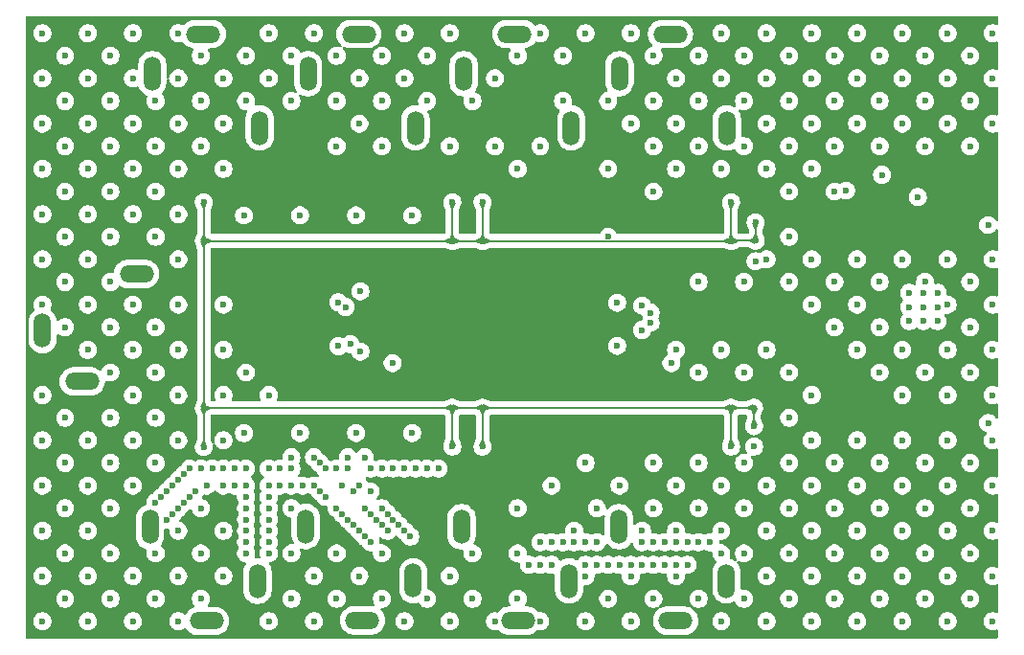
<source format=gbr>
%TF.GenerationSoftware,KiCad,Pcbnew,9.0.7*%
%TF.CreationDate,2026-01-03T19:20:15+01:00*%
%TF.ProjectId,PCB,5043422e-6b69-4636-9164-5f7063625858,rev?*%
%TF.SameCoordinates,Original*%
%TF.FileFunction,Copper,L3,Inr*%
%TF.FilePolarity,Positive*%
%FSLAX46Y46*%
G04 Gerber Fmt 4.6, Leading zero omitted, Abs format (unit mm)*
G04 Created by KiCad (PCBNEW 9.0.7) date 2026-01-03 19:20:15*
%MOMM*%
%LPD*%
G01*
G04 APERTURE LIST*
%TA.AperFunction,ComponentPad*%
%ADD10O,3.016000X1.508000*%
%TD*%
%TA.AperFunction,ComponentPad*%
%ADD11O,1.508000X3.016000*%
%TD*%
%TA.AperFunction,ViaPad*%
%ADD12C,0.600000*%
%TD*%
%TA.AperFunction,Conductor*%
%ADD13C,0.200000*%
%TD*%
G04 APERTURE END LIST*
D10*
%TO.N,GND*%
%TO.C,J6*%
X123034500Y-106090000D03*
D11*
%TO.N,/IN_{L}6*%
X127534500Y-102590000D03*
%TO.N,/IN_{R}6*%
X118034500Y-97790000D03*
%TD*%
D10*
%TO.N,GND*%
%TO.C,J5*%
X136953000Y-106090000D03*
D11*
%TO.N,/IN_{L}5*%
X141453000Y-102590000D03*
%TO.N,/IN_{R}5*%
X131953000Y-97790000D03*
%TD*%
%TO.N,GND*%
%TO.C,J9*%
X81005000Y-80440500D03*
D10*
%TO.N,OUT_{L}*%
X84505000Y-84940500D03*
%TO.N,OUT_{R}*%
X89305000Y-75440500D03*
%TD*%
%TO.N,GND*%
%TO.C,J1*%
X136495500Y-54229000D03*
D11*
%TO.N,/IN_{L}1*%
X131995500Y-57729000D03*
%TO.N,/IN_{R}1*%
X141495500Y-62529000D03*
%TD*%
D10*
%TO.N,GND*%
%TO.C,J3*%
X108965500Y-54229000D03*
D11*
%TO.N,/IN_{L}3*%
X104465500Y-57729000D03*
%TO.N,/IN_{R}3*%
X113965500Y-62529000D03*
%TD*%
D10*
%TO.N,GND*%
%TO.C,J8*%
X95504000Y-106116000D03*
D11*
%TO.N,/IN_{L}8*%
X100004000Y-102616000D03*
%TO.N,/IN_{R}8*%
X90504000Y-97816000D03*
%TD*%
D10*
%TO.N,GND*%
%TO.C,J2*%
X122730500Y-54229000D03*
D11*
%TO.N,/IN_{L}2*%
X118230500Y-57729000D03*
%TO.N,/IN_{R}2*%
X127730500Y-62529000D03*
%TD*%
D10*
%TO.N,GND*%
%TO.C,J4*%
X95200500Y-54229000D03*
D11*
%TO.N,/IN_{L}4*%
X90700500Y-57729000D03*
%TO.N,/IN_{R}4*%
X100200500Y-62529000D03*
%TD*%
D10*
%TO.N,GND*%
%TO.C,J7*%
X109269500Y-106066000D03*
D11*
%TO.N,/IN_{L}7*%
X113769500Y-102566000D03*
%TO.N,/IN_{R}7*%
X104269500Y-97766000D03*
%TD*%
D12*
%TO.N,GND*%
X109994000Y-99150000D03*
X109494000Y-98650000D03*
X113494000Y-98650000D03*
X112994000Y-98150000D03*
X112494000Y-97650000D03*
X111994000Y-97150000D03*
X111494000Y-96650000D03*
X110994000Y-96150000D03*
X111494000Y-98150000D03*
X110994000Y-97650000D03*
X110494000Y-97150000D03*
X109994000Y-96650000D03*
X109494000Y-96150000D03*
X109994000Y-94650000D03*
X108494000Y-94650000D03*
X108994000Y-94150000D03*
X107494000Y-94150000D03*
X115994000Y-92650000D03*
X114994000Y-92650000D03*
X113994000Y-92650000D03*
X112994000Y-92650000D03*
X111994000Y-92650000D03*
X110994000Y-92650000D03*
X109994000Y-92650000D03*
X109494000Y-91650000D03*
X107994000Y-91650000D03*
X107994000Y-92650000D03*
X106994000Y-92650000D03*
X102994000Y-91650000D03*
X104994000Y-91650000D03*
X105494000Y-92150000D03*
X105994000Y-92650000D03*
X102994000Y-92650000D03*
X101994000Y-92650000D03*
X100994000Y-92650000D03*
X97994000Y-92650000D03*
X96994000Y-92650000D03*
X95994000Y-92650000D03*
X93994000Y-92650000D03*
X93494000Y-93150000D03*
X92994000Y-93650000D03*
X92494000Y-94150000D03*
X91994000Y-94650000D03*
X91494000Y-95150000D03*
X90994000Y-95650000D03*
X100994000Y-100150000D03*
X100994000Y-99150000D03*
X100994000Y-97150000D03*
X100994000Y-96150000D03*
X100994000Y-95150000D03*
X98994000Y-99150000D03*
X98994000Y-98150000D03*
X98994000Y-97150000D03*
X98994000Y-95150000D03*
X108494000Y-97650000D03*
X107994000Y-97150000D03*
X107494000Y-96650000D03*
X106994000Y-96150000D03*
X105994000Y-95150000D03*
X105494000Y-94650000D03*
X104994000Y-94150000D03*
X103994000Y-94150000D03*
X102994000Y-94150000D03*
X101994000Y-94150000D03*
X97994000Y-94150000D03*
X95494000Y-94150000D03*
X94494000Y-94650000D03*
X93994000Y-95150000D03*
X93494000Y-95650000D03*
X92994000Y-96150000D03*
X92494000Y-96650000D03*
X91994000Y-97150000D03*
X127994000Y-98150000D03*
X129994000Y-96150000D03*
X131994000Y-94150000D03*
X134994000Y-92150000D03*
X136994000Y-82150000D03*
X138994000Y-84150000D03*
X140994000Y-82150000D03*
X142994000Y-84150000D03*
X144994000Y-82150000D03*
X146994000Y-84150000D03*
X148994000Y-86150000D03*
X146994000Y-88150000D03*
X116994000Y-64150000D03*
X120994000Y-64150000D03*
X124994000Y-64150000D03*
X122994000Y-66150000D03*
X108994000Y-62150000D03*
X106994000Y-64150000D03*
X110994000Y-64150000D03*
X114994000Y-60150000D03*
X112994000Y-58150000D03*
X116994000Y-54150000D03*
X114994000Y-56150000D03*
X112994000Y-54150000D03*
X110994000Y-56150000D03*
X106994000Y-60150000D03*
X110994000Y-60150000D03*
X108994000Y-58150000D03*
X106994000Y-56150000D03*
X104994000Y-54150000D03*
X102994000Y-60150000D03*
X100994000Y-54150000D03*
X102994000Y-56150000D03*
X98994000Y-60150000D03*
X100994000Y-58150000D03*
X98994000Y-56150000D03*
X92994000Y-54150000D03*
X96994000Y-58150000D03*
X94994000Y-56150000D03*
X92994000Y-58150000D03*
X94994000Y-60150000D03*
X96994000Y-62150000D03*
X96994000Y-66150000D03*
X92994000Y-78150000D03*
X96994000Y-78150000D03*
X92994000Y-74150000D03*
X90994000Y-72150000D03*
X92994000Y-70150000D03*
X90994000Y-68150000D03*
X92994000Y-66150000D03*
X94994000Y-64150000D03*
X92994000Y-62150000D03*
X90994000Y-60150000D03*
X90994000Y-64150000D03*
X88994000Y-54150000D03*
X84994000Y-54150000D03*
X80994000Y-54150000D03*
X86994000Y-56150000D03*
X82994000Y-56150000D03*
X88994000Y-58150000D03*
X84994000Y-58150000D03*
X80994000Y-58150000D03*
X86994000Y-60150000D03*
X82994000Y-60150000D03*
X88994000Y-62150000D03*
X84994000Y-62150000D03*
X80994000Y-62150000D03*
X86994000Y-64150000D03*
X88994000Y-66150000D03*
X84994000Y-66150000D03*
X82994000Y-64150000D03*
X80994000Y-66150000D03*
X86994000Y-68150000D03*
X82994000Y-68150000D03*
X88994000Y-70150000D03*
X86994000Y-72150000D03*
X84994000Y-70150000D03*
X80994000Y-70150000D03*
X82994000Y-72150000D03*
X80994000Y-74150000D03*
X84994000Y-74150000D03*
X80994000Y-78150000D03*
X82994000Y-76150000D03*
X86994000Y-76150000D03*
X90994000Y-80150000D03*
X88994000Y-78150000D03*
X84994000Y-78150000D03*
X82994000Y-80150000D03*
X84994000Y-82150000D03*
X86994000Y-80150000D03*
X86994000Y-84150000D03*
X130994000Y-72150000D03*
X130994000Y-66150000D03*
X118994000Y-60150000D03*
X120994000Y-58150000D03*
X126994000Y-56150000D03*
X122994000Y-56150000D03*
X124994000Y-54150000D03*
X128994000Y-54150000D03*
X132994000Y-54150000D03*
X126994000Y-60150000D03*
X130994000Y-60150000D03*
X132994000Y-62150000D03*
X134994000Y-68150000D03*
X136994000Y-66150000D03*
X138994000Y-64150000D03*
X134994000Y-64150000D03*
X136994000Y-62150000D03*
X134994000Y-60150000D03*
X134994000Y-56150000D03*
X138994000Y-60150000D03*
X136994000Y-58150000D03*
X138994000Y-56150000D03*
X140994000Y-54150000D03*
X140994000Y-58150000D03*
X164994000Y-54150000D03*
X160994000Y-54150000D03*
X156994000Y-54150000D03*
X152994000Y-54150000D03*
X148994000Y-54150000D03*
X144994000Y-54150000D03*
X142994000Y-56150000D03*
X146994000Y-56150000D03*
X150994000Y-56150000D03*
X154994000Y-56150000D03*
X158994000Y-56150000D03*
X162994000Y-56150000D03*
X164994000Y-58150000D03*
X160994000Y-58150000D03*
X156994000Y-58150000D03*
X152994000Y-58150000D03*
X148994000Y-58150000D03*
X144994000Y-58150000D03*
X142994000Y-60150000D03*
X140994000Y-66150000D03*
X142994000Y-64150000D03*
X144994000Y-66150000D03*
X144994000Y-62150000D03*
X146994000Y-60150000D03*
X150994000Y-60150000D03*
X154994000Y-60150000D03*
X158994000Y-60150000D03*
X162994000Y-60150000D03*
X164994000Y-62150000D03*
X162994000Y-64150000D03*
X160994000Y-62150000D03*
X158994000Y-64150000D03*
X156994000Y-62150000D03*
X154994000Y-64150000D03*
X152994000Y-62150000D03*
X148994000Y-62150000D03*
X148994000Y-66150000D03*
X150994000Y-64150000D03*
X146994000Y-64150000D03*
X150994000Y-68150000D03*
X146994000Y-68150000D03*
X146994000Y-72150000D03*
X138994000Y-76150000D03*
X142994000Y-76150000D03*
X144994000Y-74150000D03*
X146994000Y-76150000D03*
X148994000Y-74150000D03*
X164994000Y-74150000D03*
X162994000Y-76150000D03*
X160994000Y-74150000D03*
X158994000Y-76150000D03*
X156994000Y-74150000D03*
X154994000Y-76150000D03*
X152994000Y-74150000D03*
X150994000Y-76150000D03*
X152994000Y-78150000D03*
X148994000Y-78150000D03*
X150994000Y-80150000D03*
X154994000Y-80150000D03*
X160994000Y-78150000D03*
X164994000Y-78150000D03*
X162994000Y-80150000D03*
X164994000Y-82150000D03*
X160994000Y-82150000D03*
X156994000Y-82150000D03*
X152994000Y-82150000D03*
X154994000Y-84150000D03*
X158994000Y-84150000D03*
X162994000Y-84150000D03*
X164994000Y-86150000D03*
X160994000Y-86150000D03*
X156994000Y-86150000D03*
X164994000Y-90150000D03*
X160994000Y-90150000D03*
X148994000Y-90150000D03*
X156994000Y-90150000D03*
X152994000Y-90150000D03*
X128994000Y-92150000D03*
X125994000Y-94150000D03*
X122994000Y-96150000D03*
X122994000Y-100150000D03*
X118994000Y-100150000D03*
X123994000Y-101150000D03*
X124994000Y-101150000D03*
X125994000Y-101150000D03*
X124994000Y-99150000D03*
X126994000Y-99150000D03*
X125994000Y-99150000D03*
X127994000Y-99150000D03*
X128994000Y-99150000D03*
X129994000Y-99150000D03*
X128994000Y-101150000D03*
X129994000Y-101150000D03*
X130994000Y-101150000D03*
X131994000Y-101150000D03*
X132994000Y-101150000D03*
X133994000Y-101150000D03*
X133994000Y-99150000D03*
X134994000Y-99150000D03*
X135994000Y-99150000D03*
X136994000Y-99150000D03*
X137994000Y-99150000D03*
X138994000Y-99150000D03*
X139994000Y-99150000D03*
X140994000Y-100150000D03*
X137994000Y-101150000D03*
X136994000Y-101150000D03*
X135994000Y-101150000D03*
X134994000Y-101150000D03*
X133994000Y-98150000D03*
X134994000Y-96150000D03*
X138994000Y-92150000D03*
X136994000Y-94150000D03*
X136994000Y-98150000D03*
X140994000Y-98150000D03*
X138994000Y-96150000D03*
X140994000Y-94150000D03*
X142994000Y-92150000D03*
X144994000Y-94150000D03*
X142994000Y-96150000D03*
X144994000Y-98150000D03*
X142994000Y-100150000D03*
X144994000Y-102150000D03*
X162994000Y-92150000D03*
X160994000Y-94150000D03*
X152994000Y-94150000D03*
X148994000Y-94150000D03*
X156994000Y-94150000D03*
X154994000Y-92150000D03*
X150994000Y-92150000D03*
X146994000Y-92150000D03*
X164994000Y-94150000D03*
X158994000Y-92150000D03*
X162994000Y-96150000D03*
X160994000Y-98150000D03*
X152994000Y-98150000D03*
X148994000Y-98150000D03*
X156994000Y-98150000D03*
X154994000Y-96150000D03*
X150994000Y-96150000D03*
X146994000Y-96150000D03*
X164994000Y-98150000D03*
X158994000Y-96150000D03*
X162994000Y-100150000D03*
X160994000Y-102150000D03*
X152994000Y-102150000D03*
X148994000Y-102150000D03*
X156994000Y-102150000D03*
X154994000Y-100150000D03*
X150994000Y-100150000D03*
X146994000Y-100150000D03*
X164994000Y-102150000D03*
X158994000Y-100150000D03*
X164994000Y-106150000D03*
X162994000Y-104150000D03*
X160994000Y-106150000D03*
X158994000Y-104150000D03*
X156994000Y-106150000D03*
X154994000Y-104150000D03*
X152994000Y-106150000D03*
X150994000Y-104150000D03*
X148994000Y-106150000D03*
X146994000Y-104150000D03*
X144994000Y-106150000D03*
X142994000Y-104150000D03*
X140994000Y-106150000D03*
X138994000Y-104150000D03*
X136994000Y-102150000D03*
X134994000Y-104150000D03*
X128994000Y-102150000D03*
X132994000Y-102150000D03*
X132994000Y-106150000D03*
X130994000Y-104150000D03*
X128994000Y-106150000D03*
X124994000Y-106150000D03*
X122994000Y-104150000D03*
X120994000Y-106150000D03*
X116994000Y-102150000D03*
X118994000Y-104150000D03*
X116994000Y-106150000D03*
X114994000Y-104150000D03*
X112994000Y-106150000D03*
X106994000Y-96150000D03*
X110994000Y-104150000D03*
X108994000Y-98150000D03*
X110994000Y-100150000D03*
X108994000Y-102150000D03*
X106994000Y-100150000D03*
X106994000Y-104150000D03*
X100994000Y-106150000D03*
X104994000Y-106150000D03*
X102994000Y-104150000D03*
X104994000Y-102150000D03*
X102994000Y-100150000D03*
X100994000Y-98150000D03*
X102994000Y-96150000D03*
X100994000Y-94150000D03*
X98994000Y-92650000D03*
X96994000Y-90150000D03*
X94994000Y-92650000D03*
X100994000Y-86150000D03*
X98994000Y-84150000D03*
X96994000Y-86150000D03*
X96994000Y-82150000D03*
X92994000Y-82150000D03*
X88994000Y-82150000D03*
X90994000Y-84150000D03*
X80994000Y-86150000D03*
X88994000Y-86150000D03*
X92994000Y-86150000D03*
X90994000Y-88150000D03*
X86994000Y-88150000D03*
X82994000Y-88150000D03*
X98994000Y-94150000D03*
X96994000Y-94150000D03*
X98994000Y-96150000D03*
X94994000Y-96150000D03*
X98994000Y-100150000D03*
X96994000Y-98150000D03*
X92994000Y-98150000D03*
X96994000Y-102150000D03*
X94994000Y-100150000D03*
X90994000Y-100150000D03*
X94994000Y-104150000D03*
X92994000Y-102150000D03*
X92994000Y-106150000D03*
X90994000Y-104150000D03*
X92994000Y-90150000D03*
X88994000Y-90150000D03*
X84994000Y-90150000D03*
X90994000Y-92150000D03*
X86994000Y-92150000D03*
X80994000Y-90150000D03*
X82994000Y-92150000D03*
X88994000Y-106150000D03*
X88994000Y-102150000D03*
X88994000Y-94150000D03*
X86994000Y-96150000D03*
X84994000Y-94150000D03*
X80994000Y-94150000D03*
X82994000Y-96150000D03*
X84994000Y-98150000D03*
X80994000Y-98150000D03*
X86994000Y-100150000D03*
X86994000Y-104150000D03*
X82994000Y-100150000D03*
X84994000Y-102150000D03*
X80994000Y-102150000D03*
X82994000Y-104150000D03*
X84994000Y-106150000D03*
X80994000Y-106150000D03*
%TO.N,+5V*%
X144018000Y-69064500D03*
X152019000Y-66167000D03*
X110048000Y-83312000D03*
X143891000Y-85447500D03*
X134686000Y-83312000D03*
%TO.N,GND*%
X131785000Y-77978000D03*
X157607000Y-77109000D03*
X107147001Y-81820107D03*
X158857000Y-78359000D03*
X164577000Y-88614000D03*
X157607000Y-78359000D03*
X143891000Y-90701500D03*
X155194000Y-66675000D03*
X164577000Y-71114000D03*
X158857000Y-77109000D03*
X157607000Y-79609000D03*
X158857000Y-79609000D03*
X107146999Y-77945893D03*
X131785000Y-81788000D03*
X158369000Y-68641000D03*
X160107000Y-78359000D03*
X136586000Y-83312000D03*
X160107000Y-79609000D03*
X144018000Y-74318500D03*
X111948000Y-83312000D03*
X160107000Y-77109000D03*
X152019000Y-68067000D03*
%TO.N,A0*%
X109093000Y-76962000D03*
X133985000Y-78232000D03*
%TO.N,EN*%
X134747000Y-78867000D03*
X107797000Y-78359000D03*
%TO.N,A2*%
X134747000Y-79756000D03*
X108202420Y-81623916D03*
%TO.N,A1*%
X109093000Y-82296000D03*
X133985000Y-80391000D03*
%TO.N,/IN_{L}1*%
X113665000Y-70270000D03*
%TO.N,/IN_{L}2*%
X108712000Y-70258000D03*
%TO.N,/IN_{L}3*%
X103759000Y-70258000D03*
%TO.N,/IN_{L}4*%
X98806000Y-70270000D03*
%TO.N,/IN_{L}5*%
X113665000Y-89496000D03*
%TO.N,/IN_{L}6*%
X108712000Y-89496000D03*
%TO.N,/IN_{L}7*%
X103759000Y-89496000D03*
%TO.N,/IN_{L}8*%
X98806000Y-89501000D03*
%TO.N,+2V5*%
X143891000Y-87272500D03*
X119888000Y-87272500D03*
X95250000Y-69088000D03*
X117221000Y-90701500D03*
X95250000Y-87296000D03*
X119888000Y-72517000D03*
X144018000Y-70889500D03*
X117221000Y-87272500D03*
X141859000Y-90701500D03*
X95250000Y-90725000D03*
X119888000Y-90701500D03*
X119888000Y-69088000D03*
X141859000Y-87272500D03*
X141859000Y-72517000D03*
X95250000Y-72517000D03*
X144018000Y-72493500D03*
X141859000Y-69088000D03*
X117221000Y-72517000D03*
X117221000Y-69088000D03*
X143891000Y-88876500D03*
%TD*%
D13*
%TO.N,+2V5*%
X117221000Y-69088000D02*
X117221000Y-72517000D01*
X95250000Y-87296000D02*
X95250000Y-72517000D01*
X144018000Y-72493500D02*
X144018000Y-70889500D01*
X119888000Y-87272500D02*
X141859000Y-87272500D01*
X117221000Y-87272500D02*
X95290117Y-87272500D01*
X141859000Y-90701500D02*
X141859000Y-87272500D01*
X143891000Y-88876500D02*
X143891000Y-87272500D01*
X117221000Y-90701500D02*
X117221000Y-87272500D01*
X119888000Y-72517000D02*
X141859000Y-72517000D01*
X119888000Y-87272500D02*
X119888000Y-90701500D01*
X95250000Y-72517000D02*
X95250000Y-69088000D01*
X144018000Y-72493500D02*
X141899117Y-72493500D01*
X95250000Y-87296000D02*
X95250000Y-90725000D01*
X119888000Y-87272500D02*
X117221000Y-87272500D01*
X119888000Y-72517000D02*
X117221000Y-72517000D01*
X95250000Y-87296000D02*
X95261750Y-87284250D01*
X141859000Y-69088000D02*
X141859000Y-72517000D01*
X141859000Y-87272500D02*
X143891000Y-87272500D01*
X119888000Y-72517000D02*
X119888000Y-69088000D01*
X141859000Y-72517000D02*
X141870750Y-72505250D01*
X95250000Y-72517000D02*
X117221000Y-72517000D01*
X95261750Y-87284250D02*
G75*
G02*
X95290117Y-87272507I28350J-28350D01*
G01*
X141899117Y-72493500D02*
G75*
G03*
X141870745Y-72505245I-17J-40100D01*
G01*
%TD*%
%TA.AperFunction,Conductor*%
%TO.N,+5V*%
G36*
X165431539Y-52670185D02*
G01*
X165477294Y-52722989D01*
X165488500Y-52774500D01*
X165488500Y-53302794D01*
X165468815Y-53369833D01*
X165416011Y-53415588D01*
X165346853Y-53425532D01*
X165317048Y-53417355D01*
X165227501Y-53380264D01*
X165227489Y-53380261D01*
X165072845Y-53349500D01*
X165072842Y-53349500D01*
X164915158Y-53349500D01*
X164915155Y-53349500D01*
X164760510Y-53380261D01*
X164760498Y-53380264D01*
X164614827Y-53440602D01*
X164614814Y-53440609D01*
X164483711Y-53528210D01*
X164483707Y-53528213D01*
X164372213Y-53639707D01*
X164372210Y-53639711D01*
X164284609Y-53770814D01*
X164284602Y-53770827D01*
X164224264Y-53916498D01*
X164224261Y-53916510D01*
X164193500Y-54071153D01*
X164193500Y-54228846D01*
X164224261Y-54383489D01*
X164224264Y-54383501D01*
X164284602Y-54529172D01*
X164284609Y-54529185D01*
X164372210Y-54660288D01*
X164372213Y-54660292D01*
X164483707Y-54771786D01*
X164483711Y-54771789D01*
X164614814Y-54859390D01*
X164614827Y-54859397D01*
X164728425Y-54906450D01*
X164760503Y-54919737D01*
X164885643Y-54944629D01*
X164915153Y-54950499D01*
X164915156Y-54950500D01*
X164915158Y-54950500D01*
X165072844Y-54950500D01*
X165072845Y-54950499D01*
X165227497Y-54919737D01*
X165317048Y-54882643D01*
X165386517Y-54875175D01*
X165448996Y-54906450D01*
X165484648Y-54966539D01*
X165488500Y-54997205D01*
X165488500Y-57302794D01*
X165468815Y-57369833D01*
X165416011Y-57415588D01*
X165346853Y-57425532D01*
X165317048Y-57417355D01*
X165227501Y-57380264D01*
X165227489Y-57380261D01*
X165072845Y-57349500D01*
X165072842Y-57349500D01*
X164915158Y-57349500D01*
X164915155Y-57349500D01*
X164760510Y-57380261D01*
X164760498Y-57380264D01*
X164614827Y-57440602D01*
X164614814Y-57440609D01*
X164483711Y-57528210D01*
X164483707Y-57528213D01*
X164372213Y-57639707D01*
X164372210Y-57639711D01*
X164284609Y-57770814D01*
X164284602Y-57770827D01*
X164224264Y-57916498D01*
X164224261Y-57916510D01*
X164193500Y-58071153D01*
X164193500Y-58228846D01*
X164224261Y-58383489D01*
X164224264Y-58383501D01*
X164284602Y-58529172D01*
X164284609Y-58529185D01*
X164372210Y-58660288D01*
X164372213Y-58660292D01*
X164483707Y-58771786D01*
X164483711Y-58771789D01*
X164614814Y-58859390D01*
X164614827Y-58859397D01*
X164728425Y-58906450D01*
X164760503Y-58919737D01*
X164915153Y-58950499D01*
X164915156Y-58950500D01*
X164915158Y-58950500D01*
X165072844Y-58950500D01*
X165072845Y-58950499D01*
X165227497Y-58919737D01*
X165317048Y-58882643D01*
X165386517Y-58875175D01*
X165448996Y-58906450D01*
X165484648Y-58966539D01*
X165488500Y-58997205D01*
X165488500Y-61302794D01*
X165468815Y-61369833D01*
X165416011Y-61415588D01*
X165346853Y-61425532D01*
X165317048Y-61417355D01*
X165227501Y-61380264D01*
X165227489Y-61380261D01*
X165072845Y-61349500D01*
X165072842Y-61349500D01*
X164915158Y-61349500D01*
X164915155Y-61349500D01*
X164760510Y-61380261D01*
X164760498Y-61380264D01*
X164614827Y-61440602D01*
X164614814Y-61440609D01*
X164483711Y-61528210D01*
X164483707Y-61528213D01*
X164372213Y-61639707D01*
X164372210Y-61639711D01*
X164284609Y-61770814D01*
X164284602Y-61770827D01*
X164224264Y-61916498D01*
X164224261Y-61916510D01*
X164193500Y-62071153D01*
X164193500Y-62228846D01*
X164224261Y-62383489D01*
X164224264Y-62383501D01*
X164284602Y-62529172D01*
X164284609Y-62529185D01*
X164372210Y-62660288D01*
X164372213Y-62660292D01*
X164483707Y-62771786D01*
X164483711Y-62771789D01*
X164614814Y-62859390D01*
X164614827Y-62859397D01*
X164728425Y-62906450D01*
X164760503Y-62919737D01*
X164915153Y-62950499D01*
X164915156Y-62950500D01*
X164915158Y-62950500D01*
X165072844Y-62950500D01*
X165072845Y-62950499D01*
X165227497Y-62919737D01*
X165317048Y-62882643D01*
X165386517Y-62875175D01*
X165448996Y-62906450D01*
X165484648Y-62966539D01*
X165488500Y-62997205D01*
X165488500Y-70628520D01*
X165468815Y-70695559D01*
X165416011Y-70741314D01*
X165346853Y-70751258D01*
X165283297Y-70722233D01*
X165261398Y-70697411D01*
X165198789Y-70603711D01*
X165198786Y-70603707D01*
X165087292Y-70492213D01*
X165087288Y-70492210D01*
X164956185Y-70404609D01*
X164956172Y-70404602D01*
X164810501Y-70344264D01*
X164810489Y-70344261D01*
X164655845Y-70313500D01*
X164655842Y-70313500D01*
X164498158Y-70313500D01*
X164498155Y-70313500D01*
X164343510Y-70344261D01*
X164343498Y-70344264D01*
X164197827Y-70404602D01*
X164197814Y-70404609D01*
X164066711Y-70492210D01*
X164066707Y-70492213D01*
X163955213Y-70603707D01*
X163955210Y-70603711D01*
X163867609Y-70734814D01*
X163867602Y-70734827D01*
X163807264Y-70880498D01*
X163807261Y-70880510D01*
X163776500Y-71035153D01*
X163776500Y-71192846D01*
X163807261Y-71347489D01*
X163807264Y-71347501D01*
X163867602Y-71493172D01*
X163867609Y-71493185D01*
X163955210Y-71624288D01*
X163955213Y-71624292D01*
X164066707Y-71735786D01*
X164066711Y-71735789D01*
X164197814Y-71823390D01*
X164197827Y-71823397D01*
X164318342Y-71873315D01*
X164343503Y-71883737D01*
X164451877Y-71905294D01*
X164498153Y-71914499D01*
X164498156Y-71914500D01*
X164498158Y-71914500D01*
X164655844Y-71914500D01*
X164655845Y-71914499D01*
X164810497Y-71883737D01*
X164956179Y-71823394D01*
X165087289Y-71735789D01*
X165198789Y-71624289D01*
X165237833Y-71565856D01*
X165261398Y-71530589D01*
X165315010Y-71485783D01*
X165384335Y-71477076D01*
X165447362Y-71507230D01*
X165484082Y-71566673D01*
X165488500Y-71599479D01*
X165488500Y-73302794D01*
X165468815Y-73369833D01*
X165416011Y-73415588D01*
X165346853Y-73425532D01*
X165317048Y-73417355D01*
X165227501Y-73380264D01*
X165227489Y-73380261D01*
X165072845Y-73349500D01*
X165072842Y-73349500D01*
X164915158Y-73349500D01*
X164915155Y-73349500D01*
X164760510Y-73380261D01*
X164760498Y-73380264D01*
X164614827Y-73440602D01*
X164614814Y-73440609D01*
X164483711Y-73528210D01*
X164483707Y-73528213D01*
X164372213Y-73639707D01*
X164372210Y-73639711D01*
X164284609Y-73770814D01*
X164284602Y-73770827D01*
X164224264Y-73916498D01*
X164224261Y-73916510D01*
X164193500Y-74071153D01*
X164193500Y-74228846D01*
X164224261Y-74383489D01*
X164224264Y-74383501D01*
X164284602Y-74529172D01*
X164284609Y-74529185D01*
X164372210Y-74660288D01*
X164372213Y-74660292D01*
X164483707Y-74771786D01*
X164483711Y-74771789D01*
X164614814Y-74859390D01*
X164614827Y-74859397D01*
X164760498Y-74919735D01*
X164760503Y-74919737D01*
X164915153Y-74950499D01*
X164915156Y-74950500D01*
X164915158Y-74950500D01*
X165072844Y-74950500D01*
X165072845Y-74950499D01*
X165227497Y-74919737D01*
X165317048Y-74882643D01*
X165386517Y-74875175D01*
X165448996Y-74906450D01*
X165484648Y-74966539D01*
X165488500Y-74997205D01*
X165488500Y-77302794D01*
X165468815Y-77369833D01*
X165416011Y-77415588D01*
X165346853Y-77425532D01*
X165317048Y-77417355D01*
X165227501Y-77380264D01*
X165227489Y-77380261D01*
X165072845Y-77349500D01*
X165072842Y-77349500D01*
X164915158Y-77349500D01*
X164915155Y-77349500D01*
X164760510Y-77380261D01*
X164760498Y-77380264D01*
X164614827Y-77440602D01*
X164614814Y-77440609D01*
X164483711Y-77528210D01*
X164483707Y-77528213D01*
X164372213Y-77639707D01*
X164372210Y-77639711D01*
X164284609Y-77770814D01*
X164284602Y-77770827D01*
X164224264Y-77916498D01*
X164224261Y-77916510D01*
X164193500Y-78071153D01*
X164193500Y-78228846D01*
X164224261Y-78383489D01*
X164224264Y-78383501D01*
X164284602Y-78529172D01*
X164284609Y-78529185D01*
X164372210Y-78660288D01*
X164372213Y-78660292D01*
X164483707Y-78771786D01*
X164483711Y-78771789D01*
X164614814Y-78859390D01*
X164614827Y-78859397D01*
X164728425Y-78906450D01*
X164760503Y-78919737D01*
X164879620Y-78943431D01*
X164915153Y-78950499D01*
X164915156Y-78950500D01*
X164915158Y-78950500D01*
X165072844Y-78950500D01*
X165072845Y-78950499D01*
X165227497Y-78919737D01*
X165317048Y-78882643D01*
X165386517Y-78875175D01*
X165448996Y-78906450D01*
X165484648Y-78966539D01*
X165488500Y-78997205D01*
X165488500Y-81302794D01*
X165468815Y-81369833D01*
X165416011Y-81415588D01*
X165346853Y-81425532D01*
X165317048Y-81417355D01*
X165227501Y-81380264D01*
X165227489Y-81380261D01*
X165072845Y-81349500D01*
X165072842Y-81349500D01*
X164915158Y-81349500D01*
X164915155Y-81349500D01*
X164760510Y-81380261D01*
X164760498Y-81380264D01*
X164614827Y-81440602D01*
X164614814Y-81440609D01*
X164483711Y-81528210D01*
X164483707Y-81528213D01*
X164372213Y-81639707D01*
X164372210Y-81639711D01*
X164284609Y-81770814D01*
X164284602Y-81770827D01*
X164224264Y-81916498D01*
X164224261Y-81916510D01*
X164193500Y-82071153D01*
X164193500Y-82228846D01*
X164224261Y-82383489D01*
X164224264Y-82383501D01*
X164284602Y-82529172D01*
X164284609Y-82529185D01*
X164372210Y-82660288D01*
X164372213Y-82660292D01*
X164483707Y-82771786D01*
X164483711Y-82771789D01*
X164614814Y-82859390D01*
X164614827Y-82859397D01*
X164714171Y-82900546D01*
X164760503Y-82919737D01*
X164865227Y-82940568D01*
X164915153Y-82950499D01*
X164915156Y-82950500D01*
X164915158Y-82950500D01*
X165072844Y-82950500D01*
X165072845Y-82950499D01*
X165227497Y-82919737D01*
X165317048Y-82882643D01*
X165386517Y-82875175D01*
X165448996Y-82906450D01*
X165484648Y-82966539D01*
X165488500Y-82997205D01*
X165488500Y-85302794D01*
X165468815Y-85369833D01*
X165416011Y-85415588D01*
X165346853Y-85425532D01*
X165317048Y-85417355D01*
X165227501Y-85380264D01*
X165227489Y-85380261D01*
X165072845Y-85349500D01*
X165072842Y-85349500D01*
X164915158Y-85349500D01*
X164915155Y-85349500D01*
X164760510Y-85380261D01*
X164760498Y-85380264D01*
X164614827Y-85440602D01*
X164614814Y-85440609D01*
X164483711Y-85528210D01*
X164483707Y-85528213D01*
X164372213Y-85639707D01*
X164372210Y-85639711D01*
X164284609Y-85770814D01*
X164284602Y-85770827D01*
X164224264Y-85916498D01*
X164224261Y-85916510D01*
X164193500Y-86071153D01*
X164193500Y-86228846D01*
X164224261Y-86383489D01*
X164224264Y-86383501D01*
X164284602Y-86529172D01*
X164284609Y-86529185D01*
X164372210Y-86660288D01*
X164372213Y-86660292D01*
X164483707Y-86771786D01*
X164483711Y-86771789D01*
X164614814Y-86859390D01*
X164614827Y-86859397D01*
X164728425Y-86906450D01*
X164760503Y-86919737D01*
X164915153Y-86950499D01*
X164915156Y-86950500D01*
X164915158Y-86950500D01*
X165072844Y-86950500D01*
X165072845Y-86950499D01*
X165227497Y-86919737D01*
X165317048Y-86882643D01*
X165386517Y-86875175D01*
X165448996Y-86906450D01*
X165484648Y-86966539D01*
X165488500Y-86997205D01*
X165488500Y-88128520D01*
X165468815Y-88195559D01*
X165416011Y-88241314D01*
X165346853Y-88251258D01*
X165283297Y-88222233D01*
X165261398Y-88197411D01*
X165198789Y-88103711D01*
X165198786Y-88103707D01*
X165087292Y-87992213D01*
X165087288Y-87992210D01*
X164956185Y-87904609D01*
X164956172Y-87904602D01*
X164810501Y-87844264D01*
X164810489Y-87844261D01*
X164655845Y-87813500D01*
X164655842Y-87813500D01*
X164498158Y-87813500D01*
X164498155Y-87813500D01*
X164343510Y-87844261D01*
X164343498Y-87844264D01*
X164197827Y-87904602D01*
X164197814Y-87904609D01*
X164066711Y-87992210D01*
X164066707Y-87992213D01*
X163955213Y-88103707D01*
X163955210Y-88103711D01*
X163867609Y-88234814D01*
X163867602Y-88234827D01*
X163807264Y-88380498D01*
X163807261Y-88380510D01*
X163776500Y-88535153D01*
X163776500Y-88692846D01*
X163807261Y-88847489D01*
X163807264Y-88847501D01*
X163867602Y-88993172D01*
X163867609Y-88993185D01*
X163955210Y-89124288D01*
X163955213Y-89124292D01*
X164066707Y-89235786D01*
X164066711Y-89235789D01*
X164197814Y-89323390D01*
X164197827Y-89323397D01*
X164281177Y-89357921D01*
X164343503Y-89383737D01*
X164353418Y-89385709D01*
X164415330Y-89418092D01*
X164449907Y-89478807D01*
X164446169Y-89548576D01*
X164416913Y-89595007D01*
X164372214Y-89639706D01*
X164372210Y-89639711D01*
X164284609Y-89770814D01*
X164284602Y-89770827D01*
X164224264Y-89916498D01*
X164224261Y-89916510D01*
X164193500Y-90071153D01*
X164193500Y-90228846D01*
X164224261Y-90383489D01*
X164224264Y-90383501D01*
X164284602Y-90529172D01*
X164284609Y-90529185D01*
X164372210Y-90660288D01*
X164372213Y-90660292D01*
X164483707Y-90771786D01*
X164483711Y-90771789D01*
X164614814Y-90859390D01*
X164614827Y-90859397D01*
X164728425Y-90906450D01*
X164760503Y-90919737D01*
X164915153Y-90950499D01*
X164915156Y-90950500D01*
X164915158Y-90950500D01*
X165072844Y-90950500D01*
X165072845Y-90950499D01*
X165227497Y-90919737D01*
X165317048Y-90882643D01*
X165386517Y-90875175D01*
X165448996Y-90906450D01*
X165484648Y-90966539D01*
X165488500Y-90997205D01*
X165488500Y-93302794D01*
X165468815Y-93369833D01*
X165416011Y-93415588D01*
X165346853Y-93425532D01*
X165317048Y-93417355D01*
X165227501Y-93380264D01*
X165227489Y-93380261D01*
X165072845Y-93349500D01*
X165072842Y-93349500D01*
X164915158Y-93349500D01*
X164915155Y-93349500D01*
X164760510Y-93380261D01*
X164760498Y-93380264D01*
X164614827Y-93440602D01*
X164614814Y-93440609D01*
X164483711Y-93528210D01*
X164483707Y-93528213D01*
X164372213Y-93639707D01*
X164372210Y-93639711D01*
X164284609Y-93770814D01*
X164284602Y-93770827D01*
X164224264Y-93916498D01*
X164224261Y-93916510D01*
X164193500Y-94071153D01*
X164193500Y-94228846D01*
X164224261Y-94383489D01*
X164224264Y-94383501D01*
X164284602Y-94529172D01*
X164284609Y-94529185D01*
X164372210Y-94660288D01*
X164372213Y-94660292D01*
X164483707Y-94771786D01*
X164483711Y-94771789D01*
X164614814Y-94859390D01*
X164614827Y-94859397D01*
X164728425Y-94906450D01*
X164760503Y-94919737D01*
X164915153Y-94950499D01*
X164915156Y-94950500D01*
X164915158Y-94950500D01*
X165072844Y-94950500D01*
X165072845Y-94950499D01*
X165227497Y-94919737D01*
X165317048Y-94882643D01*
X165386517Y-94875175D01*
X165448996Y-94906450D01*
X165484648Y-94966539D01*
X165488500Y-94997205D01*
X165488500Y-97302794D01*
X165468815Y-97369833D01*
X165416011Y-97415588D01*
X165346853Y-97425532D01*
X165317048Y-97417355D01*
X165227501Y-97380264D01*
X165227489Y-97380261D01*
X165072845Y-97349500D01*
X165072842Y-97349500D01*
X164915158Y-97349500D01*
X164915155Y-97349500D01*
X164760510Y-97380261D01*
X164760498Y-97380264D01*
X164614827Y-97440602D01*
X164614814Y-97440609D01*
X164483711Y-97528210D01*
X164483707Y-97528213D01*
X164372213Y-97639707D01*
X164372210Y-97639711D01*
X164284609Y-97770814D01*
X164284602Y-97770827D01*
X164224264Y-97916498D01*
X164224261Y-97916510D01*
X164193500Y-98071153D01*
X164193500Y-98228846D01*
X164224261Y-98383489D01*
X164224264Y-98383501D01*
X164284602Y-98529172D01*
X164284609Y-98529185D01*
X164372210Y-98660288D01*
X164372213Y-98660292D01*
X164483707Y-98771786D01*
X164483711Y-98771789D01*
X164614814Y-98859390D01*
X164614827Y-98859397D01*
X164687419Y-98889465D01*
X164760503Y-98919737D01*
X164915153Y-98950499D01*
X164915156Y-98950500D01*
X164915158Y-98950500D01*
X165072844Y-98950500D01*
X165072845Y-98950499D01*
X165227497Y-98919737D01*
X165317048Y-98882643D01*
X165386517Y-98875175D01*
X165448996Y-98906450D01*
X165484648Y-98966539D01*
X165488500Y-98997205D01*
X165488500Y-101302794D01*
X165468815Y-101369833D01*
X165416011Y-101415588D01*
X165346853Y-101425532D01*
X165317048Y-101417355D01*
X165227501Y-101380264D01*
X165227489Y-101380261D01*
X165072845Y-101349500D01*
X165072842Y-101349500D01*
X164915158Y-101349500D01*
X164915155Y-101349500D01*
X164760510Y-101380261D01*
X164760498Y-101380264D01*
X164614827Y-101440602D01*
X164614814Y-101440609D01*
X164483711Y-101528210D01*
X164483707Y-101528213D01*
X164372213Y-101639707D01*
X164372210Y-101639711D01*
X164284609Y-101770814D01*
X164284602Y-101770827D01*
X164224264Y-101916498D01*
X164224261Y-101916510D01*
X164193500Y-102071153D01*
X164193500Y-102228846D01*
X164224261Y-102383489D01*
X164224264Y-102383501D01*
X164284602Y-102529172D01*
X164284609Y-102529185D01*
X164372210Y-102660288D01*
X164372213Y-102660292D01*
X164483707Y-102771786D01*
X164483711Y-102771789D01*
X164614814Y-102859390D01*
X164614827Y-102859397D01*
X164728425Y-102906450D01*
X164760503Y-102919737D01*
X164915153Y-102950499D01*
X164915156Y-102950500D01*
X164915158Y-102950500D01*
X165072844Y-102950500D01*
X165072845Y-102950499D01*
X165227497Y-102919737D01*
X165317048Y-102882643D01*
X165386517Y-102875175D01*
X165448996Y-102906450D01*
X165484648Y-102966539D01*
X165488500Y-102997205D01*
X165488500Y-105302794D01*
X165468815Y-105369833D01*
X165416011Y-105415588D01*
X165346853Y-105425532D01*
X165317048Y-105417355D01*
X165227501Y-105380264D01*
X165227489Y-105380261D01*
X165072845Y-105349500D01*
X165072842Y-105349500D01*
X164915158Y-105349500D01*
X164915155Y-105349500D01*
X164760510Y-105380261D01*
X164760498Y-105380264D01*
X164614827Y-105440602D01*
X164614814Y-105440609D01*
X164483711Y-105528210D01*
X164483707Y-105528213D01*
X164372213Y-105639707D01*
X164372210Y-105639711D01*
X164284609Y-105770814D01*
X164284602Y-105770827D01*
X164224264Y-105916498D01*
X164224261Y-105916510D01*
X164193500Y-106071153D01*
X164193500Y-106228846D01*
X164224261Y-106383489D01*
X164224264Y-106383501D01*
X164284602Y-106529172D01*
X164284609Y-106529185D01*
X164372210Y-106660288D01*
X164372213Y-106660292D01*
X164483707Y-106771786D01*
X164483711Y-106771789D01*
X164614814Y-106859390D01*
X164614827Y-106859397D01*
X164758733Y-106919004D01*
X164760503Y-106919737D01*
X164879580Y-106943423D01*
X164915153Y-106950499D01*
X164915156Y-106950500D01*
X164915158Y-106950500D01*
X165072844Y-106950500D01*
X165072845Y-106950499D01*
X165227497Y-106919737D01*
X165317048Y-106882643D01*
X165386517Y-106875175D01*
X165448996Y-106906450D01*
X165484648Y-106966539D01*
X165488500Y-106997205D01*
X165488500Y-107525500D01*
X165468815Y-107592539D01*
X165416011Y-107638294D01*
X165364500Y-107649500D01*
X79618500Y-107649500D01*
X79551461Y-107629815D01*
X79505706Y-107577011D01*
X79494500Y-107525500D01*
X79494500Y-106071153D01*
X80193500Y-106071153D01*
X80193500Y-106228846D01*
X80224261Y-106383489D01*
X80224264Y-106383501D01*
X80284602Y-106529172D01*
X80284609Y-106529185D01*
X80372210Y-106660288D01*
X80372213Y-106660292D01*
X80483707Y-106771786D01*
X80483711Y-106771789D01*
X80614814Y-106859390D01*
X80614827Y-106859397D01*
X80758733Y-106919004D01*
X80760503Y-106919737D01*
X80879580Y-106943423D01*
X80915153Y-106950499D01*
X80915156Y-106950500D01*
X80915158Y-106950500D01*
X81072844Y-106950500D01*
X81072845Y-106950499D01*
X81227497Y-106919737D01*
X81373179Y-106859394D01*
X81504289Y-106771789D01*
X81615789Y-106660289D01*
X81703394Y-106529179D01*
X81763737Y-106383497D01*
X81794500Y-106228842D01*
X81794500Y-106071158D01*
X81794500Y-106071155D01*
X81794499Y-106071153D01*
X84193500Y-106071153D01*
X84193500Y-106228846D01*
X84224261Y-106383489D01*
X84224264Y-106383501D01*
X84284602Y-106529172D01*
X84284609Y-106529185D01*
X84372210Y-106660288D01*
X84372213Y-106660292D01*
X84483707Y-106771786D01*
X84483711Y-106771789D01*
X84614814Y-106859390D01*
X84614827Y-106859397D01*
X84758733Y-106919004D01*
X84760503Y-106919737D01*
X84879580Y-106943423D01*
X84915153Y-106950499D01*
X84915156Y-106950500D01*
X84915158Y-106950500D01*
X85072844Y-106950500D01*
X85072845Y-106950499D01*
X85227497Y-106919737D01*
X85373179Y-106859394D01*
X85504289Y-106771789D01*
X85615789Y-106660289D01*
X85703394Y-106529179D01*
X85763737Y-106383497D01*
X85794500Y-106228842D01*
X85794500Y-106071158D01*
X85794500Y-106071155D01*
X85794499Y-106071153D01*
X88193500Y-106071153D01*
X88193500Y-106228846D01*
X88224261Y-106383489D01*
X88224264Y-106383501D01*
X88284602Y-106529172D01*
X88284609Y-106529185D01*
X88372210Y-106660288D01*
X88372213Y-106660292D01*
X88483707Y-106771786D01*
X88483711Y-106771789D01*
X88614814Y-106859390D01*
X88614827Y-106859397D01*
X88758733Y-106919004D01*
X88760503Y-106919737D01*
X88879580Y-106943423D01*
X88915153Y-106950499D01*
X88915156Y-106950500D01*
X88915158Y-106950500D01*
X89072844Y-106950500D01*
X89072845Y-106950499D01*
X89227497Y-106919737D01*
X89373179Y-106859394D01*
X89504289Y-106771789D01*
X89615789Y-106660289D01*
X89703394Y-106529179D01*
X89763737Y-106383497D01*
X89794500Y-106228842D01*
X89794500Y-106071158D01*
X89794500Y-106071155D01*
X89794499Y-106071153D01*
X92193500Y-106071153D01*
X92193500Y-106228846D01*
X92224261Y-106383489D01*
X92224264Y-106383501D01*
X92284602Y-106529172D01*
X92284609Y-106529185D01*
X92372210Y-106660288D01*
X92372213Y-106660292D01*
X92483707Y-106771786D01*
X92483711Y-106771789D01*
X92614814Y-106859390D01*
X92614827Y-106859397D01*
X92758733Y-106919004D01*
X92760503Y-106919737D01*
X92879580Y-106943423D01*
X92915153Y-106950499D01*
X92915156Y-106950500D01*
X92915158Y-106950500D01*
X93072844Y-106950500D01*
X93072845Y-106950499D01*
X93227497Y-106919737D01*
X93373179Y-106859394D01*
X93504289Y-106771789D01*
X93504293Y-106771784D01*
X93508999Y-106767924D01*
X93510592Y-106769866D01*
X93562234Y-106741634D01*
X93631928Y-106746583D01*
X93687883Y-106788426D01*
X93688971Y-106789902D01*
X93793115Y-106933245D01*
X93793119Y-106933250D01*
X93932753Y-107072884D01*
X94082234Y-107181486D01*
X94092499Y-107188944D01*
X94268439Y-107278591D01*
X94376217Y-107313610D01*
X94456236Y-107339610D01*
X94651264Y-107370500D01*
X94651269Y-107370500D01*
X96356736Y-107370500D01*
X96551763Y-107339610D01*
X96739561Y-107278591D01*
X96915501Y-107188944D01*
X97005192Y-107123779D01*
X97075246Y-107072884D01*
X97075248Y-107072881D01*
X97075252Y-107072879D01*
X97214879Y-106933252D01*
X97214881Y-106933248D01*
X97214884Y-106933246D01*
X97268542Y-106859390D01*
X97330944Y-106773501D01*
X97420591Y-106597561D01*
X97481610Y-106409763D01*
X97485728Y-106383763D01*
X97512500Y-106214736D01*
X97512500Y-106071153D01*
X100193500Y-106071153D01*
X100193500Y-106228846D01*
X100224261Y-106383489D01*
X100224264Y-106383501D01*
X100284602Y-106529172D01*
X100284609Y-106529185D01*
X100372210Y-106660288D01*
X100372213Y-106660292D01*
X100483707Y-106771786D01*
X100483711Y-106771789D01*
X100614814Y-106859390D01*
X100614827Y-106859397D01*
X100758733Y-106919004D01*
X100760503Y-106919737D01*
X100879580Y-106943423D01*
X100915153Y-106950499D01*
X100915156Y-106950500D01*
X100915158Y-106950500D01*
X101072844Y-106950500D01*
X101072845Y-106950499D01*
X101227497Y-106919737D01*
X101373179Y-106859394D01*
X101504289Y-106771789D01*
X101615789Y-106660289D01*
X101703394Y-106529179D01*
X101763737Y-106383497D01*
X101794500Y-106228842D01*
X101794500Y-106071158D01*
X101794500Y-106071155D01*
X101794499Y-106071153D01*
X104193500Y-106071153D01*
X104193500Y-106228846D01*
X104224261Y-106383489D01*
X104224264Y-106383501D01*
X104284602Y-106529172D01*
X104284609Y-106529185D01*
X104372210Y-106660288D01*
X104372213Y-106660292D01*
X104483707Y-106771786D01*
X104483711Y-106771789D01*
X104614814Y-106859390D01*
X104614827Y-106859397D01*
X104758733Y-106919004D01*
X104760503Y-106919737D01*
X104879580Y-106943423D01*
X104915153Y-106950499D01*
X104915156Y-106950500D01*
X104915158Y-106950500D01*
X105072844Y-106950500D01*
X105072845Y-106950499D01*
X105227497Y-106919737D01*
X105373179Y-106859394D01*
X105504289Y-106771789D01*
X105615789Y-106660289D01*
X105703394Y-106529179D01*
X105763737Y-106383497D01*
X105794500Y-106228842D01*
X105794500Y-106071158D01*
X105794500Y-106071155D01*
X105777678Y-105986589D01*
X105777678Y-105986588D01*
X105773834Y-105967263D01*
X107261000Y-105967263D01*
X107261000Y-106164736D01*
X107291889Y-106359763D01*
X107346934Y-106529172D01*
X107352909Y-106547561D01*
X107442556Y-106723501D01*
X107442558Y-106723504D01*
X107558615Y-106883246D01*
X107698253Y-107022884D01*
X107847734Y-107131486D01*
X107857999Y-107138944D01*
X108033939Y-107228591D01*
X108159137Y-107269270D01*
X108221736Y-107289610D01*
X108416764Y-107320500D01*
X108416769Y-107320500D01*
X110122236Y-107320500D01*
X110317263Y-107289610D01*
X110351176Y-107278591D01*
X110505061Y-107228591D01*
X110681001Y-107138944D01*
X110770692Y-107073779D01*
X110840746Y-107022884D01*
X110840748Y-107022881D01*
X110840752Y-107022879D01*
X110980379Y-106883252D01*
X110980381Y-106883248D01*
X110980384Y-106883246D01*
X111048201Y-106789902D01*
X111096444Y-106723501D01*
X111186091Y-106547561D01*
X111247110Y-106359763D01*
X111278000Y-106164736D01*
X111278000Y-106071153D01*
X112193500Y-106071153D01*
X112193500Y-106228846D01*
X112224261Y-106383489D01*
X112224264Y-106383501D01*
X112284602Y-106529172D01*
X112284609Y-106529185D01*
X112372210Y-106660288D01*
X112372213Y-106660292D01*
X112483707Y-106771786D01*
X112483711Y-106771789D01*
X112614814Y-106859390D01*
X112614827Y-106859397D01*
X112758733Y-106919004D01*
X112760503Y-106919737D01*
X112879580Y-106943423D01*
X112915153Y-106950499D01*
X112915156Y-106950500D01*
X112915158Y-106950500D01*
X113072844Y-106950500D01*
X113072845Y-106950499D01*
X113227497Y-106919737D01*
X113373179Y-106859394D01*
X113504289Y-106771789D01*
X113615789Y-106660289D01*
X113703394Y-106529179D01*
X113763737Y-106383497D01*
X113794500Y-106228842D01*
X113794500Y-106071158D01*
X113794500Y-106071155D01*
X113794499Y-106071153D01*
X116193500Y-106071153D01*
X116193500Y-106228846D01*
X116224261Y-106383489D01*
X116224264Y-106383501D01*
X116284602Y-106529172D01*
X116284609Y-106529185D01*
X116372210Y-106660288D01*
X116372213Y-106660292D01*
X116483707Y-106771786D01*
X116483711Y-106771789D01*
X116614814Y-106859390D01*
X116614827Y-106859397D01*
X116758733Y-106919004D01*
X116760503Y-106919737D01*
X116879580Y-106943423D01*
X116915153Y-106950499D01*
X116915156Y-106950500D01*
X116915158Y-106950500D01*
X117072844Y-106950500D01*
X117072845Y-106950499D01*
X117227497Y-106919737D01*
X117373179Y-106859394D01*
X117504289Y-106771789D01*
X117615789Y-106660289D01*
X117703394Y-106529179D01*
X117763737Y-106383497D01*
X117794500Y-106228842D01*
X117794500Y-106071158D01*
X117794500Y-106071155D01*
X117794499Y-106071153D01*
X120193500Y-106071153D01*
X120193500Y-106228846D01*
X120224261Y-106383489D01*
X120224264Y-106383501D01*
X120284602Y-106529172D01*
X120284609Y-106529185D01*
X120372210Y-106660288D01*
X120372213Y-106660292D01*
X120483707Y-106771786D01*
X120483711Y-106771789D01*
X120614814Y-106859390D01*
X120614827Y-106859397D01*
X120758733Y-106919004D01*
X120760503Y-106919737D01*
X120879580Y-106943423D01*
X120915153Y-106950499D01*
X120915156Y-106950500D01*
X120915158Y-106950500D01*
X121072844Y-106950500D01*
X121072845Y-106950499D01*
X121124393Y-106940245D01*
X121227489Y-106919739D01*
X121227490Y-106919738D01*
X121227497Y-106919737D01*
X121227729Y-106919640D01*
X121227860Y-106919626D01*
X121233324Y-106917969D01*
X121233638Y-106919004D01*
X121297194Y-106912159D01*
X121359679Y-106943423D01*
X121362881Y-106946512D01*
X121463253Y-107046884D01*
X121612734Y-107155486D01*
X121622999Y-107162944D01*
X121798939Y-107252591D01*
X121912872Y-107289610D01*
X121986736Y-107313610D01*
X122181764Y-107344500D01*
X122181769Y-107344500D01*
X123887236Y-107344500D01*
X124082263Y-107313610D01*
X124270061Y-107252591D01*
X124446001Y-107162944D01*
X124605752Y-107046879D01*
X124690609Y-106962021D01*
X124751929Y-106928538D01*
X124802480Y-106928087D01*
X124915155Y-106950500D01*
X124915158Y-106950500D01*
X125072844Y-106950500D01*
X125072845Y-106950499D01*
X125227497Y-106919737D01*
X125373179Y-106859394D01*
X125504289Y-106771789D01*
X125615789Y-106660289D01*
X125703394Y-106529179D01*
X125763737Y-106383497D01*
X125794500Y-106228842D01*
X125794500Y-106071158D01*
X125794500Y-106071155D01*
X125794499Y-106071153D01*
X128193500Y-106071153D01*
X128193500Y-106228846D01*
X128224261Y-106383489D01*
X128224264Y-106383501D01*
X128284602Y-106529172D01*
X128284609Y-106529185D01*
X128372210Y-106660288D01*
X128372213Y-106660292D01*
X128483707Y-106771786D01*
X128483711Y-106771789D01*
X128614814Y-106859390D01*
X128614827Y-106859397D01*
X128758733Y-106919004D01*
X128760503Y-106919737D01*
X128879580Y-106943423D01*
X128915153Y-106950499D01*
X128915156Y-106950500D01*
X128915158Y-106950500D01*
X129072844Y-106950500D01*
X129072845Y-106950499D01*
X129227497Y-106919737D01*
X129373179Y-106859394D01*
X129504289Y-106771789D01*
X129615789Y-106660289D01*
X129703394Y-106529179D01*
X129763737Y-106383497D01*
X129794500Y-106228842D01*
X129794500Y-106071158D01*
X129794500Y-106071155D01*
X129794499Y-106071153D01*
X132193500Y-106071153D01*
X132193500Y-106228846D01*
X132224261Y-106383489D01*
X132224264Y-106383501D01*
X132284602Y-106529172D01*
X132284609Y-106529185D01*
X132372210Y-106660288D01*
X132372213Y-106660292D01*
X132483707Y-106771786D01*
X132483711Y-106771789D01*
X132614814Y-106859390D01*
X132614827Y-106859397D01*
X132758733Y-106919004D01*
X132760503Y-106919737D01*
X132879580Y-106943423D01*
X132915153Y-106950499D01*
X132915156Y-106950500D01*
X132915158Y-106950500D01*
X133072844Y-106950500D01*
X133072845Y-106950499D01*
X133227497Y-106919737D01*
X133373179Y-106859394D01*
X133504289Y-106771789D01*
X133615789Y-106660289D01*
X133703394Y-106529179D01*
X133763737Y-106383497D01*
X133794500Y-106228842D01*
X133794500Y-106071158D01*
X133794500Y-106071155D01*
X133794499Y-106071153D01*
X133783781Y-106017269D01*
X133763737Y-105916503D01*
X133713922Y-105796237D01*
X133703397Y-105770827D01*
X133703390Y-105770814D01*
X133615789Y-105639711D01*
X133615786Y-105639707D01*
X133504292Y-105528213D01*
X133504288Y-105528210D01*
X133373185Y-105440609D01*
X133373172Y-105440602D01*
X133227501Y-105380264D01*
X133227489Y-105380261D01*
X133072845Y-105349500D01*
X133072842Y-105349500D01*
X132915158Y-105349500D01*
X132915155Y-105349500D01*
X132760510Y-105380261D01*
X132760498Y-105380264D01*
X132614827Y-105440602D01*
X132614814Y-105440609D01*
X132483711Y-105528210D01*
X132483707Y-105528213D01*
X132372213Y-105639707D01*
X132372210Y-105639711D01*
X132284609Y-105770814D01*
X132284602Y-105770827D01*
X132224264Y-105916498D01*
X132224261Y-105916510D01*
X132193500Y-106071153D01*
X129794499Y-106071153D01*
X129783781Y-106017269D01*
X129763737Y-105916503D01*
X129713922Y-105796237D01*
X129703397Y-105770827D01*
X129703390Y-105770814D01*
X129615789Y-105639711D01*
X129615786Y-105639707D01*
X129504292Y-105528213D01*
X129504288Y-105528210D01*
X129373185Y-105440609D01*
X129373172Y-105440602D01*
X129227501Y-105380264D01*
X129227489Y-105380261D01*
X129072845Y-105349500D01*
X129072842Y-105349500D01*
X128915158Y-105349500D01*
X128915155Y-105349500D01*
X128760510Y-105380261D01*
X128760498Y-105380264D01*
X128614827Y-105440602D01*
X128614814Y-105440609D01*
X128483711Y-105528210D01*
X128483707Y-105528213D01*
X128372213Y-105639707D01*
X128372210Y-105639711D01*
X128284609Y-105770814D01*
X128284602Y-105770827D01*
X128224264Y-105916498D01*
X128224261Y-105916510D01*
X128193500Y-106071153D01*
X125794499Y-106071153D01*
X125783781Y-106017269D01*
X125763737Y-105916503D01*
X125713922Y-105796237D01*
X125703397Y-105770827D01*
X125703390Y-105770814D01*
X125615789Y-105639711D01*
X125615786Y-105639707D01*
X125504292Y-105528213D01*
X125504288Y-105528210D01*
X125373185Y-105440609D01*
X125373172Y-105440602D01*
X125227501Y-105380264D01*
X125227489Y-105380261D01*
X125072845Y-105349500D01*
X125072842Y-105349500D01*
X124915158Y-105349500D01*
X124915151Y-105349500D01*
X124893386Y-105353829D01*
X124823795Y-105347599D01*
X124768883Y-105305097D01*
X124745384Y-105272754D01*
X124745377Y-105272746D01*
X124605746Y-105133115D01*
X124446004Y-105017058D01*
X124446003Y-105017057D01*
X124446001Y-105017056D01*
X124270061Y-104927409D01*
X124242965Y-104918605D01*
X124082263Y-104866389D01*
X123887236Y-104835500D01*
X123887231Y-104835500D01*
X123730705Y-104835500D01*
X123663666Y-104815815D01*
X123617911Y-104763011D01*
X123607967Y-104693853D01*
X123627603Y-104642609D01*
X123703390Y-104529185D01*
X123703390Y-104529184D01*
X123703394Y-104529179D01*
X123763737Y-104383497D01*
X123794500Y-104228842D01*
X123794500Y-104071158D01*
X123794500Y-104071155D01*
X123794499Y-104071153D01*
X123785816Y-104027501D01*
X123763737Y-103916503D01*
X123763735Y-103916498D01*
X123703397Y-103770827D01*
X123703390Y-103770814D01*
X123615789Y-103639711D01*
X123615786Y-103639707D01*
X123504292Y-103528213D01*
X123504288Y-103528210D01*
X123373185Y-103440609D01*
X123373172Y-103440602D01*
X123227501Y-103380264D01*
X123227489Y-103380261D01*
X123072845Y-103349500D01*
X123072842Y-103349500D01*
X122915158Y-103349500D01*
X122915155Y-103349500D01*
X122760510Y-103380261D01*
X122760498Y-103380264D01*
X122614827Y-103440602D01*
X122614814Y-103440609D01*
X122483711Y-103528210D01*
X122483707Y-103528213D01*
X122372213Y-103639707D01*
X122372210Y-103639711D01*
X122284609Y-103770814D01*
X122284602Y-103770827D01*
X122224264Y-103916498D01*
X122224261Y-103916510D01*
X122193500Y-104071153D01*
X122193500Y-104228846D01*
X122224261Y-104383489D01*
X122224264Y-104383501D01*
X122284602Y-104529172D01*
X122284609Y-104529185D01*
X122360397Y-104642609D01*
X122381275Y-104709287D01*
X122362790Y-104776667D01*
X122310812Y-104823357D01*
X122257295Y-104835500D01*
X122181764Y-104835500D01*
X121986736Y-104866389D01*
X121798941Y-104927408D01*
X121622995Y-105017058D01*
X121463253Y-105133115D01*
X121323619Y-105272749D01*
X121289889Y-105319175D01*
X121234558Y-105361840D01*
X121165380Y-105367906D01*
X121072846Y-105349500D01*
X121072842Y-105349500D01*
X120915158Y-105349500D01*
X120915155Y-105349500D01*
X120760510Y-105380261D01*
X120760498Y-105380264D01*
X120614827Y-105440602D01*
X120614814Y-105440609D01*
X120483711Y-105528210D01*
X120483707Y-105528213D01*
X120372213Y-105639707D01*
X120372210Y-105639711D01*
X120284609Y-105770814D01*
X120284602Y-105770827D01*
X120224264Y-105916498D01*
X120224261Y-105916510D01*
X120193500Y-106071153D01*
X117794499Y-106071153D01*
X117783781Y-106017269D01*
X117763737Y-105916503D01*
X117713922Y-105796237D01*
X117703397Y-105770827D01*
X117703390Y-105770814D01*
X117615789Y-105639711D01*
X117615786Y-105639707D01*
X117504292Y-105528213D01*
X117504288Y-105528210D01*
X117373185Y-105440609D01*
X117373172Y-105440602D01*
X117227501Y-105380264D01*
X117227489Y-105380261D01*
X117072845Y-105349500D01*
X117072842Y-105349500D01*
X116915158Y-105349500D01*
X116915155Y-105349500D01*
X116760510Y-105380261D01*
X116760498Y-105380264D01*
X116614827Y-105440602D01*
X116614814Y-105440609D01*
X116483711Y-105528210D01*
X116483707Y-105528213D01*
X116372213Y-105639707D01*
X116372210Y-105639711D01*
X116284609Y-105770814D01*
X116284602Y-105770827D01*
X116224264Y-105916498D01*
X116224261Y-105916510D01*
X116193500Y-106071153D01*
X113794499Y-106071153D01*
X113783781Y-106017269D01*
X113763737Y-105916503D01*
X113713922Y-105796237D01*
X113703397Y-105770827D01*
X113703390Y-105770814D01*
X113615789Y-105639711D01*
X113615786Y-105639707D01*
X113504292Y-105528213D01*
X113504288Y-105528210D01*
X113373185Y-105440609D01*
X113373172Y-105440602D01*
X113227501Y-105380264D01*
X113227489Y-105380261D01*
X113072845Y-105349500D01*
X113072842Y-105349500D01*
X112915158Y-105349500D01*
X112915155Y-105349500D01*
X112760510Y-105380261D01*
X112760498Y-105380264D01*
X112614827Y-105440602D01*
X112614814Y-105440609D01*
X112483711Y-105528210D01*
X112483707Y-105528213D01*
X112372213Y-105639707D01*
X112372210Y-105639711D01*
X112284609Y-105770814D01*
X112284602Y-105770827D01*
X112224264Y-105916498D01*
X112224261Y-105916510D01*
X112193500Y-106071153D01*
X111278000Y-106071153D01*
X111278000Y-105967263D01*
X111247110Y-105772236D01*
X111204050Y-105639711D01*
X111186091Y-105584439D01*
X111096444Y-105408499D01*
X111088986Y-105398234D01*
X110980384Y-105248753D01*
X110893812Y-105162181D01*
X110860327Y-105100858D01*
X110865311Y-105031166D01*
X110907183Y-104975233D01*
X110972647Y-104950816D01*
X110981493Y-104950500D01*
X111072844Y-104950500D01*
X111072845Y-104950499D01*
X111227497Y-104919737D01*
X111356289Y-104866390D01*
X111373172Y-104859397D01*
X111373172Y-104859396D01*
X111373179Y-104859394D01*
X111504289Y-104771789D01*
X111615789Y-104660289D01*
X111703394Y-104529179D01*
X111763737Y-104383497D01*
X111794500Y-104228842D01*
X111794500Y-104071158D01*
X111794500Y-104071155D01*
X111794499Y-104071153D01*
X111785816Y-104027501D01*
X111763737Y-103916503D01*
X111763735Y-103916498D01*
X111703397Y-103770827D01*
X111703390Y-103770814D01*
X111615789Y-103639711D01*
X111615786Y-103639707D01*
X111504292Y-103528213D01*
X111504288Y-103528210D01*
X111373185Y-103440609D01*
X111373172Y-103440602D01*
X111227501Y-103380264D01*
X111227489Y-103380261D01*
X111072845Y-103349500D01*
X111072842Y-103349500D01*
X110915158Y-103349500D01*
X110915155Y-103349500D01*
X110760510Y-103380261D01*
X110760498Y-103380264D01*
X110614827Y-103440602D01*
X110614814Y-103440609D01*
X110483711Y-103528210D01*
X110483707Y-103528213D01*
X110372213Y-103639707D01*
X110372210Y-103639711D01*
X110284609Y-103770814D01*
X110284602Y-103770827D01*
X110224264Y-103916498D01*
X110224261Y-103916510D01*
X110193500Y-104071153D01*
X110193500Y-104228846D01*
X110224261Y-104383489D01*
X110224264Y-104383501D01*
X110284602Y-104529172D01*
X110284609Y-104529185D01*
X110357293Y-104637963D01*
X110378171Y-104704640D01*
X110359687Y-104772021D01*
X110307708Y-104818711D01*
X110238738Y-104829887D01*
X110234793Y-104829327D01*
X110122236Y-104811500D01*
X110122231Y-104811500D01*
X108416769Y-104811500D01*
X108416764Y-104811500D01*
X108221736Y-104842389D01*
X108033941Y-104903408D01*
X107857995Y-104993058D01*
X107698253Y-105109115D01*
X107558615Y-105248753D01*
X107442558Y-105408495D01*
X107352908Y-105584441D01*
X107291889Y-105772236D01*
X107261000Y-105967263D01*
X105773834Y-105967263D01*
X105763738Y-105916510D01*
X105763737Y-105916503D01*
X105713922Y-105796237D01*
X105703397Y-105770827D01*
X105703390Y-105770814D01*
X105615789Y-105639711D01*
X105615786Y-105639707D01*
X105504292Y-105528213D01*
X105504288Y-105528210D01*
X105373185Y-105440609D01*
X105373172Y-105440602D01*
X105227501Y-105380264D01*
X105227489Y-105380261D01*
X105072845Y-105349500D01*
X105072842Y-105349500D01*
X104915158Y-105349500D01*
X104915155Y-105349500D01*
X104760510Y-105380261D01*
X104760498Y-105380264D01*
X104614827Y-105440602D01*
X104614814Y-105440609D01*
X104483711Y-105528210D01*
X104483707Y-105528213D01*
X104372213Y-105639707D01*
X104372210Y-105639711D01*
X104284609Y-105770814D01*
X104284602Y-105770827D01*
X104224264Y-105916498D01*
X104224261Y-105916510D01*
X104193500Y-106071153D01*
X101794499Y-106071153D01*
X101783781Y-106017269D01*
X101763737Y-105916503D01*
X101713922Y-105796237D01*
X101703397Y-105770827D01*
X101703390Y-105770814D01*
X101615789Y-105639711D01*
X101615786Y-105639707D01*
X101504292Y-105528213D01*
X101504288Y-105528210D01*
X101373185Y-105440609D01*
X101373172Y-105440602D01*
X101227501Y-105380264D01*
X101227489Y-105380261D01*
X101072845Y-105349500D01*
X101072842Y-105349500D01*
X100915158Y-105349500D01*
X100915155Y-105349500D01*
X100760510Y-105380261D01*
X100760498Y-105380264D01*
X100614827Y-105440602D01*
X100614814Y-105440609D01*
X100483711Y-105528210D01*
X100483707Y-105528213D01*
X100372213Y-105639707D01*
X100372210Y-105639711D01*
X100284609Y-105770814D01*
X100284602Y-105770827D01*
X100224264Y-105916498D01*
X100224261Y-105916510D01*
X100193500Y-106071153D01*
X97512500Y-106071153D01*
X97512500Y-106017263D01*
X97481610Y-105822236D01*
X97461270Y-105759637D01*
X97420591Y-105634439D01*
X97330944Y-105458499D01*
X97306992Y-105425532D01*
X97214884Y-105298753D01*
X97075246Y-105159115D01*
X96915504Y-105043058D01*
X96915503Y-105043057D01*
X96915501Y-105043056D01*
X96739561Y-104953409D01*
X96703497Y-104941691D01*
X96551763Y-104892389D01*
X96356736Y-104861500D01*
X96356731Y-104861500D01*
X95712836Y-104861500D01*
X95645797Y-104841815D01*
X95600042Y-104789011D01*
X95590098Y-104719853D01*
X95613721Y-104666233D01*
X95612405Y-104665354D01*
X95703390Y-104529185D01*
X95703390Y-104529184D01*
X95703394Y-104529179D01*
X95763737Y-104383497D01*
X95794500Y-104228842D01*
X95794500Y-104071158D01*
X95794500Y-104071155D01*
X95794499Y-104071153D01*
X95785816Y-104027501D01*
X95763737Y-103916503D01*
X95763735Y-103916498D01*
X95703397Y-103770827D01*
X95703390Y-103770814D01*
X95615789Y-103639711D01*
X95615786Y-103639707D01*
X95504292Y-103528213D01*
X95504288Y-103528210D01*
X95373185Y-103440609D01*
X95373172Y-103440602D01*
X95227501Y-103380264D01*
X95227489Y-103380261D01*
X95072845Y-103349500D01*
X95072842Y-103349500D01*
X94915158Y-103349500D01*
X94915155Y-103349500D01*
X94760510Y-103380261D01*
X94760498Y-103380264D01*
X94614827Y-103440602D01*
X94614814Y-103440609D01*
X94483711Y-103528210D01*
X94483707Y-103528213D01*
X94372213Y-103639707D01*
X94372210Y-103639711D01*
X94284609Y-103770814D01*
X94284602Y-103770827D01*
X94224264Y-103916498D01*
X94224261Y-103916510D01*
X94193500Y-104071153D01*
X94193500Y-104228846D01*
X94224261Y-104383489D01*
X94224264Y-104383501D01*
X94284602Y-104529172D01*
X94284609Y-104529185D01*
X94372210Y-104660288D01*
X94372213Y-104660292D01*
X94424914Y-104712993D01*
X94458399Y-104774316D01*
X94453415Y-104844008D01*
X94411543Y-104899941D01*
X94375553Y-104918605D01*
X94268438Y-104953409D01*
X94092495Y-105043058D01*
X93932753Y-105159115D01*
X93793115Y-105298753D01*
X93677059Y-105458493D01*
X93670025Y-105472297D01*
X93622048Y-105523090D01*
X93554226Y-105539882D01*
X93490652Y-105519098D01*
X93373185Y-105440609D01*
X93373172Y-105440602D01*
X93227501Y-105380264D01*
X93227489Y-105380261D01*
X93072845Y-105349500D01*
X93072842Y-105349500D01*
X92915158Y-105349500D01*
X92915155Y-105349500D01*
X92760510Y-105380261D01*
X92760498Y-105380264D01*
X92614827Y-105440602D01*
X92614814Y-105440609D01*
X92483711Y-105528210D01*
X92483707Y-105528213D01*
X92372213Y-105639707D01*
X92372210Y-105639711D01*
X92284609Y-105770814D01*
X92284602Y-105770827D01*
X92224264Y-105916498D01*
X92224261Y-105916510D01*
X92193500Y-106071153D01*
X89794499Y-106071153D01*
X89783781Y-106017269D01*
X89763737Y-105916503D01*
X89713922Y-105796237D01*
X89703397Y-105770827D01*
X89703390Y-105770814D01*
X89615789Y-105639711D01*
X89615786Y-105639707D01*
X89504292Y-105528213D01*
X89504288Y-105528210D01*
X89373185Y-105440609D01*
X89373172Y-105440602D01*
X89227501Y-105380264D01*
X89227489Y-105380261D01*
X89072845Y-105349500D01*
X89072842Y-105349500D01*
X88915158Y-105349500D01*
X88915155Y-105349500D01*
X88760510Y-105380261D01*
X88760498Y-105380264D01*
X88614827Y-105440602D01*
X88614814Y-105440609D01*
X88483711Y-105528210D01*
X88483707Y-105528213D01*
X88372213Y-105639707D01*
X88372210Y-105639711D01*
X88284609Y-105770814D01*
X88284602Y-105770827D01*
X88224264Y-105916498D01*
X88224261Y-105916510D01*
X88193500Y-106071153D01*
X85794499Y-106071153D01*
X85783781Y-106017269D01*
X85763737Y-105916503D01*
X85713922Y-105796237D01*
X85703397Y-105770827D01*
X85703390Y-105770814D01*
X85615789Y-105639711D01*
X85615786Y-105639707D01*
X85504292Y-105528213D01*
X85504288Y-105528210D01*
X85373185Y-105440609D01*
X85373172Y-105440602D01*
X85227501Y-105380264D01*
X85227489Y-105380261D01*
X85072845Y-105349500D01*
X85072842Y-105349500D01*
X84915158Y-105349500D01*
X84915155Y-105349500D01*
X84760510Y-105380261D01*
X84760498Y-105380264D01*
X84614827Y-105440602D01*
X84614814Y-105440609D01*
X84483711Y-105528210D01*
X84483707Y-105528213D01*
X84372213Y-105639707D01*
X84372210Y-105639711D01*
X84284609Y-105770814D01*
X84284602Y-105770827D01*
X84224264Y-105916498D01*
X84224261Y-105916510D01*
X84193500Y-106071153D01*
X81794499Y-106071153D01*
X81783781Y-106017269D01*
X81763737Y-105916503D01*
X81713922Y-105796237D01*
X81703397Y-105770827D01*
X81703390Y-105770814D01*
X81615789Y-105639711D01*
X81615786Y-105639707D01*
X81504292Y-105528213D01*
X81504288Y-105528210D01*
X81373185Y-105440609D01*
X81373172Y-105440602D01*
X81227501Y-105380264D01*
X81227489Y-105380261D01*
X81072845Y-105349500D01*
X81072842Y-105349500D01*
X80915158Y-105349500D01*
X80915155Y-105349500D01*
X80760510Y-105380261D01*
X80760498Y-105380264D01*
X80614827Y-105440602D01*
X80614814Y-105440609D01*
X80483711Y-105528210D01*
X80483707Y-105528213D01*
X80372213Y-105639707D01*
X80372210Y-105639711D01*
X80284609Y-105770814D01*
X80284602Y-105770827D01*
X80224264Y-105916498D01*
X80224261Y-105916510D01*
X80193500Y-106071153D01*
X79494500Y-106071153D01*
X79494500Y-104071153D01*
X82193500Y-104071153D01*
X82193500Y-104228846D01*
X82224261Y-104383489D01*
X82224264Y-104383501D01*
X82284602Y-104529172D01*
X82284609Y-104529185D01*
X82372210Y-104660288D01*
X82372213Y-104660292D01*
X82483707Y-104771786D01*
X82483711Y-104771789D01*
X82614814Y-104859390D01*
X82614827Y-104859397D01*
X82721081Y-104903408D01*
X82760503Y-104919737D01*
X82915153Y-104950499D01*
X82915156Y-104950500D01*
X82915158Y-104950500D01*
X83072844Y-104950500D01*
X83072845Y-104950499D01*
X83227497Y-104919737D01*
X83356289Y-104866390D01*
X83373172Y-104859397D01*
X83373172Y-104859396D01*
X83373179Y-104859394D01*
X83504289Y-104771789D01*
X83615789Y-104660289D01*
X83703394Y-104529179D01*
X83763737Y-104383497D01*
X83794500Y-104228842D01*
X83794500Y-104071158D01*
X83794500Y-104071155D01*
X83794499Y-104071153D01*
X86193500Y-104071153D01*
X86193500Y-104228846D01*
X86224261Y-104383489D01*
X86224264Y-104383501D01*
X86284602Y-104529172D01*
X86284609Y-104529185D01*
X86372210Y-104660288D01*
X86372213Y-104660292D01*
X86483707Y-104771786D01*
X86483711Y-104771789D01*
X86614814Y-104859390D01*
X86614827Y-104859397D01*
X86721081Y-104903408D01*
X86760503Y-104919737D01*
X86915153Y-104950499D01*
X86915156Y-104950500D01*
X86915158Y-104950500D01*
X87072844Y-104950500D01*
X87072845Y-104950499D01*
X87227497Y-104919737D01*
X87356289Y-104866390D01*
X87373172Y-104859397D01*
X87373172Y-104859396D01*
X87373179Y-104859394D01*
X87504289Y-104771789D01*
X87615789Y-104660289D01*
X87703394Y-104529179D01*
X87763737Y-104383497D01*
X87794500Y-104228842D01*
X87794500Y-104071158D01*
X87794500Y-104071155D01*
X87794499Y-104071153D01*
X90193500Y-104071153D01*
X90193500Y-104228846D01*
X90224261Y-104383489D01*
X90224264Y-104383501D01*
X90284602Y-104529172D01*
X90284609Y-104529185D01*
X90372210Y-104660288D01*
X90372213Y-104660292D01*
X90483707Y-104771786D01*
X90483711Y-104771789D01*
X90614814Y-104859390D01*
X90614827Y-104859397D01*
X90721081Y-104903408D01*
X90760503Y-104919737D01*
X90915153Y-104950499D01*
X90915156Y-104950500D01*
X90915158Y-104950500D01*
X91072844Y-104950500D01*
X91072845Y-104950499D01*
X91227497Y-104919737D01*
X91356289Y-104866390D01*
X91373172Y-104859397D01*
X91373172Y-104859396D01*
X91373179Y-104859394D01*
X91504289Y-104771789D01*
X91615789Y-104660289D01*
X91703394Y-104529179D01*
X91763737Y-104383497D01*
X91794500Y-104228842D01*
X91794500Y-104071158D01*
X91794500Y-104071155D01*
X91794499Y-104071153D01*
X91785816Y-104027501D01*
X91763737Y-103916503D01*
X91763735Y-103916498D01*
X91703397Y-103770827D01*
X91703390Y-103770814D01*
X91615789Y-103639711D01*
X91615786Y-103639707D01*
X91504292Y-103528213D01*
X91504288Y-103528210D01*
X91373185Y-103440609D01*
X91373172Y-103440602D01*
X91227501Y-103380264D01*
X91227489Y-103380261D01*
X91072845Y-103349500D01*
X91072842Y-103349500D01*
X90915158Y-103349500D01*
X90915155Y-103349500D01*
X90760510Y-103380261D01*
X90760498Y-103380264D01*
X90614827Y-103440602D01*
X90614814Y-103440609D01*
X90483711Y-103528210D01*
X90483707Y-103528213D01*
X90372213Y-103639707D01*
X90372210Y-103639711D01*
X90284609Y-103770814D01*
X90284602Y-103770827D01*
X90224264Y-103916498D01*
X90224261Y-103916510D01*
X90193500Y-104071153D01*
X87794499Y-104071153D01*
X87785816Y-104027501D01*
X87763737Y-103916503D01*
X87763735Y-103916498D01*
X87703397Y-103770827D01*
X87703390Y-103770814D01*
X87615789Y-103639711D01*
X87615786Y-103639707D01*
X87504292Y-103528213D01*
X87504288Y-103528210D01*
X87373185Y-103440609D01*
X87373172Y-103440602D01*
X87227501Y-103380264D01*
X87227489Y-103380261D01*
X87072845Y-103349500D01*
X87072842Y-103349500D01*
X86915158Y-103349500D01*
X86915155Y-103349500D01*
X86760510Y-103380261D01*
X86760498Y-103380264D01*
X86614827Y-103440602D01*
X86614814Y-103440609D01*
X86483711Y-103528210D01*
X86483707Y-103528213D01*
X86372213Y-103639707D01*
X86372210Y-103639711D01*
X86284609Y-103770814D01*
X86284602Y-103770827D01*
X86224264Y-103916498D01*
X86224261Y-103916510D01*
X86193500Y-104071153D01*
X83794499Y-104071153D01*
X83785816Y-104027501D01*
X83763737Y-103916503D01*
X83763735Y-103916498D01*
X83703397Y-103770827D01*
X83703390Y-103770814D01*
X83615789Y-103639711D01*
X83615786Y-103639707D01*
X83504292Y-103528213D01*
X83504288Y-103528210D01*
X83373185Y-103440609D01*
X83373172Y-103440602D01*
X83227501Y-103380264D01*
X83227489Y-103380261D01*
X83072845Y-103349500D01*
X83072842Y-103349500D01*
X82915158Y-103349500D01*
X82915155Y-103349500D01*
X82760510Y-103380261D01*
X82760498Y-103380264D01*
X82614827Y-103440602D01*
X82614814Y-103440609D01*
X82483711Y-103528210D01*
X82483707Y-103528213D01*
X82372213Y-103639707D01*
X82372210Y-103639711D01*
X82284609Y-103770814D01*
X82284602Y-103770827D01*
X82224264Y-103916498D01*
X82224261Y-103916510D01*
X82193500Y-104071153D01*
X79494500Y-104071153D01*
X79494500Y-102071153D01*
X80193500Y-102071153D01*
X80193500Y-102228846D01*
X80224261Y-102383489D01*
X80224264Y-102383501D01*
X80284602Y-102529172D01*
X80284609Y-102529185D01*
X80372210Y-102660288D01*
X80372213Y-102660292D01*
X80483707Y-102771786D01*
X80483711Y-102771789D01*
X80614814Y-102859390D01*
X80614827Y-102859397D01*
X80728425Y-102906450D01*
X80760503Y-102919737D01*
X80915153Y-102950499D01*
X80915156Y-102950500D01*
X80915158Y-102950500D01*
X81072844Y-102950500D01*
X81072845Y-102950499D01*
X81227497Y-102919737D01*
X81373179Y-102859394D01*
X81504289Y-102771789D01*
X81615789Y-102660289D01*
X81703394Y-102529179D01*
X81763737Y-102383497D01*
X81794500Y-102228842D01*
X81794500Y-102071158D01*
X81794500Y-102071155D01*
X81794499Y-102071153D01*
X84193500Y-102071153D01*
X84193500Y-102228846D01*
X84224261Y-102383489D01*
X84224264Y-102383501D01*
X84284602Y-102529172D01*
X84284609Y-102529185D01*
X84372210Y-102660288D01*
X84372213Y-102660292D01*
X84483707Y-102771786D01*
X84483711Y-102771789D01*
X84614814Y-102859390D01*
X84614827Y-102859397D01*
X84728425Y-102906450D01*
X84760503Y-102919737D01*
X84915153Y-102950499D01*
X84915156Y-102950500D01*
X84915158Y-102950500D01*
X85072844Y-102950500D01*
X85072845Y-102950499D01*
X85227497Y-102919737D01*
X85373179Y-102859394D01*
X85504289Y-102771789D01*
X85615789Y-102660289D01*
X85703394Y-102529179D01*
X85763737Y-102383497D01*
X85794500Y-102228842D01*
X85794500Y-102071158D01*
X85794500Y-102071155D01*
X85794499Y-102071153D01*
X88193500Y-102071153D01*
X88193500Y-102228846D01*
X88224261Y-102383489D01*
X88224264Y-102383501D01*
X88284602Y-102529172D01*
X88284609Y-102529185D01*
X88372210Y-102660288D01*
X88372213Y-102660292D01*
X88483707Y-102771786D01*
X88483711Y-102771789D01*
X88614814Y-102859390D01*
X88614827Y-102859397D01*
X88728425Y-102906450D01*
X88760503Y-102919737D01*
X88915153Y-102950499D01*
X88915156Y-102950500D01*
X88915158Y-102950500D01*
X89072844Y-102950500D01*
X89072845Y-102950499D01*
X89227497Y-102919737D01*
X89373179Y-102859394D01*
X89504289Y-102771789D01*
X89615789Y-102660289D01*
X89703394Y-102529179D01*
X89763737Y-102383497D01*
X89794500Y-102228842D01*
X89794500Y-102071158D01*
X89794500Y-102071155D01*
X89794499Y-102071153D01*
X92193500Y-102071153D01*
X92193500Y-102228846D01*
X92224261Y-102383489D01*
X92224264Y-102383501D01*
X92284602Y-102529172D01*
X92284609Y-102529185D01*
X92372210Y-102660288D01*
X92372213Y-102660292D01*
X92483707Y-102771786D01*
X92483711Y-102771789D01*
X92614814Y-102859390D01*
X92614827Y-102859397D01*
X92728425Y-102906450D01*
X92760503Y-102919737D01*
X92915153Y-102950499D01*
X92915156Y-102950500D01*
X92915158Y-102950500D01*
X93072844Y-102950500D01*
X93072845Y-102950499D01*
X93227497Y-102919737D01*
X93373179Y-102859394D01*
X93504289Y-102771789D01*
X93615789Y-102660289D01*
X93703394Y-102529179D01*
X93763737Y-102383497D01*
X93794500Y-102228842D01*
X93794500Y-102071158D01*
X93794500Y-102071155D01*
X93794499Y-102071153D01*
X96193500Y-102071153D01*
X96193500Y-102228846D01*
X96224261Y-102383489D01*
X96224264Y-102383501D01*
X96284602Y-102529172D01*
X96284609Y-102529185D01*
X96372210Y-102660288D01*
X96372213Y-102660292D01*
X96483707Y-102771786D01*
X96483711Y-102771789D01*
X96614814Y-102859390D01*
X96614827Y-102859397D01*
X96728425Y-102906450D01*
X96760503Y-102919737D01*
X96915153Y-102950499D01*
X96915156Y-102950500D01*
X96915158Y-102950500D01*
X97072844Y-102950500D01*
X97072845Y-102950499D01*
X97227497Y-102919737D01*
X97373179Y-102859394D01*
X97504289Y-102771789D01*
X97615789Y-102660289D01*
X97703394Y-102529179D01*
X97763737Y-102383497D01*
X97794500Y-102228842D01*
X97794500Y-102071158D01*
X97794500Y-102071155D01*
X97794499Y-102071153D01*
X97791037Y-102053750D01*
X97763737Y-101916503D01*
X97740080Y-101859390D01*
X97703397Y-101770827D01*
X97703390Y-101770814D01*
X97615789Y-101639711D01*
X97615786Y-101639707D01*
X97504292Y-101528213D01*
X97504288Y-101528210D01*
X97373185Y-101440609D01*
X97373172Y-101440602D01*
X97227501Y-101380264D01*
X97227489Y-101380261D01*
X97072845Y-101349500D01*
X97072842Y-101349500D01*
X96915158Y-101349500D01*
X96915155Y-101349500D01*
X96760510Y-101380261D01*
X96760498Y-101380264D01*
X96614827Y-101440602D01*
X96614814Y-101440609D01*
X96483711Y-101528210D01*
X96483707Y-101528213D01*
X96372213Y-101639707D01*
X96372210Y-101639711D01*
X96284609Y-101770814D01*
X96284602Y-101770827D01*
X96224264Y-101916498D01*
X96224261Y-101916510D01*
X96193500Y-102071153D01*
X93794499Y-102071153D01*
X93791037Y-102053750D01*
X93763737Y-101916503D01*
X93740080Y-101859390D01*
X93703397Y-101770827D01*
X93703390Y-101770814D01*
X93615789Y-101639711D01*
X93615786Y-101639707D01*
X93504292Y-101528213D01*
X93504288Y-101528210D01*
X93373185Y-101440609D01*
X93373172Y-101440602D01*
X93227501Y-101380264D01*
X93227489Y-101380261D01*
X93072845Y-101349500D01*
X93072842Y-101349500D01*
X92915158Y-101349500D01*
X92915155Y-101349500D01*
X92760510Y-101380261D01*
X92760498Y-101380264D01*
X92614827Y-101440602D01*
X92614814Y-101440609D01*
X92483711Y-101528210D01*
X92483707Y-101528213D01*
X92372213Y-101639707D01*
X92372210Y-101639711D01*
X92284609Y-101770814D01*
X92284602Y-101770827D01*
X92224264Y-101916498D01*
X92224261Y-101916510D01*
X92193500Y-102071153D01*
X89794499Y-102071153D01*
X89791037Y-102053750D01*
X89763737Y-101916503D01*
X89740080Y-101859390D01*
X89703397Y-101770827D01*
X89703390Y-101770814D01*
X89615789Y-101639711D01*
X89615786Y-101639707D01*
X89504292Y-101528213D01*
X89504288Y-101528210D01*
X89373185Y-101440609D01*
X89373172Y-101440602D01*
X89227501Y-101380264D01*
X89227489Y-101380261D01*
X89072845Y-101349500D01*
X89072842Y-101349500D01*
X88915158Y-101349500D01*
X88915155Y-101349500D01*
X88760510Y-101380261D01*
X88760498Y-101380264D01*
X88614827Y-101440602D01*
X88614814Y-101440609D01*
X88483711Y-101528210D01*
X88483707Y-101528213D01*
X88372213Y-101639707D01*
X88372210Y-101639711D01*
X88284609Y-101770814D01*
X88284602Y-101770827D01*
X88224264Y-101916498D01*
X88224261Y-101916510D01*
X88193500Y-102071153D01*
X85794499Y-102071153D01*
X85791037Y-102053750D01*
X85763737Y-101916503D01*
X85740080Y-101859390D01*
X85703397Y-101770827D01*
X85703390Y-101770814D01*
X85615789Y-101639711D01*
X85615786Y-101639707D01*
X85504292Y-101528213D01*
X85504288Y-101528210D01*
X85373185Y-101440609D01*
X85373172Y-101440602D01*
X85227501Y-101380264D01*
X85227489Y-101380261D01*
X85072845Y-101349500D01*
X85072842Y-101349500D01*
X84915158Y-101349500D01*
X84915155Y-101349500D01*
X84760510Y-101380261D01*
X84760498Y-101380264D01*
X84614827Y-101440602D01*
X84614814Y-101440609D01*
X84483711Y-101528210D01*
X84483707Y-101528213D01*
X84372213Y-101639707D01*
X84372210Y-101639711D01*
X84284609Y-101770814D01*
X84284602Y-101770827D01*
X84224264Y-101916498D01*
X84224261Y-101916510D01*
X84193500Y-102071153D01*
X81794499Y-102071153D01*
X81791037Y-102053750D01*
X81763737Y-101916503D01*
X81740080Y-101859390D01*
X81703397Y-101770827D01*
X81703390Y-101770814D01*
X81615789Y-101639711D01*
X81615786Y-101639707D01*
X81504292Y-101528213D01*
X81504288Y-101528210D01*
X81373185Y-101440609D01*
X81373172Y-101440602D01*
X81227501Y-101380264D01*
X81227489Y-101380261D01*
X81072845Y-101349500D01*
X81072842Y-101349500D01*
X80915158Y-101349500D01*
X80915155Y-101349500D01*
X80760510Y-101380261D01*
X80760498Y-101380264D01*
X80614827Y-101440602D01*
X80614814Y-101440609D01*
X80483711Y-101528210D01*
X80483707Y-101528213D01*
X80372213Y-101639707D01*
X80372210Y-101639711D01*
X80284609Y-101770814D01*
X80284602Y-101770827D01*
X80224264Y-101916498D01*
X80224261Y-101916510D01*
X80193500Y-102071153D01*
X79494500Y-102071153D01*
X79494500Y-100071153D01*
X82193500Y-100071153D01*
X82193500Y-100228846D01*
X82224261Y-100383489D01*
X82224264Y-100383501D01*
X82284602Y-100529172D01*
X82284609Y-100529185D01*
X82372210Y-100660288D01*
X82372213Y-100660292D01*
X82483707Y-100771786D01*
X82483711Y-100771789D01*
X82614814Y-100859390D01*
X82614827Y-100859397D01*
X82748270Y-100914670D01*
X82760503Y-100919737D01*
X82915153Y-100950499D01*
X82915156Y-100950500D01*
X82915158Y-100950500D01*
X83072844Y-100950500D01*
X83072845Y-100950499D01*
X83227497Y-100919737D01*
X83373179Y-100859394D01*
X83504289Y-100771789D01*
X83615789Y-100660289D01*
X83703394Y-100529179D01*
X83763737Y-100383497D01*
X83794500Y-100228842D01*
X83794500Y-100071158D01*
X83794500Y-100071155D01*
X83794499Y-100071153D01*
X86193500Y-100071153D01*
X86193500Y-100228846D01*
X86224261Y-100383489D01*
X86224264Y-100383501D01*
X86284602Y-100529172D01*
X86284609Y-100529185D01*
X86372210Y-100660288D01*
X86372213Y-100660292D01*
X86483707Y-100771786D01*
X86483711Y-100771789D01*
X86614814Y-100859390D01*
X86614827Y-100859397D01*
X86748270Y-100914670D01*
X86760503Y-100919737D01*
X86915153Y-100950499D01*
X86915156Y-100950500D01*
X86915158Y-100950500D01*
X87072844Y-100950500D01*
X87072845Y-100950499D01*
X87227497Y-100919737D01*
X87373179Y-100859394D01*
X87504289Y-100771789D01*
X87615789Y-100660289D01*
X87703394Y-100529179D01*
X87763737Y-100383497D01*
X87794500Y-100228842D01*
X87794500Y-100071158D01*
X87794500Y-100071155D01*
X87794499Y-100071153D01*
X87763737Y-99916503D01*
X87762461Y-99913422D01*
X87703397Y-99770827D01*
X87703390Y-99770814D01*
X87615789Y-99639711D01*
X87615786Y-99639707D01*
X87504292Y-99528213D01*
X87504288Y-99528210D01*
X87373185Y-99440609D01*
X87373172Y-99440602D01*
X87227501Y-99380264D01*
X87227489Y-99380261D01*
X87072845Y-99349500D01*
X87072842Y-99349500D01*
X86915158Y-99349500D01*
X86915155Y-99349500D01*
X86760510Y-99380261D01*
X86760498Y-99380264D01*
X86614827Y-99440602D01*
X86614814Y-99440609D01*
X86483711Y-99528210D01*
X86483707Y-99528213D01*
X86372213Y-99639707D01*
X86372210Y-99639711D01*
X86284609Y-99770814D01*
X86284602Y-99770827D01*
X86224264Y-99916498D01*
X86224261Y-99916510D01*
X86193500Y-100071153D01*
X83794499Y-100071153D01*
X83763737Y-99916503D01*
X83762461Y-99913422D01*
X83703397Y-99770827D01*
X83703390Y-99770814D01*
X83615789Y-99639711D01*
X83615786Y-99639707D01*
X83504292Y-99528213D01*
X83504288Y-99528210D01*
X83373185Y-99440609D01*
X83373172Y-99440602D01*
X83227501Y-99380264D01*
X83227489Y-99380261D01*
X83072845Y-99349500D01*
X83072842Y-99349500D01*
X82915158Y-99349500D01*
X82915155Y-99349500D01*
X82760510Y-99380261D01*
X82760498Y-99380264D01*
X82614827Y-99440602D01*
X82614814Y-99440609D01*
X82483711Y-99528210D01*
X82483707Y-99528213D01*
X82372213Y-99639707D01*
X82372210Y-99639711D01*
X82284609Y-99770814D01*
X82284602Y-99770827D01*
X82224264Y-99916498D01*
X82224261Y-99916510D01*
X82193500Y-100071153D01*
X79494500Y-100071153D01*
X79494500Y-98071153D01*
X80193500Y-98071153D01*
X80193500Y-98228846D01*
X80224261Y-98383489D01*
X80224264Y-98383501D01*
X80284602Y-98529172D01*
X80284609Y-98529185D01*
X80372210Y-98660288D01*
X80372213Y-98660292D01*
X80483707Y-98771786D01*
X80483711Y-98771789D01*
X80614814Y-98859390D01*
X80614827Y-98859397D01*
X80687419Y-98889465D01*
X80760503Y-98919737D01*
X80915153Y-98950499D01*
X80915156Y-98950500D01*
X80915158Y-98950500D01*
X81072844Y-98950500D01*
X81072845Y-98950499D01*
X81227497Y-98919737D01*
X81373179Y-98859394D01*
X81504289Y-98771789D01*
X81615789Y-98660289D01*
X81703394Y-98529179D01*
X81763737Y-98383497D01*
X81794500Y-98228842D01*
X81794500Y-98071158D01*
X81794500Y-98071155D01*
X81794499Y-98071153D01*
X84193500Y-98071153D01*
X84193500Y-98228846D01*
X84224261Y-98383489D01*
X84224264Y-98383501D01*
X84284602Y-98529172D01*
X84284609Y-98529185D01*
X84372210Y-98660288D01*
X84372213Y-98660292D01*
X84483707Y-98771786D01*
X84483711Y-98771789D01*
X84614814Y-98859390D01*
X84614827Y-98859397D01*
X84687419Y-98889465D01*
X84760503Y-98919737D01*
X84915153Y-98950499D01*
X84915156Y-98950500D01*
X84915158Y-98950500D01*
X85072844Y-98950500D01*
X85072845Y-98950499D01*
X85227497Y-98919737D01*
X85373179Y-98859394D01*
X85504289Y-98771789D01*
X85615789Y-98660289D01*
X85703394Y-98529179D01*
X85763737Y-98383497D01*
X85794500Y-98228842D01*
X85794500Y-98071158D01*
X85794500Y-98071155D01*
X85794499Y-98071153D01*
X85785227Y-98024540D01*
X85763737Y-97916503D01*
X85760680Y-97909122D01*
X85703397Y-97770827D01*
X85703390Y-97770814D01*
X85615789Y-97639711D01*
X85615786Y-97639707D01*
X85504292Y-97528213D01*
X85504288Y-97528210D01*
X85373185Y-97440609D01*
X85373172Y-97440602D01*
X85227501Y-97380264D01*
X85227489Y-97380261D01*
X85072845Y-97349500D01*
X85072842Y-97349500D01*
X84915158Y-97349500D01*
X84915155Y-97349500D01*
X84760510Y-97380261D01*
X84760498Y-97380264D01*
X84614827Y-97440602D01*
X84614814Y-97440609D01*
X84483711Y-97528210D01*
X84483707Y-97528213D01*
X84372213Y-97639707D01*
X84372210Y-97639711D01*
X84284609Y-97770814D01*
X84284602Y-97770827D01*
X84224264Y-97916498D01*
X84224261Y-97916510D01*
X84193500Y-98071153D01*
X81794499Y-98071153D01*
X81785227Y-98024540D01*
X81763737Y-97916503D01*
X81760680Y-97909122D01*
X81703397Y-97770827D01*
X81703390Y-97770814D01*
X81615789Y-97639711D01*
X81615786Y-97639707D01*
X81504292Y-97528213D01*
X81504288Y-97528210D01*
X81373185Y-97440609D01*
X81373172Y-97440602D01*
X81227501Y-97380264D01*
X81227489Y-97380261D01*
X81072845Y-97349500D01*
X81072842Y-97349500D01*
X80915158Y-97349500D01*
X80915155Y-97349500D01*
X80760510Y-97380261D01*
X80760498Y-97380264D01*
X80614827Y-97440602D01*
X80614814Y-97440609D01*
X80483711Y-97528210D01*
X80483707Y-97528213D01*
X80372213Y-97639707D01*
X80372210Y-97639711D01*
X80284609Y-97770814D01*
X80284602Y-97770827D01*
X80224264Y-97916498D01*
X80224261Y-97916510D01*
X80193500Y-98071153D01*
X79494500Y-98071153D01*
X79494500Y-96963263D01*
X89249500Y-96963263D01*
X89249500Y-98668736D01*
X89280389Y-98863763D01*
X89341408Y-99051558D01*
X89341409Y-99051561D01*
X89431056Y-99227501D01*
X89431058Y-99227504D01*
X89547115Y-99387246D01*
X89686753Y-99526884D01*
X89836234Y-99635486D01*
X89846499Y-99642944D01*
X90022439Y-99732591D01*
X90141578Y-99771301D01*
X90199251Y-99810737D01*
X90226450Y-99875095D01*
X90224875Y-99913422D01*
X90193500Y-100071153D01*
X90193500Y-100228846D01*
X90224261Y-100383489D01*
X90224264Y-100383501D01*
X90284602Y-100529172D01*
X90284609Y-100529185D01*
X90372210Y-100660288D01*
X90372213Y-100660292D01*
X90483707Y-100771786D01*
X90483711Y-100771789D01*
X90614814Y-100859390D01*
X90614827Y-100859397D01*
X90748270Y-100914670D01*
X90760503Y-100919737D01*
X90915153Y-100950499D01*
X90915156Y-100950500D01*
X90915158Y-100950500D01*
X91072844Y-100950500D01*
X91072845Y-100950499D01*
X91227497Y-100919737D01*
X91373179Y-100859394D01*
X91504289Y-100771789D01*
X91615789Y-100660289D01*
X91703394Y-100529179D01*
X91763737Y-100383497D01*
X91794500Y-100228842D01*
X91794500Y-100071158D01*
X91794500Y-100071155D01*
X91794499Y-100071153D01*
X94193500Y-100071153D01*
X94193500Y-100228846D01*
X94224261Y-100383489D01*
X94224264Y-100383501D01*
X94284602Y-100529172D01*
X94284609Y-100529185D01*
X94372210Y-100660288D01*
X94372213Y-100660292D01*
X94483707Y-100771786D01*
X94483711Y-100771789D01*
X94614814Y-100859390D01*
X94614827Y-100859397D01*
X94748270Y-100914670D01*
X94760503Y-100919737D01*
X94915153Y-100950499D01*
X94915156Y-100950500D01*
X94915158Y-100950500D01*
X95072844Y-100950500D01*
X95072845Y-100950499D01*
X95227497Y-100919737D01*
X95373179Y-100859394D01*
X95504289Y-100771789D01*
X95615789Y-100660289D01*
X95703394Y-100529179D01*
X95763737Y-100383497D01*
X95794500Y-100228842D01*
X95794500Y-100071158D01*
X95794500Y-100071155D01*
X95794499Y-100071153D01*
X95763737Y-99916503D01*
X95762461Y-99913422D01*
X95703397Y-99770827D01*
X95703390Y-99770814D01*
X95615789Y-99639711D01*
X95615786Y-99639707D01*
X95504292Y-99528213D01*
X95504288Y-99528210D01*
X95373185Y-99440609D01*
X95373172Y-99440602D01*
X95227501Y-99380264D01*
X95227489Y-99380261D01*
X95072845Y-99349500D01*
X95072842Y-99349500D01*
X94915158Y-99349500D01*
X94915155Y-99349500D01*
X94760510Y-99380261D01*
X94760498Y-99380264D01*
X94614827Y-99440602D01*
X94614814Y-99440609D01*
X94483711Y-99528210D01*
X94483707Y-99528213D01*
X94372213Y-99639707D01*
X94372210Y-99639711D01*
X94284609Y-99770814D01*
X94284602Y-99770827D01*
X94224264Y-99916498D01*
X94224261Y-99916510D01*
X94193500Y-100071153D01*
X91794499Y-100071153D01*
X91763737Y-99916503D01*
X91762461Y-99913422D01*
X91703397Y-99770827D01*
X91703390Y-99770814D01*
X91615789Y-99639711D01*
X91615786Y-99639707D01*
X91504288Y-99528209D01*
X91503301Y-99527399D01*
X91502922Y-99526843D01*
X91499982Y-99523903D01*
X91500539Y-99523345D01*
X91463968Y-99469653D01*
X91462099Y-99399808D01*
X91481650Y-99358663D01*
X91508011Y-99322380D01*
X91576944Y-99227501D01*
X91666591Y-99051561D01*
X91727610Y-98863763D01*
X91731728Y-98837763D01*
X91758500Y-98668736D01*
X91758500Y-98070433D01*
X91778185Y-98003394D01*
X91830989Y-97957639D01*
X91885196Y-97946462D01*
X91896043Y-97946697D01*
X91915158Y-97950500D01*
X92070863Y-97950500D01*
X92072196Y-97950529D01*
X92104278Y-97960712D01*
X92136539Y-97970185D01*
X92137455Y-97971242D01*
X92138792Y-97971667D01*
X92160288Y-97997593D01*
X92182294Y-98022989D01*
X92182631Y-98024540D01*
X92183388Y-98025453D01*
X92184095Y-98031271D01*
X92193500Y-98074500D01*
X92193500Y-98228846D01*
X92224261Y-98383489D01*
X92224264Y-98383501D01*
X92284602Y-98529172D01*
X92284609Y-98529185D01*
X92372210Y-98660288D01*
X92372213Y-98660292D01*
X92483707Y-98771786D01*
X92483711Y-98771789D01*
X92614814Y-98859390D01*
X92614827Y-98859397D01*
X92687419Y-98889465D01*
X92760503Y-98919737D01*
X92915153Y-98950499D01*
X92915156Y-98950500D01*
X92915158Y-98950500D01*
X93072844Y-98950500D01*
X93072845Y-98950499D01*
X93227497Y-98919737D01*
X93373179Y-98859394D01*
X93504289Y-98771789D01*
X93615789Y-98660289D01*
X93703394Y-98529179D01*
X93763737Y-98383497D01*
X93794500Y-98228842D01*
X93794500Y-98071158D01*
X93794500Y-98071155D01*
X93794499Y-98071153D01*
X96193500Y-98071153D01*
X96193500Y-98228846D01*
X96224261Y-98383489D01*
X96224264Y-98383501D01*
X96284602Y-98529172D01*
X96284609Y-98529185D01*
X96372210Y-98660288D01*
X96372213Y-98660292D01*
X96483707Y-98771786D01*
X96483711Y-98771789D01*
X96614814Y-98859390D01*
X96614827Y-98859397D01*
X96687419Y-98889465D01*
X96760503Y-98919737D01*
X96915153Y-98950499D01*
X96915156Y-98950500D01*
X96915158Y-98950500D01*
X97072844Y-98950500D01*
X97072845Y-98950499D01*
X97227497Y-98919737D01*
X97373179Y-98859394D01*
X97504289Y-98771789D01*
X97615789Y-98660289D01*
X97703394Y-98529179D01*
X97763737Y-98383497D01*
X97794500Y-98228842D01*
X97794500Y-98071158D01*
X97794500Y-98071155D01*
X97794499Y-98071153D01*
X97785227Y-98024540D01*
X97763737Y-97916503D01*
X97760680Y-97909122D01*
X97703397Y-97770827D01*
X97703390Y-97770814D01*
X97615789Y-97639711D01*
X97615786Y-97639707D01*
X97504292Y-97528213D01*
X97504288Y-97528210D01*
X97373185Y-97440609D01*
X97373172Y-97440602D01*
X97227501Y-97380264D01*
X97227489Y-97380261D01*
X97072845Y-97349500D01*
X97072842Y-97349500D01*
X96915158Y-97349500D01*
X96915155Y-97349500D01*
X96760510Y-97380261D01*
X96760498Y-97380264D01*
X96614827Y-97440602D01*
X96614814Y-97440609D01*
X96483711Y-97528210D01*
X96483707Y-97528213D01*
X96372213Y-97639707D01*
X96372210Y-97639711D01*
X96284609Y-97770814D01*
X96284602Y-97770827D01*
X96224264Y-97916498D01*
X96224261Y-97916510D01*
X96193500Y-98071153D01*
X93794499Y-98071153D01*
X93785227Y-98024540D01*
X93763737Y-97916503D01*
X93760680Y-97909122D01*
X93703397Y-97770827D01*
X93703390Y-97770814D01*
X93615789Y-97639711D01*
X93615786Y-97639707D01*
X93504292Y-97528213D01*
X93504288Y-97528210D01*
X93373185Y-97440609D01*
X93373172Y-97440602D01*
X93227501Y-97380264D01*
X93227491Y-97380261D01*
X93178374Y-97370491D01*
X93116463Y-97338106D01*
X93081889Y-97277389D01*
X93085630Y-97207620D01*
X93112296Y-97165304D01*
X93111924Y-97164999D01*
X93114357Y-97162033D01*
X93114891Y-97161186D01*
X93115789Y-97160289D01*
X93203394Y-97029179D01*
X93233467Y-96956572D01*
X93277305Y-96902172D01*
X93300565Y-96889470D01*
X93373179Y-96859394D01*
X93504289Y-96771789D01*
X93615789Y-96660289D01*
X93703394Y-96529179D01*
X93733467Y-96456572D01*
X93777305Y-96402172D01*
X93800565Y-96389470D01*
X93873179Y-96359394D01*
X94004289Y-96271789D01*
X94005186Y-96270891D01*
X94005773Y-96270571D01*
X94008999Y-96267924D01*
X94009500Y-96268535D01*
X94066504Y-96237402D01*
X94136196Y-96242380D01*
X94192134Y-96284246D01*
X94214491Y-96334374D01*
X94224261Y-96383491D01*
X94224264Y-96383501D01*
X94284602Y-96529172D01*
X94284609Y-96529185D01*
X94372210Y-96660288D01*
X94372213Y-96660292D01*
X94483707Y-96771786D01*
X94483711Y-96771789D01*
X94614814Y-96859390D01*
X94614827Y-96859397D01*
X94752683Y-96916498D01*
X94760503Y-96919737D01*
X94915153Y-96950499D01*
X94915156Y-96950500D01*
X94915158Y-96950500D01*
X95072844Y-96950500D01*
X95072845Y-96950499D01*
X95227497Y-96919737D01*
X95373179Y-96859394D01*
X95504289Y-96771789D01*
X95615789Y-96660289D01*
X95703394Y-96529179D01*
X95763737Y-96383497D01*
X95794500Y-96228842D01*
X95794500Y-96071158D01*
X95794500Y-96071155D01*
X95794499Y-96071153D01*
X95785957Y-96028210D01*
X95763737Y-95916503D01*
X95760680Y-95909122D01*
X95703397Y-95770827D01*
X95703390Y-95770814D01*
X95615789Y-95639711D01*
X95615786Y-95639707D01*
X95504292Y-95528213D01*
X95504288Y-95528210D01*
X95373185Y-95440609D01*
X95373172Y-95440602D01*
X95227501Y-95380264D01*
X95227491Y-95380261D01*
X95178374Y-95370491D01*
X95116463Y-95338106D01*
X95081889Y-95277389D01*
X95085630Y-95207620D01*
X95098420Y-95181572D01*
X95105569Y-95170508D01*
X95115789Y-95160289D01*
X95203394Y-95029179D01*
X95214987Y-95001188D01*
X95221093Y-94991741D01*
X95239371Y-94975982D01*
X95254514Y-94957190D01*
X95265357Y-94953580D01*
X95274012Y-94946119D01*
X95297907Y-94942744D01*
X95320807Y-94935122D01*
X95340605Y-94936715D01*
X95343195Y-94936350D01*
X95344708Y-94937045D01*
X95349431Y-94937426D01*
X95415155Y-94950500D01*
X95415158Y-94950500D01*
X95572844Y-94950500D01*
X95572845Y-94950499D01*
X95727497Y-94919737D01*
X95873179Y-94859394D01*
X96004289Y-94771789D01*
X96115789Y-94660289D01*
X96129539Y-94639711D01*
X96140898Y-94622712D01*
X96194510Y-94577906D01*
X96263835Y-94569199D01*
X96326862Y-94599353D01*
X96347102Y-94622712D01*
X96372207Y-94660284D01*
X96372213Y-94660292D01*
X96483707Y-94771786D01*
X96483711Y-94771789D01*
X96614814Y-94859390D01*
X96614827Y-94859397D01*
X96728425Y-94906450D01*
X96760503Y-94919737D01*
X96915153Y-94950499D01*
X96915156Y-94950500D01*
X96915158Y-94950500D01*
X97072844Y-94950500D01*
X97072845Y-94950499D01*
X97227497Y-94919737D01*
X97373179Y-94859394D01*
X97425110Y-94824694D01*
X97491785Y-94803816D01*
X97559165Y-94822300D01*
X97562863Y-94824676D01*
X97614821Y-94859394D01*
X97614823Y-94859395D01*
X97614825Y-94859396D01*
X97728425Y-94906450D01*
X97760503Y-94919737D01*
X97915153Y-94950499D01*
X97915156Y-94950500D01*
X98069500Y-94950500D01*
X98136539Y-94970185D01*
X98182294Y-95022989D01*
X98193500Y-95074500D01*
X98193500Y-95228846D01*
X98224261Y-95383489D01*
X98224264Y-95383501D01*
X98284602Y-95529172D01*
X98284609Y-95529185D01*
X98319304Y-95581109D01*
X98340182Y-95647786D01*
X98321698Y-95715167D01*
X98319304Y-95718891D01*
X98284609Y-95770814D01*
X98284602Y-95770827D01*
X98224264Y-95916498D01*
X98224261Y-95916510D01*
X98193500Y-96071153D01*
X98193500Y-96228846D01*
X98224261Y-96383489D01*
X98224264Y-96383501D01*
X98284602Y-96529172D01*
X98284609Y-96529185D01*
X98319304Y-96581109D01*
X98340182Y-96647786D01*
X98321698Y-96715167D01*
X98319304Y-96718891D01*
X98284609Y-96770814D01*
X98284602Y-96770827D01*
X98224264Y-96916498D01*
X98224261Y-96916510D01*
X98193500Y-97071153D01*
X98193500Y-97228846D01*
X98224261Y-97383489D01*
X98224264Y-97383501D01*
X98284602Y-97529172D01*
X98284609Y-97529185D01*
X98319304Y-97581109D01*
X98340182Y-97647786D01*
X98321698Y-97715167D01*
X98319304Y-97718891D01*
X98284609Y-97770814D01*
X98284602Y-97770827D01*
X98224264Y-97916498D01*
X98224261Y-97916510D01*
X98193500Y-98071153D01*
X98193500Y-98228846D01*
X98224261Y-98383489D01*
X98224264Y-98383501D01*
X98284602Y-98529172D01*
X98284609Y-98529185D01*
X98319304Y-98581109D01*
X98340182Y-98647786D01*
X98321698Y-98715167D01*
X98319304Y-98718891D01*
X98284609Y-98770814D01*
X98284602Y-98770827D01*
X98224264Y-98916498D01*
X98224261Y-98916510D01*
X98193500Y-99071153D01*
X98193500Y-99228846D01*
X98224261Y-99383489D01*
X98224264Y-99383501D01*
X98284602Y-99529172D01*
X98284609Y-99529185D01*
X98319304Y-99581109D01*
X98340182Y-99647786D01*
X98321698Y-99715167D01*
X98319304Y-99718891D01*
X98284609Y-99770814D01*
X98284602Y-99770827D01*
X98224264Y-99916498D01*
X98224261Y-99916510D01*
X98193500Y-100071153D01*
X98193500Y-100228846D01*
X98224261Y-100383489D01*
X98224264Y-100383501D01*
X98284602Y-100529172D01*
X98284609Y-100529185D01*
X98372210Y-100660288D01*
X98372213Y-100660292D01*
X98483707Y-100771786D01*
X98483711Y-100771789D01*
X98614814Y-100859390D01*
X98614827Y-100859397D01*
X98748270Y-100914670D01*
X98760503Y-100919737D01*
X98844460Y-100936437D01*
X98900301Y-100947545D01*
X98962212Y-100979930D01*
X98996786Y-101040645D01*
X98993047Y-101110415D01*
X98976429Y-101142046D01*
X98931057Y-101204496D01*
X98841408Y-101380441D01*
X98780389Y-101568236D01*
X98749500Y-101763263D01*
X98749500Y-103468736D01*
X98780389Y-103663763D01*
X98815175Y-103770821D01*
X98841409Y-103851561D01*
X98921513Y-104008772D01*
X98931058Y-104027504D01*
X99047115Y-104187246D01*
X99186753Y-104326884D01*
X99320632Y-104424151D01*
X99346499Y-104442944D01*
X99522439Y-104532591D01*
X99630217Y-104567610D01*
X99710236Y-104593610D01*
X99905264Y-104624500D01*
X99905269Y-104624500D01*
X100102736Y-104624500D01*
X100297763Y-104593610D01*
X100485561Y-104532591D01*
X100661501Y-104442944D01*
X100802499Y-104340504D01*
X100821246Y-104326884D01*
X100821248Y-104326881D01*
X100821252Y-104326879D01*
X100960879Y-104187252D01*
X100960881Y-104187248D01*
X100960884Y-104187246D01*
X101045229Y-104071153D01*
X102193500Y-104071153D01*
X102193500Y-104228846D01*
X102224261Y-104383489D01*
X102224264Y-104383501D01*
X102284602Y-104529172D01*
X102284609Y-104529185D01*
X102372210Y-104660288D01*
X102372213Y-104660292D01*
X102483707Y-104771786D01*
X102483711Y-104771789D01*
X102614814Y-104859390D01*
X102614827Y-104859397D01*
X102721081Y-104903408D01*
X102760503Y-104919737D01*
X102915153Y-104950499D01*
X102915156Y-104950500D01*
X102915158Y-104950500D01*
X103072844Y-104950500D01*
X103072845Y-104950499D01*
X103227497Y-104919737D01*
X103356289Y-104866390D01*
X103373172Y-104859397D01*
X103373172Y-104859396D01*
X103373179Y-104859394D01*
X103504289Y-104771789D01*
X103615789Y-104660289D01*
X103703394Y-104529179D01*
X103763737Y-104383497D01*
X103794500Y-104228842D01*
X103794500Y-104071158D01*
X103794500Y-104071155D01*
X103794499Y-104071153D01*
X106193500Y-104071153D01*
X106193500Y-104228846D01*
X106224261Y-104383489D01*
X106224264Y-104383501D01*
X106284602Y-104529172D01*
X106284609Y-104529185D01*
X106372210Y-104660288D01*
X106372213Y-104660292D01*
X106483707Y-104771786D01*
X106483711Y-104771789D01*
X106614814Y-104859390D01*
X106614827Y-104859397D01*
X106721081Y-104903408D01*
X106760503Y-104919737D01*
X106915153Y-104950499D01*
X106915156Y-104950500D01*
X106915158Y-104950500D01*
X107072844Y-104950500D01*
X107072845Y-104950499D01*
X107227497Y-104919737D01*
X107356289Y-104866390D01*
X107373172Y-104859397D01*
X107373172Y-104859396D01*
X107373179Y-104859394D01*
X107504289Y-104771789D01*
X107615789Y-104660289D01*
X107703394Y-104529179D01*
X107763737Y-104383497D01*
X107794500Y-104228842D01*
X107794500Y-104071158D01*
X107794500Y-104071155D01*
X107794499Y-104071153D01*
X107785816Y-104027501D01*
X107763737Y-103916503D01*
X107763735Y-103916498D01*
X107703397Y-103770827D01*
X107703390Y-103770814D01*
X107615789Y-103639711D01*
X107615786Y-103639707D01*
X107504292Y-103528213D01*
X107504288Y-103528210D01*
X107373185Y-103440609D01*
X107373172Y-103440602D01*
X107227501Y-103380264D01*
X107227489Y-103380261D01*
X107072845Y-103349500D01*
X107072842Y-103349500D01*
X106915158Y-103349500D01*
X106915155Y-103349500D01*
X106760510Y-103380261D01*
X106760498Y-103380264D01*
X106614827Y-103440602D01*
X106614814Y-103440609D01*
X106483711Y-103528210D01*
X106483707Y-103528213D01*
X106372213Y-103639707D01*
X106372210Y-103639711D01*
X106284609Y-103770814D01*
X106284602Y-103770827D01*
X106224264Y-103916498D01*
X106224261Y-103916510D01*
X106193500Y-104071153D01*
X103794499Y-104071153D01*
X103785816Y-104027501D01*
X103763737Y-103916503D01*
X103763735Y-103916498D01*
X103703397Y-103770827D01*
X103703390Y-103770814D01*
X103615789Y-103639711D01*
X103615786Y-103639707D01*
X103504292Y-103528213D01*
X103504288Y-103528210D01*
X103373185Y-103440609D01*
X103373172Y-103440602D01*
X103227501Y-103380264D01*
X103227489Y-103380261D01*
X103072845Y-103349500D01*
X103072842Y-103349500D01*
X102915158Y-103349500D01*
X102915155Y-103349500D01*
X102760510Y-103380261D01*
X102760498Y-103380264D01*
X102614827Y-103440602D01*
X102614814Y-103440609D01*
X102483711Y-103528210D01*
X102483707Y-103528213D01*
X102372213Y-103639707D01*
X102372210Y-103639711D01*
X102284609Y-103770814D01*
X102284602Y-103770827D01*
X102224264Y-103916498D01*
X102224261Y-103916510D01*
X102193500Y-104071153D01*
X101045229Y-104071153D01*
X101076943Y-104027502D01*
X101086487Y-104008772D01*
X101166591Y-103851561D01*
X101227610Y-103663763D01*
X101258500Y-103468736D01*
X101258500Y-102071153D01*
X104193500Y-102071153D01*
X104193500Y-102228846D01*
X104224261Y-102383489D01*
X104224264Y-102383501D01*
X104284602Y-102529172D01*
X104284609Y-102529185D01*
X104372210Y-102660288D01*
X104372213Y-102660292D01*
X104483707Y-102771786D01*
X104483711Y-102771789D01*
X104614814Y-102859390D01*
X104614827Y-102859397D01*
X104728425Y-102906450D01*
X104760503Y-102919737D01*
X104915153Y-102950499D01*
X104915156Y-102950500D01*
X104915158Y-102950500D01*
X105072844Y-102950500D01*
X105072845Y-102950499D01*
X105227497Y-102919737D01*
X105373179Y-102859394D01*
X105504289Y-102771789D01*
X105615789Y-102660289D01*
X105703394Y-102529179D01*
X105763737Y-102383497D01*
X105794500Y-102228842D01*
X105794500Y-102071158D01*
X105794500Y-102071155D01*
X105794499Y-102071153D01*
X108193500Y-102071153D01*
X108193500Y-102228846D01*
X108224261Y-102383489D01*
X108224264Y-102383501D01*
X108284602Y-102529172D01*
X108284609Y-102529185D01*
X108372210Y-102660288D01*
X108372213Y-102660292D01*
X108483707Y-102771786D01*
X108483711Y-102771789D01*
X108614814Y-102859390D01*
X108614827Y-102859397D01*
X108728425Y-102906450D01*
X108760503Y-102919737D01*
X108915153Y-102950499D01*
X108915156Y-102950500D01*
X108915158Y-102950500D01*
X109072844Y-102950500D01*
X109072845Y-102950499D01*
X109227497Y-102919737D01*
X109373179Y-102859394D01*
X109504289Y-102771789D01*
X109615789Y-102660289D01*
X109703394Y-102529179D01*
X109763737Y-102383497D01*
X109794500Y-102228842D01*
X109794500Y-102071158D01*
X109794500Y-102071155D01*
X109794499Y-102071153D01*
X109791037Y-102053750D01*
X109763737Y-101916503D01*
X109717061Y-101803816D01*
X109703396Y-101770825D01*
X109703391Y-101770816D01*
X109664935Y-101713263D01*
X112515000Y-101713263D01*
X112515000Y-103418736D01*
X112545889Y-103613763D01*
X112596919Y-103770814D01*
X112606909Y-103801561D01*
X112696556Y-103977501D01*
X112696558Y-103977504D01*
X112812615Y-104137246D01*
X112952253Y-104276884D01*
X113098985Y-104383489D01*
X113111999Y-104392944D01*
X113287939Y-104482591D01*
X113369086Y-104508957D01*
X113475736Y-104543610D01*
X113670764Y-104574500D01*
X113670769Y-104574500D01*
X113868236Y-104574500D01*
X114063263Y-104543610D01*
X114163774Y-104510952D01*
X114233615Y-104508957D01*
X114293448Y-104545037D01*
X114305194Y-104559992D01*
X114372210Y-104660288D01*
X114372213Y-104660292D01*
X114483707Y-104771786D01*
X114483711Y-104771789D01*
X114614814Y-104859390D01*
X114614827Y-104859397D01*
X114721081Y-104903408D01*
X114760503Y-104919737D01*
X114915153Y-104950499D01*
X114915156Y-104950500D01*
X114915158Y-104950500D01*
X115072844Y-104950500D01*
X115072845Y-104950499D01*
X115227497Y-104919737D01*
X115356289Y-104866390D01*
X115373172Y-104859397D01*
X115373172Y-104859396D01*
X115373179Y-104859394D01*
X115504289Y-104771789D01*
X115615789Y-104660289D01*
X115703394Y-104529179D01*
X115763737Y-104383497D01*
X115794500Y-104228842D01*
X115794500Y-104071158D01*
X115794500Y-104071155D01*
X115794499Y-104071153D01*
X118193500Y-104071153D01*
X118193500Y-104228846D01*
X118224261Y-104383489D01*
X118224264Y-104383501D01*
X118284602Y-104529172D01*
X118284609Y-104529185D01*
X118372210Y-104660288D01*
X118372213Y-104660292D01*
X118483707Y-104771786D01*
X118483711Y-104771789D01*
X118614814Y-104859390D01*
X118614827Y-104859397D01*
X118721081Y-104903408D01*
X118760503Y-104919737D01*
X118915153Y-104950499D01*
X118915156Y-104950500D01*
X118915158Y-104950500D01*
X119072844Y-104950500D01*
X119072845Y-104950499D01*
X119227497Y-104919737D01*
X119356289Y-104866390D01*
X119373172Y-104859397D01*
X119373172Y-104859396D01*
X119373179Y-104859394D01*
X119504289Y-104771789D01*
X119615789Y-104660289D01*
X119703394Y-104529179D01*
X119763737Y-104383497D01*
X119794500Y-104228842D01*
X119794500Y-104071158D01*
X119794500Y-104071155D01*
X119794499Y-104071153D01*
X119785816Y-104027501D01*
X119763737Y-103916503D01*
X119763735Y-103916498D01*
X119703397Y-103770827D01*
X119703390Y-103770814D01*
X119615789Y-103639711D01*
X119615786Y-103639707D01*
X119504292Y-103528213D01*
X119504288Y-103528210D01*
X119373185Y-103440609D01*
X119373172Y-103440602D01*
X119227501Y-103380264D01*
X119227489Y-103380261D01*
X119072845Y-103349500D01*
X119072842Y-103349500D01*
X118915158Y-103349500D01*
X118915155Y-103349500D01*
X118760510Y-103380261D01*
X118760498Y-103380264D01*
X118614827Y-103440602D01*
X118614814Y-103440609D01*
X118483711Y-103528210D01*
X118483707Y-103528213D01*
X118372213Y-103639707D01*
X118372210Y-103639711D01*
X118284609Y-103770814D01*
X118284602Y-103770827D01*
X118224264Y-103916498D01*
X118224261Y-103916510D01*
X118193500Y-104071153D01*
X115794499Y-104071153D01*
X115785816Y-104027501D01*
X115763737Y-103916503D01*
X115763735Y-103916498D01*
X115703397Y-103770827D01*
X115703390Y-103770814D01*
X115615789Y-103639711D01*
X115615786Y-103639707D01*
X115504292Y-103528213D01*
X115504288Y-103528210D01*
X115373185Y-103440609D01*
X115373172Y-103440602D01*
X115227501Y-103380264D01*
X115227491Y-103380261D01*
X115123808Y-103359637D01*
X115061897Y-103327252D01*
X115027323Y-103266536D01*
X115024000Y-103238020D01*
X115024000Y-102071153D01*
X116193500Y-102071153D01*
X116193500Y-102228846D01*
X116224261Y-102383489D01*
X116224264Y-102383501D01*
X116284602Y-102529172D01*
X116284609Y-102529185D01*
X116372210Y-102660288D01*
X116372213Y-102660292D01*
X116483707Y-102771786D01*
X116483711Y-102771789D01*
X116614814Y-102859390D01*
X116614827Y-102859397D01*
X116728425Y-102906450D01*
X116760503Y-102919737D01*
X116915153Y-102950499D01*
X116915156Y-102950500D01*
X116915158Y-102950500D01*
X117072844Y-102950500D01*
X117072845Y-102950499D01*
X117227497Y-102919737D01*
X117373179Y-102859394D01*
X117504289Y-102771789D01*
X117615789Y-102660289D01*
X117703394Y-102529179D01*
X117763737Y-102383497D01*
X117794500Y-102228842D01*
X117794500Y-102071158D01*
X117794500Y-102071155D01*
X117794499Y-102071153D01*
X117791037Y-102053750D01*
X117763737Y-101916503D01*
X117740080Y-101859390D01*
X117703397Y-101770827D01*
X117703390Y-101770814D01*
X117615789Y-101639711D01*
X117615786Y-101639707D01*
X117504292Y-101528213D01*
X117504288Y-101528210D01*
X117373185Y-101440609D01*
X117373172Y-101440602D01*
X117227501Y-101380264D01*
X117227489Y-101380261D01*
X117072845Y-101349500D01*
X117072842Y-101349500D01*
X116915158Y-101349500D01*
X116915155Y-101349500D01*
X116760510Y-101380261D01*
X116760498Y-101380264D01*
X116614827Y-101440602D01*
X116614814Y-101440609D01*
X116483711Y-101528210D01*
X116483707Y-101528213D01*
X116372213Y-101639707D01*
X116372210Y-101639711D01*
X116284609Y-101770814D01*
X116284602Y-101770827D01*
X116224264Y-101916498D01*
X116224261Y-101916510D01*
X116193500Y-102071153D01*
X115024000Y-102071153D01*
X115024000Y-101713263D01*
X114993110Y-101518236D01*
X114962988Y-101425532D01*
X114932091Y-101330439D01*
X114842444Y-101154499D01*
X114830872Y-101138571D01*
X114726384Y-100994753D01*
X114586746Y-100855115D01*
X114427004Y-100739058D01*
X114427003Y-100739057D01*
X114427001Y-100739056D01*
X114251061Y-100649409D01*
X114251058Y-100649408D01*
X114063263Y-100588389D01*
X113868236Y-100557500D01*
X113868231Y-100557500D01*
X113670769Y-100557500D01*
X113670764Y-100557500D01*
X113475736Y-100588389D01*
X113287941Y-100649408D01*
X113111995Y-100739058D01*
X112952253Y-100855115D01*
X112812615Y-100994753D01*
X112696558Y-101154495D01*
X112606908Y-101330441D01*
X112545889Y-101518236D01*
X112515000Y-101713263D01*
X109664935Y-101713263D01*
X109615789Y-101639711D01*
X109615786Y-101639707D01*
X109504292Y-101528213D01*
X109504288Y-101528210D01*
X109373185Y-101440609D01*
X109373172Y-101440602D01*
X109227501Y-101380264D01*
X109227489Y-101380261D01*
X109072845Y-101349500D01*
X109072842Y-101349500D01*
X108915158Y-101349500D01*
X108915155Y-101349500D01*
X108760510Y-101380261D01*
X108760498Y-101380264D01*
X108614827Y-101440602D01*
X108614814Y-101440609D01*
X108483711Y-101528210D01*
X108483707Y-101528213D01*
X108372213Y-101639707D01*
X108372210Y-101639711D01*
X108284609Y-101770814D01*
X108284602Y-101770827D01*
X108224264Y-101916498D01*
X108224261Y-101916510D01*
X108193500Y-102071153D01*
X105794499Y-102071153D01*
X105791037Y-102053750D01*
X105763737Y-101916503D01*
X105740080Y-101859390D01*
X105703397Y-101770827D01*
X105703390Y-101770814D01*
X105615789Y-101639711D01*
X105615786Y-101639707D01*
X105504292Y-101528213D01*
X105504288Y-101528210D01*
X105373185Y-101440609D01*
X105373172Y-101440602D01*
X105227501Y-101380264D01*
X105227489Y-101380261D01*
X105072845Y-101349500D01*
X105072842Y-101349500D01*
X104915158Y-101349500D01*
X104915155Y-101349500D01*
X104760510Y-101380261D01*
X104760498Y-101380264D01*
X104614827Y-101440602D01*
X104614814Y-101440609D01*
X104483711Y-101528210D01*
X104483707Y-101528213D01*
X104372213Y-101639707D01*
X104372210Y-101639711D01*
X104284609Y-101770814D01*
X104284602Y-101770827D01*
X104224264Y-101916498D01*
X104224261Y-101916510D01*
X104193500Y-102071153D01*
X101258500Y-102071153D01*
X101258500Y-101763263D01*
X101227610Y-101568236D01*
X101186139Y-101440602D01*
X101166591Y-101380439D01*
X101076944Y-101204499D01*
X101029045Y-101138571D01*
X101005566Y-101072764D01*
X101021392Y-101004710D01*
X101071498Y-100956016D01*
X101105173Y-100944069D01*
X101133421Y-100938450D01*
X101227497Y-100919737D01*
X101373179Y-100859394D01*
X101504289Y-100771789D01*
X101615789Y-100660289D01*
X101703394Y-100529179D01*
X101763737Y-100383497D01*
X101794500Y-100228842D01*
X101794500Y-100071158D01*
X101794500Y-100071155D01*
X101794499Y-100071153D01*
X101763737Y-99916503D01*
X101762461Y-99913422D01*
X101703396Y-99770825D01*
X101703394Y-99770822D01*
X101703394Y-99770821D01*
X101668694Y-99718889D01*
X101647816Y-99652215D01*
X101666300Y-99584835D01*
X101668676Y-99581136D01*
X101703394Y-99529179D01*
X101763737Y-99383497D01*
X101794500Y-99228842D01*
X101794500Y-99071158D01*
X101794500Y-99071155D01*
X101794499Y-99071153D01*
X101785430Y-99025561D01*
X101763737Y-98916503D01*
X101731122Y-98837763D01*
X101703396Y-98770825D01*
X101703394Y-98770822D01*
X101703394Y-98770821D01*
X101668694Y-98718889D01*
X101647816Y-98652215D01*
X101666300Y-98584835D01*
X101668676Y-98581136D01*
X101703394Y-98529179D01*
X101763737Y-98383497D01*
X101794500Y-98228842D01*
X101794500Y-98071158D01*
X101794500Y-98071155D01*
X101794499Y-98071153D01*
X101785227Y-98024540D01*
X101763737Y-97916503D01*
X101760680Y-97909122D01*
X101703396Y-97770825D01*
X101703394Y-97770822D01*
X101703394Y-97770821D01*
X101668694Y-97718889D01*
X101647816Y-97652215D01*
X101666300Y-97584835D01*
X101668676Y-97581136D01*
X101703394Y-97529179D01*
X101763737Y-97383497D01*
X101794500Y-97228842D01*
X101794500Y-97071158D01*
X101794500Y-97071155D01*
X101794499Y-97071153D01*
X101785957Y-97028210D01*
X101763737Y-96916503D01*
X101763735Y-96916498D01*
X101703396Y-96770825D01*
X101703394Y-96770821D01*
X101685143Y-96743507D01*
X101668694Y-96718889D01*
X101647816Y-96652215D01*
X101666300Y-96584835D01*
X101668676Y-96581136D01*
X101703394Y-96529179D01*
X101763737Y-96383497D01*
X101794500Y-96228842D01*
X101794500Y-96071158D01*
X101794500Y-96071155D01*
X101794499Y-96071153D01*
X102193500Y-96071153D01*
X102193500Y-96228846D01*
X102224261Y-96383489D01*
X102224264Y-96383501D01*
X102284602Y-96529172D01*
X102284609Y-96529185D01*
X102372210Y-96660288D01*
X102372213Y-96660292D01*
X102483707Y-96771786D01*
X102483711Y-96771789D01*
X102614814Y-96859390D01*
X102614827Y-96859397D01*
X102752683Y-96916498D01*
X102760503Y-96919737D01*
X102828719Y-96933306D01*
X102915191Y-96950507D01*
X102977102Y-96982892D01*
X103011676Y-97043608D01*
X103015000Y-97072124D01*
X103015000Y-98618736D01*
X103045889Y-98813763D01*
X103090318Y-98950499D01*
X103106909Y-99001561D01*
X103142371Y-99071158D01*
X103192482Y-99169506D01*
X103205378Y-99238175D01*
X103179102Y-99302916D01*
X103121995Y-99343173D01*
X103078934Y-99348157D01*
X103078934Y-99349500D01*
X102915155Y-99349500D01*
X102760510Y-99380261D01*
X102760498Y-99380264D01*
X102614827Y-99440602D01*
X102614814Y-99440609D01*
X102483711Y-99528210D01*
X102483707Y-99528213D01*
X102372213Y-99639707D01*
X102372210Y-99639711D01*
X102284609Y-99770814D01*
X102284602Y-99770827D01*
X102224264Y-99916498D01*
X102224261Y-99916510D01*
X102193500Y-100071153D01*
X102193500Y-100228846D01*
X102224261Y-100383489D01*
X102224264Y-100383501D01*
X102284602Y-100529172D01*
X102284609Y-100529185D01*
X102372210Y-100660288D01*
X102372213Y-100660292D01*
X102483707Y-100771786D01*
X102483711Y-100771789D01*
X102614814Y-100859390D01*
X102614827Y-100859397D01*
X102748270Y-100914670D01*
X102760503Y-100919737D01*
X102915153Y-100950499D01*
X102915156Y-100950500D01*
X102915158Y-100950500D01*
X103072844Y-100950500D01*
X103072845Y-100950499D01*
X103227497Y-100919737D01*
X103373179Y-100859394D01*
X103504289Y-100771789D01*
X103615789Y-100660289D01*
X103703394Y-100529179D01*
X103763737Y-100383497D01*
X103794500Y-100228842D01*
X103794500Y-100071158D01*
X103794499Y-100071153D01*
X106193500Y-100071153D01*
X106193500Y-100228846D01*
X106224261Y-100383489D01*
X106224264Y-100383501D01*
X106284602Y-100529172D01*
X106284609Y-100529185D01*
X106372210Y-100660288D01*
X106372213Y-100660292D01*
X106483707Y-100771786D01*
X106483711Y-100771789D01*
X106614814Y-100859390D01*
X106614827Y-100859397D01*
X106748270Y-100914670D01*
X106760503Y-100919737D01*
X106915153Y-100950499D01*
X106915156Y-100950500D01*
X106915158Y-100950500D01*
X107072844Y-100950500D01*
X107072845Y-100950499D01*
X107227497Y-100919737D01*
X107373179Y-100859394D01*
X107504289Y-100771789D01*
X107615789Y-100660289D01*
X107703394Y-100529179D01*
X107763737Y-100383497D01*
X107794500Y-100228842D01*
X107794500Y-100071158D01*
X107794500Y-100071155D01*
X107794499Y-100071153D01*
X107763737Y-99916503D01*
X107762461Y-99913422D01*
X107703397Y-99770827D01*
X107703390Y-99770814D01*
X107615789Y-99639711D01*
X107615786Y-99639707D01*
X107504292Y-99528213D01*
X107504288Y-99528210D01*
X107373185Y-99440609D01*
X107373172Y-99440602D01*
X107227501Y-99380264D01*
X107227489Y-99380261D01*
X107072845Y-99349500D01*
X107072842Y-99349500D01*
X106915158Y-99349500D01*
X106915155Y-99349500D01*
X106760510Y-99380261D01*
X106760498Y-99380264D01*
X106614827Y-99440602D01*
X106614814Y-99440609D01*
X106483711Y-99528210D01*
X106483707Y-99528213D01*
X106372213Y-99639707D01*
X106372210Y-99639711D01*
X106284609Y-99770814D01*
X106284602Y-99770827D01*
X106224264Y-99916498D01*
X106224261Y-99916510D01*
X106193500Y-100071153D01*
X103794499Y-100071153D01*
X103763737Y-99916503D01*
X103747065Y-99876254D01*
X103744759Y-99866378D01*
X103746173Y-99841218D01*
X103743479Y-99816160D01*
X103748100Y-99806927D01*
X103748680Y-99796618D01*
X103763473Y-99776215D01*
X103774753Y-99753681D01*
X103783632Y-99748412D01*
X103789694Y-99740053D01*
X103813169Y-99730887D01*
X103834842Y-99718028D01*
X103845247Y-99718362D01*
X103854779Y-99714641D01*
X103878541Y-99719432D01*
X103903826Y-99720244D01*
X103975737Y-99743610D01*
X104006056Y-99748412D01*
X104170764Y-99774500D01*
X104170769Y-99774500D01*
X104368236Y-99774500D01*
X104563263Y-99743610D01*
X104597176Y-99732591D01*
X104751061Y-99682591D01*
X104927001Y-99592944D01*
X105017217Y-99527399D01*
X105086746Y-99476884D01*
X105086748Y-99476881D01*
X105086752Y-99476879D01*
X105226379Y-99337252D01*
X105226381Y-99337248D01*
X105226384Y-99337246D01*
X105285689Y-99255618D01*
X105342444Y-99177501D01*
X105432091Y-99001561D01*
X105493110Y-98813763D01*
X105499758Y-98771789D01*
X105524000Y-98618736D01*
X105524000Y-96913263D01*
X105493110Y-96718236D01*
X105449765Y-96584835D01*
X105432091Y-96530439D01*
X105342444Y-96354499D01*
X105334397Y-96343423D01*
X105226384Y-96194753D01*
X105086746Y-96055115D01*
X104927004Y-95939058D01*
X104927003Y-95939057D01*
X104927001Y-95939056D01*
X104751061Y-95849409D01*
X104714760Y-95837614D01*
X104563263Y-95788389D01*
X104368236Y-95757500D01*
X104368231Y-95757500D01*
X104170769Y-95757500D01*
X104170764Y-95757500D01*
X103975733Y-95788390D01*
X103850430Y-95829103D01*
X103780589Y-95831098D01*
X103720756Y-95795017D01*
X103707060Y-95775698D01*
X103706779Y-95775887D01*
X103615789Y-95639710D01*
X103504292Y-95528213D01*
X103504288Y-95528210D01*
X103373185Y-95440609D01*
X103373172Y-95440602D01*
X103227501Y-95380264D01*
X103227489Y-95380261D01*
X103072845Y-95349500D01*
X103072842Y-95349500D01*
X102915158Y-95349500D01*
X102915155Y-95349500D01*
X102760510Y-95380261D01*
X102760498Y-95380264D01*
X102614827Y-95440602D01*
X102614814Y-95440609D01*
X102483711Y-95528210D01*
X102483707Y-95528213D01*
X102372213Y-95639707D01*
X102372210Y-95639711D01*
X102284609Y-95770814D01*
X102284602Y-95770827D01*
X102224264Y-95916498D01*
X102224261Y-95916510D01*
X102193500Y-96071153D01*
X101794499Y-96071153D01*
X101785957Y-96028210D01*
X101763737Y-95916503D01*
X101760680Y-95909122D01*
X101703396Y-95770825D01*
X101703394Y-95770822D01*
X101703394Y-95770821D01*
X101668694Y-95718889D01*
X101647816Y-95652215D01*
X101666300Y-95584835D01*
X101668676Y-95581136D01*
X101703394Y-95529179D01*
X101763737Y-95383497D01*
X101794500Y-95228842D01*
X101794500Y-95074500D01*
X101814185Y-95007461D01*
X101866989Y-94961706D01*
X101918500Y-94950500D01*
X102072844Y-94950500D01*
X102072845Y-94950499D01*
X102227497Y-94919737D01*
X102373179Y-94859394D01*
X102425110Y-94824694D01*
X102491785Y-94803816D01*
X102559165Y-94822300D01*
X102562863Y-94824676D01*
X102614821Y-94859394D01*
X102614823Y-94859395D01*
X102614825Y-94859396D01*
X102728425Y-94906450D01*
X102760503Y-94919737D01*
X102915153Y-94950499D01*
X102915156Y-94950500D01*
X102915158Y-94950500D01*
X103072844Y-94950500D01*
X103072845Y-94950499D01*
X103227497Y-94919737D01*
X103373179Y-94859394D01*
X103425110Y-94824694D01*
X103491785Y-94803816D01*
X103559165Y-94822300D01*
X103562863Y-94824676D01*
X103614821Y-94859394D01*
X103614823Y-94859395D01*
X103614825Y-94859396D01*
X103728425Y-94906450D01*
X103760503Y-94919737D01*
X103915153Y-94950499D01*
X103915156Y-94950500D01*
X103915158Y-94950500D01*
X104072844Y-94950500D01*
X104072845Y-94950499D01*
X104227497Y-94919737D01*
X104373179Y-94859394D01*
X104425110Y-94824694D01*
X104437922Y-94820682D01*
X104448522Y-94812437D01*
X104470616Y-94810444D01*
X104491785Y-94803816D01*
X104506257Y-94807230D01*
X104518109Y-94806162D01*
X104539834Y-94815153D01*
X104551401Y-94817882D01*
X104557323Y-94820974D01*
X104614821Y-94859394D01*
X104692504Y-94891571D01*
X104697372Y-94894113D01*
X104718728Y-94914692D01*
X104741826Y-94933306D01*
X104746026Y-94940997D01*
X104747684Y-94942595D01*
X104748286Y-94945136D01*
X104754532Y-94956574D01*
X104784604Y-95029176D01*
X104784609Y-95029185D01*
X104872210Y-95160288D01*
X104872213Y-95160292D01*
X104983707Y-95271786D01*
X104983711Y-95271789D01*
X105114814Y-95359390D01*
X105114816Y-95359391D01*
X105114821Y-95359394D01*
X105187426Y-95389467D01*
X105241826Y-95433306D01*
X105254532Y-95456574D01*
X105284604Y-95529176D01*
X105284609Y-95529185D01*
X105372210Y-95660288D01*
X105372213Y-95660292D01*
X105483707Y-95771786D01*
X105483711Y-95771789D01*
X105614814Y-95859390D01*
X105614827Y-95859397D01*
X105690828Y-95890877D01*
X105760503Y-95919737D01*
X105915153Y-95950499D01*
X105915156Y-95950500D01*
X106069500Y-95950500D01*
X106136539Y-95970185D01*
X106182294Y-96022989D01*
X106193500Y-96074500D01*
X106193500Y-96228846D01*
X106224261Y-96383489D01*
X106224264Y-96383501D01*
X106284602Y-96529172D01*
X106284609Y-96529185D01*
X106372210Y-96660288D01*
X106372213Y-96660292D01*
X106483707Y-96771786D01*
X106483711Y-96771789D01*
X106614814Y-96859390D01*
X106614816Y-96859391D01*
X106614821Y-96859394D01*
X106687426Y-96889467D01*
X106741826Y-96933306D01*
X106754532Y-96956574D01*
X106784604Y-97029176D01*
X106784609Y-97029185D01*
X106872210Y-97160288D01*
X106872213Y-97160292D01*
X106983707Y-97271786D01*
X106983711Y-97271789D01*
X107114814Y-97359390D01*
X107114816Y-97359391D01*
X107114821Y-97359394D01*
X107187426Y-97389467D01*
X107241826Y-97433306D01*
X107254532Y-97456574D01*
X107284604Y-97529176D01*
X107284609Y-97529185D01*
X107372210Y-97660288D01*
X107372213Y-97660292D01*
X107483707Y-97771786D01*
X107483711Y-97771789D01*
X107614814Y-97859390D01*
X107614816Y-97859391D01*
X107614821Y-97859394D01*
X107687426Y-97889467D01*
X107741826Y-97933306D01*
X107754532Y-97956574D01*
X107784604Y-98029176D01*
X107784609Y-98029185D01*
X107872210Y-98160288D01*
X107872213Y-98160292D01*
X107983707Y-98271786D01*
X107983711Y-98271789D01*
X108114814Y-98359390D01*
X108114816Y-98359391D01*
X108114821Y-98359394D01*
X108187426Y-98389467D01*
X108241826Y-98433306D01*
X108254532Y-98456574D01*
X108284604Y-98529176D01*
X108284609Y-98529185D01*
X108372210Y-98660288D01*
X108372213Y-98660292D01*
X108483707Y-98771786D01*
X108483711Y-98771789D01*
X108614814Y-98859390D01*
X108614816Y-98859391D01*
X108614821Y-98859394D01*
X108687426Y-98889467D01*
X108741826Y-98933306D01*
X108754532Y-98956574D01*
X108784604Y-99029176D01*
X108784609Y-99029185D01*
X108872210Y-99160288D01*
X108872213Y-99160292D01*
X108983707Y-99271786D01*
X108983711Y-99271789D01*
X109114814Y-99359390D01*
X109114816Y-99359391D01*
X109114821Y-99359394D01*
X109187426Y-99389467D01*
X109241826Y-99433306D01*
X109254532Y-99456574D01*
X109284604Y-99529176D01*
X109284609Y-99529185D01*
X109372210Y-99660288D01*
X109372213Y-99660292D01*
X109483707Y-99771786D01*
X109483711Y-99771789D01*
X109614814Y-99859390D01*
X109614827Y-99859397D01*
X109745257Y-99913422D01*
X109760503Y-99919737D01*
X109896014Y-99946692D01*
X109915153Y-99950499D01*
X109915156Y-99950500D01*
X110069500Y-99950500D01*
X110136539Y-99970185D01*
X110182294Y-100022989D01*
X110193500Y-100074500D01*
X110193500Y-100228846D01*
X110224261Y-100383489D01*
X110224264Y-100383501D01*
X110284602Y-100529172D01*
X110284609Y-100529185D01*
X110372210Y-100660288D01*
X110372213Y-100660292D01*
X110483707Y-100771786D01*
X110483711Y-100771789D01*
X110614814Y-100859390D01*
X110614827Y-100859397D01*
X110748270Y-100914670D01*
X110760503Y-100919737D01*
X110915153Y-100950499D01*
X110915156Y-100950500D01*
X110915158Y-100950500D01*
X111072844Y-100950500D01*
X111072845Y-100950499D01*
X111227497Y-100919737D01*
X111373179Y-100859394D01*
X111504289Y-100771789D01*
X111615789Y-100660289D01*
X111703394Y-100529179D01*
X111763737Y-100383497D01*
X111794500Y-100228842D01*
X111794500Y-100071158D01*
X111794500Y-100071155D01*
X111794499Y-100071153D01*
X111763737Y-99916503D01*
X111762461Y-99913422D01*
X111703397Y-99770827D01*
X111703390Y-99770814D01*
X111615789Y-99639711D01*
X111615786Y-99639707D01*
X111504292Y-99528213D01*
X111504288Y-99528210D01*
X111373185Y-99440609D01*
X111373172Y-99440602D01*
X111227501Y-99380264D01*
X111227489Y-99380261D01*
X111072845Y-99349500D01*
X111072842Y-99349500D01*
X110918500Y-99349500D01*
X110851461Y-99329815D01*
X110805706Y-99277011D01*
X110794500Y-99225500D01*
X110794500Y-99071155D01*
X110794499Y-99071153D01*
X110785430Y-99025561D01*
X110763737Y-98916503D01*
X110744424Y-98869879D01*
X110736956Y-98800410D01*
X110768231Y-98737931D01*
X110828320Y-98702279D01*
X110898145Y-98704773D01*
X110946667Y-98734746D01*
X110983707Y-98771786D01*
X110983711Y-98771789D01*
X111114814Y-98859390D01*
X111114827Y-98859397D01*
X111187419Y-98889465D01*
X111260503Y-98919737D01*
X111415153Y-98950499D01*
X111415156Y-98950500D01*
X111415158Y-98950500D01*
X111572844Y-98950500D01*
X111572845Y-98950499D01*
X111727497Y-98919737D01*
X111873179Y-98859394D01*
X112004289Y-98771789D01*
X112115789Y-98660289D01*
X112129539Y-98639711D01*
X112140898Y-98622712D01*
X112194510Y-98577906D01*
X112263835Y-98569199D01*
X112326862Y-98599353D01*
X112347102Y-98622712D01*
X112372207Y-98660284D01*
X112372213Y-98660292D01*
X112483707Y-98771786D01*
X112483711Y-98771789D01*
X112614814Y-98859390D01*
X112614816Y-98859391D01*
X112614821Y-98859394D01*
X112687426Y-98889467D01*
X112741826Y-98933306D01*
X112754532Y-98956574D01*
X112784604Y-99029176D01*
X112784609Y-99029185D01*
X112872210Y-99160288D01*
X112872213Y-99160292D01*
X112983707Y-99271786D01*
X112983711Y-99271789D01*
X113114814Y-99359390D01*
X113114827Y-99359397D01*
X113234876Y-99409122D01*
X113260503Y-99419737D01*
X113415153Y-99450499D01*
X113415156Y-99450500D01*
X113415158Y-99450500D01*
X113572844Y-99450500D01*
X113572845Y-99450499D01*
X113727497Y-99419737D01*
X113866134Y-99362312D01*
X113873172Y-99359397D01*
X113873172Y-99359396D01*
X113873179Y-99359394D01*
X114004289Y-99271789D01*
X114115789Y-99160289D01*
X114203394Y-99029179D01*
X114263737Y-98883497D01*
X114294500Y-98728842D01*
X114294500Y-98571158D01*
X114294500Y-98571155D01*
X114294499Y-98571153D01*
X114278959Y-98493029D01*
X114263737Y-98416503D01*
X114260680Y-98409122D01*
X114203397Y-98270827D01*
X114203390Y-98270814D01*
X114115789Y-98139711D01*
X114115786Y-98139707D01*
X114004292Y-98028213D01*
X114004288Y-98028210D01*
X113873185Y-97940609D01*
X113873176Y-97940604D01*
X113800574Y-97910532D01*
X113746171Y-97866691D01*
X113733470Y-97843432D01*
X113703394Y-97770821D01*
X113703391Y-97770816D01*
X113703390Y-97770814D01*
X113615789Y-97639711D01*
X113615786Y-97639707D01*
X113504292Y-97528213D01*
X113504288Y-97528210D01*
X113373185Y-97440609D01*
X113373176Y-97440604D01*
X113300574Y-97410532D01*
X113246171Y-97366691D01*
X113233470Y-97343432D01*
X113203394Y-97270821D01*
X113203391Y-97270816D01*
X113203390Y-97270814D01*
X113115789Y-97139711D01*
X113115786Y-97139707D01*
X113004289Y-97028210D01*
X112873185Y-96940609D01*
X112873176Y-96940604D01*
X112865110Y-96937263D01*
X116780000Y-96937263D01*
X116780000Y-98642736D01*
X116810889Y-98837763D01*
X116864110Y-99001558D01*
X116871909Y-99025561D01*
X116949329Y-99177504D01*
X116961558Y-99201504D01*
X117077615Y-99361246D01*
X117217253Y-99500884D01*
X117366734Y-99609486D01*
X117376999Y-99616944D01*
X117552939Y-99706591D01*
X117655925Y-99740053D01*
X117740736Y-99767610D01*
X117935764Y-99798500D01*
X118096641Y-99798500D01*
X118163680Y-99818185D01*
X118209435Y-99870989D01*
X118219379Y-99940147D01*
X118218258Y-99946692D01*
X118193500Y-100071155D01*
X118193500Y-100228846D01*
X118224261Y-100383489D01*
X118224264Y-100383501D01*
X118284602Y-100529172D01*
X118284609Y-100529185D01*
X118372210Y-100660288D01*
X118372213Y-100660292D01*
X118483707Y-100771786D01*
X118483711Y-100771789D01*
X118614814Y-100859390D01*
X118614827Y-100859397D01*
X118748270Y-100914670D01*
X118760503Y-100919737D01*
X118915153Y-100950499D01*
X118915156Y-100950500D01*
X118915158Y-100950500D01*
X119072844Y-100950500D01*
X119072845Y-100950499D01*
X119227497Y-100919737D01*
X119373179Y-100859394D01*
X119504289Y-100771789D01*
X119615789Y-100660289D01*
X119703394Y-100529179D01*
X119763737Y-100383497D01*
X119794500Y-100228842D01*
X119794500Y-100071158D01*
X119794500Y-100071155D01*
X119794499Y-100071153D01*
X122193500Y-100071153D01*
X122193500Y-100228846D01*
X122224261Y-100383489D01*
X122224264Y-100383501D01*
X122284602Y-100529172D01*
X122284609Y-100529185D01*
X122372210Y-100660288D01*
X122372213Y-100660292D01*
X122483707Y-100771786D01*
X122483711Y-100771789D01*
X122614814Y-100859390D01*
X122614827Y-100859397D01*
X122748270Y-100914670D01*
X122760503Y-100919737D01*
X122915153Y-100950499D01*
X122915156Y-100950500D01*
X123069500Y-100950500D01*
X123136539Y-100970185D01*
X123182294Y-101022989D01*
X123193500Y-101074500D01*
X123193500Y-101228846D01*
X123224261Y-101383489D01*
X123224264Y-101383501D01*
X123284602Y-101529172D01*
X123284609Y-101529185D01*
X123372210Y-101660288D01*
X123372213Y-101660292D01*
X123483707Y-101771786D01*
X123483711Y-101771789D01*
X123614814Y-101859390D01*
X123614827Y-101859397D01*
X123707998Y-101897989D01*
X123760503Y-101919737D01*
X123887498Y-101944998D01*
X123915153Y-101950499D01*
X123915156Y-101950500D01*
X123915158Y-101950500D01*
X124072844Y-101950500D01*
X124072845Y-101950499D01*
X124227497Y-101919737D01*
X124373179Y-101859394D01*
X124425110Y-101824694D01*
X124491785Y-101803816D01*
X124559165Y-101822300D01*
X124562863Y-101824676D01*
X124614821Y-101859394D01*
X124614823Y-101859395D01*
X124614825Y-101859396D01*
X124707998Y-101897989D01*
X124760503Y-101919737D01*
X124887498Y-101944998D01*
X124915153Y-101950499D01*
X124915156Y-101950500D01*
X124915158Y-101950500D01*
X125072844Y-101950500D01*
X125072845Y-101950499D01*
X125227497Y-101919737D01*
X125373179Y-101859394D01*
X125425110Y-101824694D01*
X125491785Y-101803816D01*
X125559165Y-101822300D01*
X125562863Y-101824676D01*
X125614821Y-101859394D01*
X125614823Y-101859395D01*
X125614825Y-101859396D01*
X125707998Y-101897989D01*
X125760503Y-101919737D01*
X125887498Y-101944998D01*
X125915153Y-101950499D01*
X125915156Y-101950500D01*
X125915158Y-101950500D01*
X126072844Y-101950500D01*
X126131808Y-101938771D01*
X126201400Y-101944998D01*
X126256577Y-101987861D01*
X126279822Y-102053750D01*
X126280000Y-102060388D01*
X126280000Y-103442736D01*
X126310889Y-103637763D01*
X126354123Y-103770821D01*
X126371909Y-103825561D01*
X126461556Y-104001501D01*
X126461558Y-104001504D01*
X126577615Y-104161246D01*
X126717253Y-104300884D01*
X126866734Y-104409486D01*
X126876999Y-104416944D01*
X127052939Y-104506591D01*
X127166872Y-104543610D01*
X127240736Y-104567610D01*
X127435764Y-104598500D01*
X127435769Y-104598500D01*
X127633236Y-104598500D01*
X127828263Y-104567610D01*
X127851709Y-104559992D01*
X128016061Y-104506591D01*
X128192001Y-104416944D01*
X128281692Y-104351779D01*
X128351746Y-104300884D01*
X128351748Y-104300881D01*
X128351752Y-104300879D01*
X128491379Y-104161252D01*
X128491381Y-104161248D01*
X128491384Y-104161246D01*
X128539206Y-104095422D01*
X128556839Y-104071153D01*
X130193500Y-104071153D01*
X130193500Y-104228846D01*
X130224261Y-104383489D01*
X130224264Y-104383501D01*
X130284602Y-104529172D01*
X130284609Y-104529185D01*
X130372210Y-104660288D01*
X130372213Y-104660292D01*
X130483707Y-104771786D01*
X130483711Y-104771789D01*
X130614814Y-104859390D01*
X130614827Y-104859397D01*
X130721081Y-104903408D01*
X130760503Y-104919737D01*
X130915153Y-104950499D01*
X130915156Y-104950500D01*
X130915158Y-104950500D01*
X131072844Y-104950500D01*
X131072845Y-104950499D01*
X131227497Y-104919737D01*
X131356289Y-104866390D01*
X131373172Y-104859397D01*
X131373172Y-104859396D01*
X131373179Y-104859394D01*
X131504289Y-104771789D01*
X131615789Y-104660289D01*
X131703394Y-104529179D01*
X131763737Y-104383497D01*
X131794500Y-104228842D01*
X131794500Y-104071158D01*
X131794500Y-104071155D01*
X131794499Y-104071153D01*
X134193500Y-104071153D01*
X134193500Y-104228846D01*
X134224261Y-104383489D01*
X134224264Y-104383501D01*
X134284602Y-104529172D01*
X134284609Y-104529185D01*
X134372210Y-104660288D01*
X134372213Y-104660292D01*
X134483707Y-104771786D01*
X134483711Y-104771789D01*
X134614814Y-104859390D01*
X134614827Y-104859397D01*
X134721081Y-104903408D01*
X134760503Y-104919737D01*
X134915153Y-104950499D01*
X134915156Y-104950500D01*
X134915158Y-104950500D01*
X135072844Y-104950500D01*
X135072845Y-104950499D01*
X135227497Y-104919737D01*
X135301597Y-104889043D01*
X135371066Y-104881575D01*
X135433545Y-104912850D01*
X135469197Y-104972939D01*
X135466703Y-105042764D01*
X135426855Y-105100157D01*
X135421935Y-105103923D01*
X135381749Y-105133119D01*
X135242115Y-105272753D01*
X135126058Y-105432495D01*
X135036408Y-105608441D01*
X134975389Y-105796236D01*
X134944500Y-105991263D01*
X134944500Y-106188736D01*
X134975389Y-106383763D01*
X135022636Y-106529172D01*
X135036409Y-106571561D01*
X135126056Y-106747501D01*
X135126058Y-106747504D01*
X135242115Y-106907246D01*
X135381753Y-107046884D01*
X135531234Y-107155486D01*
X135541499Y-107162944D01*
X135717439Y-107252591D01*
X135831372Y-107289610D01*
X135905236Y-107313610D01*
X136100264Y-107344500D01*
X136100269Y-107344500D01*
X137805736Y-107344500D01*
X138000763Y-107313610D01*
X138188561Y-107252591D01*
X138364501Y-107162944D01*
X138488466Y-107072879D01*
X138524246Y-107046884D01*
X138524248Y-107046881D01*
X138524252Y-107046879D01*
X138663879Y-106907252D01*
X138663881Y-106907248D01*
X138663884Y-106907246D01*
X138750210Y-106788426D01*
X138779944Y-106747501D01*
X138869591Y-106571561D01*
X138930610Y-106383763D01*
X138934411Y-106359763D01*
X138961500Y-106188736D01*
X138961500Y-106071153D01*
X140193500Y-106071153D01*
X140193500Y-106228846D01*
X140224261Y-106383489D01*
X140224264Y-106383501D01*
X140284602Y-106529172D01*
X140284609Y-106529185D01*
X140372210Y-106660288D01*
X140372213Y-106660292D01*
X140483707Y-106771786D01*
X140483711Y-106771789D01*
X140614814Y-106859390D01*
X140614827Y-106859397D01*
X140758733Y-106919004D01*
X140760503Y-106919737D01*
X140879580Y-106943423D01*
X140915153Y-106950499D01*
X140915156Y-106950500D01*
X140915158Y-106950500D01*
X141072844Y-106950500D01*
X141072845Y-106950499D01*
X141227497Y-106919737D01*
X141373179Y-106859394D01*
X141504289Y-106771789D01*
X141615789Y-106660289D01*
X141703394Y-106529179D01*
X141763737Y-106383497D01*
X141794500Y-106228842D01*
X141794500Y-106071158D01*
X141794500Y-106071155D01*
X141794499Y-106071153D01*
X144193500Y-106071153D01*
X144193500Y-106228846D01*
X144224261Y-106383489D01*
X144224264Y-106383501D01*
X144284602Y-106529172D01*
X144284609Y-106529185D01*
X144372210Y-106660288D01*
X144372213Y-106660292D01*
X144483707Y-106771786D01*
X144483711Y-106771789D01*
X144614814Y-106859390D01*
X144614827Y-106859397D01*
X144758733Y-106919004D01*
X144760503Y-106919737D01*
X144879580Y-106943423D01*
X144915153Y-106950499D01*
X144915156Y-106950500D01*
X144915158Y-106950500D01*
X145072844Y-106950500D01*
X145072845Y-106950499D01*
X145227497Y-106919737D01*
X145373179Y-106859394D01*
X145504289Y-106771789D01*
X145615789Y-106660289D01*
X145703394Y-106529179D01*
X145763737Y-106383497D01*
X145794500Y-106228842D01*
X145794500Y-106071158D01*
X145794500Y-106071155D01*
X145794499Y-106071153D01*
X148193500Y-106071153D01*
X148193500Y-106228846D01*
X148224261Y-106383489D01*
X148224264Y-106383501D01*
X148284602Y-106529172D01*
X148284609Y-106529185D01*
X148372210Y-106660288D01*
X148372213Y-106660292D01*
X148483707Y-106771786D01*
X148483711Y-106771789D01*
X148614814Y-106859390D01*
X148614827Y-106859397D01*
X148758733Y-106919004D01*
X148760503Y-106919737D01*
X148879580Y-106943423D01*
X148915153Y-106950499D01*
X148915156Y-106950500D01*
X148915158Y-106950500D01*
X149072844Y-106950500D01*
X149072845Y-106950499D01*
X149227497Y-106919737D01*
X149373179Y-106859394D01*
X149504289Y-106771789D01*
X149615789Y-106660289D01*
X149703394Y-106529179D01*
X149763737Y-106383497D01*
X149794500Y-106228842D01*
X149794500Y-106071158D01*
X149794500Y-106071155D01*
X149794499Y-106071153D01*
X152193500Y-106071153D01*
X152193500Y-106228846D01*
X152224261Y-106383489D01*
X152224264Y-106383501D01*
X152284602Y-106529172D01*
X152284609Y-106529185D01*
X152372210Y-106660288D01*
X152372213Y-106660292D01*
X152483707Y-106771786D01*
X152483711Y-106771789D01*
X152614814Y-106859390D01*
X152614827Y-106859397D01*
X152758733Y-106919004D01*
X152760503Y-106919737D01*
X152879580Y-106943423D01*
X152915153Y-106950499D01*
X152915156Y-106950500D01*
X152915158Y-106950500D01*
X153072844Y-106950500D01*
X153072845Y-106950499D01*
X153227497Y-106919737D01*
X153373179Y-106859394D01*
X153504289Y-106771789D01*
X153615789Y-106660289D01*
X153703394Y-106529179D01*
X153763737Y-106383497D01*
X153794500Y-106228842D01*
X153794500Y-106071158D01*
X153794500Y-106071155D01*
X153794499Y-106071153D01*
X156193500Y-106071153D01*
X156193500Y-106228846D01*
X156224261Y-106383489D01*
X156224264Y-106383501D01*
X156284602Y-106529172D01*
X156284609Y-106529185D01*
X156372210Y-106660288D01*
X156372213Y-106660292D01*
X156483707Y-106771786D01*
X156483711Y-106771789D01*
X156614814Y-106859390D01*
X156614827Y-106859397D01*
X156758733Y-106919004D01*
X156760503Y-106919737D01*
X156879580Y-106943423D01*
X156915153Y-106950499D01*
X156915156Y-106950500D01*
X156915158Y-106950500D01*
X157072844Y-106950500D01*
X157072845Y-106950499D01*
X157227497Y-106919737D01*
X157373179Y-106859394D01*
X157504289Y-106771789D01*
X157615789Y-106660289D01*
X157703394Y-106529179D01*
X157763737Y-106383497D01*
X157794500Y-106228842D01*
X157794500Y-106071158D01*
X157794500Y-106071155D01*
X157794499Y-106071153D01*
X160193500Y-106071153D01*
X160193500Y-106228846D01*
X160224261Y-106383489D01*
X160224264Y-106383501D01*
X160284602Y-106529172D01*
X160284609Y-106529185D01*
X160372210Y-106660288D01*
X160372213Y-106660292D01*
X160483707Y-106771786D01*
X160483711Y-106771789D01*
X160614814Y-106859390D01*
X160614827Y-106859397D01*
X160758733Y-106919004D01*
X160760503Y-106919737D01*
X160879580Y-106943423D01*
X160915153Y-106950499D01*
X160915156Y-106950500D01*
X160915158Y-106950500D01*
X161072844Y-106950500D01*
X161072845Y-106950499D01*
X161227497Y-106919737D01*
X161373179Y-106859394D01*
X161504289Y-106771789D01*
X161615789Y-106660289D01*
X161703394Y-106529179D01*
X161763737Y-106383497D01*
X161794500Y-106228842D01*
X161794500Y-106071158D01*
X161794500Y-106071155D01*
X161794499Y-106071153D01*
X161783781Y-106017269D01*
X161763737Y-105916503D01*
X161713922Y-105796237D01*
X161703397Y-105770827D01*
X161703390Y-105770814D01*
X161615789Y-105639711D01*
X161615786Y-105639707D01*
X161504292Y-105528213D01*
X161504288Y-105528210D01*
X161373185Y-105440609D01*
X161373172Y-105440602D01*
X161227501Y-105380264D01*
X161227489Y-105380261D01*
X161072845Y-105349500D01*
X161072842Y-105349500D01*
X160915158Y-105349500D01*
X160915155Y-105349500D01*
X160760510Y-105380261D01*
X160760498Y-105380264D01*
X160614827Y-105440602D01*
X160614814Y-105440609D01*
X160483711Y-105528210D01*
X160483707Y-105528213D01*
X160372213Y-105639707D01*
X160372210Y-105639711D01*
X160284609Y-105770814D01*
X160284602Y-105770827D01*
X160224264Y-105916498D01*
X160224261Y-105916510D01*
X160193500Y-106071153D01*
X157794499Y-106071153D01*
X157783781Y-106017269D01*
X157763737Y-105916503D01*
X157713922Y-105796237D01*
X157703397Y-105770827D01*
X157703390Y-105770814D01*
X157615789Y-105639711D01*
X157615786Y-105639707D01*
X157504292Y-105528213D01*
X157504288Y-105528210D01*
X157373185Y-105440609D01*
X157373172Y-105440602D01*
X157227501Y-105380264D01*
X157227489Y-105380261D01*
X157072845Y-105349500D01*
X157072842Y-105349500D01*
X156915158Y-105349500D01*
X156915155Y-105349500D01*
X156760510Y-105380261D01*
X156760498Y-105380264D01*
X156614827Y-105440602D01*
X156614814Y-105440609D01*
X156483711Y-105528210D01*
X156483707Y-105528213D01*
X156372213Y-105639707D01*
X156372210Y-105639711D01*
X156284609Y-105770814D01*
X156284602Y-105770827D01*
X156224264Y-105916498D01*
X156224261Y-105916510D01*
X156193500Y-106071153D01*
X153794499Y-106071153D01*
X153783781Y-106017269D01*
X153763737Y-105916503D01*
X153713922Y-105796237D01*
X153703397Y-105770827D01*
X153703390Y-105770814D01*
X153615789Y-105639711D01*
X153615786Y-105639707D01*
X153504292Y-105528213D01*
X153504288Y-105528210D01*
X153373185Y-105440609D01*
X153373172Y-105440602D01*
X153227501Y-105380264D01*
X153227489Y-105380261D01*
X153072845Y-105349500D01*
X153072842Y-105349500D01*
X152915158Y-105349500D01*
X152915155Y-105349500D01*
X152760510Y-105380261D01*
X152760498Y-105380264D01*
X152614827Y-105440602D01*
X152614814Y-105440609D01*
X152483711Y-105528210D01*
X152483707Y-105528213D01*
X152372213Y-105639707D01*
X152372210Y-105639711D01*
X152284609Y-105770814D01*
X152284602Y-105770827D01*
X152224264Y-105916498D01*
X152224261Y-105916510D01*
X152193500Y-106071153D01*
X149794499Y-106071153D01*
X149783781Y-106017269D01*
X149763737Y-105916503D01*
X149713922Y-105796237D01*
X149703397Y-105770827D01*
X149703390Y-105770814D01*
X149615789Y-105639711D01*
X149615786Y-105639707D01*
X149504292Y-105528213D01*
X149504288Y-105528210D01*
X149373185Y-105440609D01*
X149373172Y-105440602D01*
X149227501Y-105380264D01*
X149227489Y-105380261D01*
X149072845Y-105349500D01*
X149072842Y-105349500D01*
X148915158Y-105349500D01*
X148915155Y-105349500D01*
X148760510Y-105380261D01*
X148760498Y-105380264D01*
X148614827Y-105440602D01*
X148614814Y-105440609D01*
X148483711Y-105528210D01*
X148483707Y-105528213D01*
X148372213Y-105639707D01*
X148372210Y-105639711D01*
X148284609Y-105770814D01*
X148284602Y-105770827D01*
X148224264Y-105916498D01*
X148224261Y-105916510D01*
X148193500Y-106071153D01*
X145794499Y-106071153D01*
X145783781Y-106017269D01*
X145763737Y-105916503D01*
X145713922Y-105796237D01*
X145703397Y-105770827D01*
X145703390Y-105770814D01*
X145615789Y-105639711D01*
X145615786Y-105639707D01*
X145504292Y-105528213D01*
X145504288Y-105528210D01*
X145373185Y-105440609D01*
X145373172Y-105440602D01*
X145227501Y-105380264D01*
X145227489Y-105380261D01*
X145072845Y-105349500D01*
X145072842Y-105349500D01*
X144915158Y-105349500D01*
X144915155Y-105349500D01*
X144760510Y-105380261D01*
X144760498Y-105380264D01*
X144614827Y-105440602D01*
X144614814Y-105440609D01*
X144483711Y-105528210D01*
X144483707Y-105528213D01*
X144372213Y-105639707D01*
X144372210Y-105639711D01*
X144284609Y-105770814D01*
X144284602Y-105770827D01*
X144224264Y-105916498D01*
X144224261Y-105916510D01*
X144193500Y-106071153D01*
X141794499Y-106071153D01*
X141783781Y-106017269D01*
X141763737Y-105916503D01*
X141713922Y-105796237D01*
X141703397Y-105770827D01*
X141703390Y-105770814D01*
X141615789Y-105639711D01*
X141615786Y-105639707D01*
X141504292Y-105528213D01*
X141504288Y-105528210D01*
X141373185Y-105440609D01*
X141373172Y-105440602D01*
X141227501Y-105380264D01*
X141227489Y-105380261D01*
X141072845Y-105349500D01*
X141072842Y-105349500D01*
X140915158Y-105349500D01*
X140915155Y-105349500D01*
X140760510Y-105380261D01*
X140760498Y-105380264D01*
X140614827Y-105440602D01*
X140614814Y-105440609D01*
X140483711Y-105528210D01*
X140483707Y-105528213D01*
X140372213Y-105639707D01*
X140372210Y-105639711D01*
X140284609Y-105770814D01*
X140284602Y-105770827D01*
X140224264Y-105916498D01*
X140224261Y-105916510D01*
X140193500Y-106071153D01*
X138961500Y-106071153D01*
X138961500Y-105991263D01*
X138930610Y-105796236D01*
X138910270Y-105733637D01*
X138869591Y-105608439D01*
X138779944Y-105432499D01*
X138746159Y-105385997D01*
X138663884Y-105272753D01*
X138524246Y-105133115D01*
X138364504Y-105017058D01*
X138364503Y-105017057D01*
X138364501Y-105017056D01*
X138188561Y-104927409D01*
X138161465Y-104918605D01*
X138000763Y-104866389D01*
X137805736Y-104835500D01*
X137805731Y-104835500D01*
X136100269Y-104835500D01*
X136100264Y-104835500D01*
X135905236Y-104866389D01*
X135717439Y-104927409D01*
X135717438Y-104927409D01*
X135663147Y-104955072D01*
X135594478Y-104967968D01*
X135529738Y-104941691D01*
X135489481Y-104884584D01*
X135486489Y-104814779D01*
X135519170Y-104756907D01*
X135615789Y-104660289D01*
X135703394Y-104529179D01*
X135763737Y-104383497D01*
X135794500Y-104228842D01*
X135794500Y-104071158D01*
X135794500Y-104071155D01*
X135794499Y-104071153D01*
X138193500Y-104071153D01*
X138193500Y-104228846D01*
X138224261Y-104383489D01*
X138224264Y-104383501D01*
X138284602Y-104529172D01*
X138284609Y-104529185D01*
X138372210Y-104660288D01*
X138372213Y-104660292D01*
X138483707Y-104771786D01*
X138483711Y-104771789D01*
X138614814Y-104859390D01*
X138614827Y-104859397D01*
X138721081Y-104903408D01*
X138760503Y-104919737D01*
X138915153Y-104950499D01*
X138915156Y-104950500D01*
X138915158Y-104950500D01*
X139072844Y-104950500D01*
X139072845Y-104950499D01*
X139227497Y-104919737D01*
X139356289Y-104866390D01*
X139373172Y-104859397D01*
X139373172Y-104859396D01*
X139373179Y-104859394D01*
X139504289Y-104771789D01*
X139615789Y-104660289D01*
X139703394Y-104529179D01*
X139763737Y-104383497D01*
X139794500Y-104228842D01*
X139794500Y-104071158D01*
X139794500Y-104071155D01*
X139794499Y-104071153D01*
X139785816Y-104027501D01*
X139763737Y-103916503D01*
X139763735Y-103916498D01*
X139703397Y-103770827D01*
X139703390Y-103770814D01*
X139615789Y-103639711D01*
X139615786Y-103639707D01*
X139504292Y-103528213D01*
X139504288Y-103528210D01*
X139373185Y-103440609D01*
X139373172Y-103440602D01*
X139227501Y-103380264D01*
X139227489Y-103380261D01*
X139072845Y-103349500D01*
X139072842Y-103349500D01*
X138915158Y-103349500D01*
X138915155Y-103349500D01*
X138760510Y-103380261D01*
X138760498Y-103380264D01*
X138614827Y-103440602D01*
X138614814Y-103440609D01*
X138483711Y-103528210D01*
X138483707Y-103528213D01*
X138372213Y-103639707D01*
X138372210Y-103639711D01*
X138284609Y-103770814D01*
X138284602Y-103770827D01*
X138224264Y-103916498D01*
X138224261Y-103916510D01*
X138193500Y-104071153D01*
X135794499Y-104071153D01*
X135785816Y-104027501D01*
X135763737Y-103916503D01*
X135763735Y-103916498D01*
X135703397Y-103770827D01*
X135703390Y-103770814D01*
X135615789Y-103639711D01*
X135615786Y-103639707D01*
X135504292Y-103528213D01*
X135504288Y-103528210D01*
X135373185Y-103440609D01*
X135373172Y-103440602D01*
X135227501Y-103380264D01*
X135227489Y-103380261D01*
X135072845Y-103349500D01*
X135072842Y-103349500D01*
X134915158Y-103349500D01*
X134915155Y-103349500D01*
X134760510Y-103380261D01*
X134760498Y-103380264D01*
X134614827Y-103440602D01*
X134614814Y-103440609D01*
X134483711Y-103528210D01*
X134483707Y-103528213D01*
X134372213Y-103639707D01*
X134372210Y-103639711D01*
X134284609Y-103770814D01*
X134284602Y-103770827D01*
X134224264Y-103916498D01*
X134224261Y-103916510D01*
X134193500Y-104071153D01*
X131794499Y-104071153D01*
X131785816Y-104027501D01*
X131763737Y-103916503D01*
X131763735Y-103916498D01*
X131703397Y-103770827D01*
X131703390Y-103770814D01*
X131615789Y-103639711D01*
X131615786Y-103639707D01*
X131504292Y-103528213D01*
X131504288Y-103528210D01*
X131373185Y-103440609D01*
X131373172Y-103440602D01*
X131227501Y-103380264D01*
X131227489Y-103380261D01*
X131072845Y-103349500D01*
X131072842Y-103349500D01*
X130915158Y-103349500D01*
X130915155Y-103349500D01*
X130760510Y-103380261D01*
X130760498Y-103380264D01*
X130614827Y-103440602D01*
X130614814Y-103440609D01*
X130483711Y-103528210D01*
X130483707Y-103528213D01*
X130372213Y-103639707D01*
X130372210Y-103639711D01*
X130284609Y-103770814D01*
X130284602Y-103770827D01*
X130224264Y-103916498D01*
X130224261Y-103916510D01*
X130193500Y-104071153D01*
X128556839Y-104071153D01*
X128607444Y-104001501D01*
X128697091Y-103825561D01*
X128758110Y-103637763D01*
X128775461Y-103528213D01*
X128789000Y-103442736D01*
X128789000Y-103074500D01*
X128808685Y-103007461D01*
X128861489Y-102961706D01*
X128913000Y-102950500D01*
X129072844Y-102950500D01*
X129072845Y-102950499D01*
X129227497Y-102919737D01*
X129373179Y-102859394D01*
X129504289Y-102771789D01*
X129615789Y-102660289D01*
X129703394Y-102529179D01*
X129763737Y-102383497D01*
X129794500Y-102228842D01*
X129794500Y-102074500D01*
X129814185Y-102007461D01*
X129866989Y-101961706D01*
X129918500Y-101950500D01*
X130072844Y-101950500D01*
X130072845Y-101950499D01*
X130227497Y-101919737D01*
X130373179Y-101859394D01*
X130425110Y-101824694D01*
X130491785Y-101803816D01*
X130559165Y-101822300D01*
X130562863Y-101824676D01*
X130614821Y-101859394D01*
X130614823Y-101859395D01*
X130614825Y-101859396D01*
X130707998Y-101897989D01*
X130760503Y-101919737D01*
X130887498Y-101944998D01*
X130915153Y-101950499D01*
X130915156Y-101950500D01*
X130915158Y-101950500D01*
X131072844Y-101950500D01*
X131072845Y-101950499D01*
X131227497Y-101919737D01*
X131373179Y-101859394D01*
X131425110Y-101824694D01*
X131491785Y-101803816D01*
X131559165Y-101822300D01*
X131562863Y-101824676D01*
X131614821Y-101859394D01*
X131614823Y-101859395D01*
X131614825Y-101859396D01*
X131707998Y-101897989D01*
X131760503Y-101919737D01*
X131887498Y-101944998D01*
X131915153Y-101950499D01*
X131915156Y-101950500D01*
X132069500Y-101950500D01*
X132136539Y-101970185D01*
X132182294Y-102022989D01*
X132193500Y-102074500D01*
X132193500Y-102228846D01*
X132224261Y-102383489D01*
X132224264Y-102383501D01*
X132284602Y-102529172D01*
X132284609Y-102529185D01*
X132372210Y-102660288D01*
X132372213Y-102660292D01*
X132483707Y-102771786D01*
X132483711Y-102771789D01*
X132614814Y-102859390D01*
X132614827Y-102859397D01*
X132728425Y-102906450D01*
X132760503Y-102919737D01*
X132915153Y-102950499D01*
X132915156Y-102950500D01*
X132915158Y-102950500D01*
X133072844Y-102950500D01*
X133072845Y-102950499D01*
X133227497Y-102919737D01*
X133373179Y-102859394D01*
X133504289Y-102771789D01*
X133615789Y-102660289D01*
X133703394Y-102529179D01*
X133763737Y-102383497D01*
X133794500Y-102228842D01*
X133794500Y-102074500D01*
X133814185Y-102007461D01*
X133866989Y-101961706D01*
X133918500Y-101950500D01*
X134072844Y-101950500D01*
X134072845Y-101950499D01*
X134227497Y-101919737D01*
X134373179Y-101859394D01*
X134425110Y-101824694D01*
X134491785Y-101803816D01*
X134559165Y-101822300D01*
X134562863Y-101824676D01*
X134614821Y-101859394D01*
X134614823Y-101859395D01*
X134614825Y-101859396D01*
X134707998Y-101897989D01*
X134760503Y-101919737D01*
X134887498Y-101944998D01*
X134915153Y-101950499D01*
X134915156Y-101950500D01*
X134915158Y-101950500D01*
X135072844Y-101950500D01*
X135072845Y-101950499D01*
X135227497Y-101919737D01*
X135373179Y-101859394D01*
X135425110Y-101824694D01*
X135491785Y-101803816D01*
X135559165Y-101822300D01*
X135562863Y-101824676D01*
X135614821Y-101859394D01*
X135614823Y-101859395D01*
X135614825Y-101859396D01*
X135707998Y-101897989D01*
X135760503Y-101919737D01*
X135887498Y-101944998D01*
X135915153Y-101950499D01*
X135915156Y-101950500D01*
X136069500Y-101950500D01*
X136136539Y-101970185D01*
X136182294Y-102022989D01*
X136193500Y-102074500D01*
X136193500Y-102228846D01*
X136224261Y-102383489D01*
X136224264Y-102383501D01*
X136284602Y-102529172D01*
X136284609Y-102529185D01*
X136372210Y-102660288D01*
X136372213Y-102660292D01*
X136483707Y-102771786D01*
X136483711Y-102771789D01*
X136614814Y-102859390D01*
X136614827Y-102859397D01*
X136728425Y-102906450D01*
X136760503Y-102919737D01*
X136915153Y-102950499D01*
X136915156Y-102950500D01*
X136915158Y-102950500D01*
X137072844Y-102950500D01*
X137072845Y-102950499D01*
X137227497Y-102919737D01*
X137373179Y-102859394D01*
X137504289Y-102771789D01*
X137615789Y-102660289D01*
X137703394Y-102529179D01*
X137763737Y-102383497D01*
X137794500Y-102228842D01*
X137794500Y-102074500D01*
X137814185Y-102007461D01*
X137866989Y-101961706D01*
X137918500Y-101950500D01*
X138072844Y-101950500D01*
X138072845Y-101950499D01*
X138227497Y-101919737D01*
X138373179Y-101859394D01*
X138504289Y-101771789D01*
X138615789Y-101660289D01*
X138703394Y-101529179D01*
X138763737Y-101383497D01*
X138794500Y-101228842D01*
X138794500Y-101071158D01*
X138794500Y-101071155D01*
X138794499Y-101071153D01*
X138789247Y-101044748D01*
X138763737Y-100916503D01*
X138762978Y-100914670D01*
X138703397Y-100770827D01*
X138703390Y-100770814D01*
X138615789Y-100639711D01*
X138615786Y-100639707D01*
X138504292Y-100528213D01*
X138504288Y-100528210D01*
X138373185Y-100440609D01*
X138373172Y-100440602D01*
X138227501Y-100380264D01*
X138227489Y-100380261D01*
X138072845Y-100349500D01*
X138072842Y-100349500D01*
X137915158Y-100349500D01*
X137915155Y-100349500D01*
X137760510Y-100380261D01*
X137760498Y-100380264D01*
X137614827Y-100440602D01*
X137614814Y-100440609D01*
X137562891Y-100475304D01*
X137496214Y-100496182D01*
X137428833Y-100477698D01*
X137425109Y-100475304D01*
X137373185Y-100440609D01*
X137373172Y-100440602D01*
X137227501Y-100380264D01*
X137227489Y-100380261D01*
X137072845Y-100349500D01*
X137072842Y-100349500D01*
X136915158Y-100349500D01*
X136915155Y-100349500D01*
X136760510Y-100380261D01*
X136760498Y-100380264D01*
X136614827Y-100440602D01*
X136614814Y-100440609D01*
X136562891Y-100475304D01*
X136496214Y-100496182D01*
X136428833Y-100477698D01*
X136425109Y-100475304D01*
X136373185Y-100440609D01*
X136373172Y-100440602D01*
X136227501Y-100380264D01*
X136227489Y-100380261D01*
X136072845Y-100349500D01*
X136072842Y-100349500D01*
X135915158Y-100349500D01*
X135915155Y-100349500D01*
X135760510Y-100380261D01*
X135760498Y-100380264D01*
X135614827Y-100440602D01*
X135614814Y-100440609D01*
X135562891Y-100475304D01*
X135496214Y-100496182D01*
X135428833Y-100477698D01*
X135425109Y-100475304D01*
X135373185Y-100440609D01*
X135373172Y-100440602D01*
X135227501Y-100380264D01*
X135227489Y-100380261D01*
X135072845Y-100349500D01*
X135072842Y-100349500D01*
X134915158Y-100349500D01*
X134915155Y-100349500D01*
X134760510Y-100380261D01*
X134760498Y-100380264D01*
X134614827Y-100440602D01*
X134614814Y-100440609D01*
X134562891Y-100475304D01*
X134496214Y-100496182D01*
X134428833Y-100477698D01*
X134425109Y-100475304D01*
X134373185Y-100440609D01*
X134373172Y-100440602D01*
X134227501Y-100380264D01*
X134227489Y-100380261D01*
X134072845Y-100349500D01*
X134072842Y-100349500D01*
X133915158Y-100349500D01*
X133915155Y-100349500D01*
X133760510Y-100380261D01*
X133760498Y-100380264D01*
X133614827Y-100440602D01*
X133614814Y-100440609D01*
X133562891Y-100475304D01*
X133496214Y-100496182D01*
X133428833Y-100477698D01*
X133425109Y-100475304D01*
X133373185Y-100440609D01*
X133373172Y-100440602D01*
X133227501Y-100380264D01*
X133227489Y-100380261D01*
X133072845Y-100349500D01*
X133072842Y-100349500D01*
X132915158Y-100349500D01*
X132915155Y-100349500D01*
X132760510Y-100380261D01*
X132760498Y-100380264D01*
X132614827Y-100440602D01*
X132614814Y-100440609D01*
X132562891Y-100475304D01*
X132496214Y-100496182D01*
X132428833Y-100477698D01*
X132425109Y-100475304D01*
X132373185Y-100440609D01*
X132373172Y-100440602D01*
X132227501Y-100380264D01*
X132227489Y-100380261D01*
X132072845Y-100349500D01*
X132072842Y-100349500D01*
X131915158Y-100349500D01*
X131915155Y-100349500D01*
X131760510Y-100380261D01*
X131760498Y-100380264D01*
X131614827Y-100440602D01*
X131614814Y-100440609D01*
X131562891Y-100475304D01*
X131496214Y-100496182D01*
X131428833Y-100477698D01*
X131425109Y-100475304D01*
X131373185Y-100440609D01*
X131373172Y-100440602D01*
X131227501Y-100380264D01*
X131227489Y-100380261D01*
X131072845Y-100349500D01*
X131072842Y-100349500D01*
X130915158Y-100349500D01*
X130915155Y-100349500D01*
X130760510Y-100380261D01*
X130760498Y-100380264D01*
X130614827Y-100440602D01*
X130614814Y-100440609D01*
X130562891Y-100475304D01*
X130496214Y-100496182D01*
X130428833Y-100477698D01*
X130425109Y-100475304D01*
X130373185Y-100440609D01*
X130373172Y-100440602D01*
X130227501Y-100380264D01*
X130227489Y-100380261D01*
X130072845Y-100349500D01*
X130072842Y-100349500D01*
X129915158Y-100349500D01*
X129915155Y-100349500D01*
X129760510Y-100380261D01*
X129760498Y-100380264D01*
X129614827Y-100440602D01*
X129614814Y-100440609D01*
X129562891Y-100475304D01*
X129496214Y-100496182D01*
X129428833Y-100477698D01*
X129425109Y-100475304D01*
X129373185Y-100440609D01*
X129373172Y-100440602D01*
X129227501Y-100380264D01*
X129227489Y-100380261D01*
X129072845Y-100349500D01*
X129072842Y-100349500D01*
X128915158Y-100349500D01*
X128915155Y-100349500D01*
X128760510Y-100380261D01*
X128760498Y-100380264D01*
X128614827Y-100440602D01*
X128614814Y-100440609D01*
X128483711Y-100528210D01*
X128483707Y-100528213D01*
X128372213Y-100639707D01*
X128372210Y-100639711D01*
X128326174Y-100708609D01*
X128272561Y-100753414D01*
X128203236Y-100762121D01*
X128166777Y-100750203D01*
X128085144Y-100708609D01*
X128016061Y-100673409D01*
X128015747Y-100673307D01*
X127828263Y-100612389D01*
X127633236Y-100581500D01*
X127633231Y-100581500D01*
X127435769Y-100581500D01*
X127435764Y-100581500D01*
X127240736Y-100612389D01*
X127052941Y-100673408D01*
X126877000Y-100763055D01*
X126876997Y-100763057D01*
X126860968Y-100774702D01*
X126795161Y-100798178D01*
X126727107Y-100782349D01*
X126684986Y-100743271D01*
X126615789Y-100639711D01*
X126615786Y-100639707D01*
X126504292Y-100528213D01*
X126504288Y-100528210D01*
X126373185Y-100440609D01*
X126373172Y-100440602D01*
X126227501Y-100380264D01*
X126227489Y-100380261D01*
X126072845Y-100349500D01*
X126072842Y-100349500D01*
X125915158Y-100349500D01*
X125915155Y-100349500D01*
X125760510Y-100380261D01*
X125760498Y-100380264D01*
X125614827Y-100440602D01*
X125614814Y-100440609D01*
X125562891Y-100475304D01*
X125496214Y-100496182D01*
X125428833Y-100477698D01*
X125425109Y-100475304D01*
X125373185Y-100440609D01*
X125373172Y-100440602D01*
X125227501Y-100380264D01*
X125227489Y-100380261D01*
X125072845Y-100349500D01*
X125072842Y-100349500D01*
X124915158Y-100349500D01*
X124915155Y-100349500D01*
X124760510Y-100380261D01*
X124760498Y-100380264D01*
X124614827Y-100440602D01*
X124614814Y-100440609D01*
X124562891Y-100475304D01*
X124496214Y-100496182D01*
X124428833Y-100477698D01*
X124425109Y-100475304D01*
X124373185Y-100440609D01*
X124373172Y-100440602D01*
X124227501Y-100380264D01*
X124227489Y-100380261D01*
X124072845Y-100349500D01*
X124072842Y-100349500D01*
X123918500Y-100349500D01*
X123851461Y-100329815D01*
X123805706Y-100277011D01*
X123794500Y-100225500D01*
X123794500Y-100071155D01*
X123794499Y-100071153D01*
X123763737Y-99916503D01*
X123762461Y-99913422D01*
X123703397Y-99770827D01*
X123703390Y-99770814D01*
X123615789Y-99639711D01*
X123615786Y-99639707D01*
X123504292Y-99528213D01*
X123504288Y-99528210D01*
X123373185Y-99440609D01*
X123373172Y-99440602D01*
X123227501Y-99380264D01*
X123227489Y-99380261D01*
X123072845Y-99349500D01*
X123072842Y-99349500D01*
X122915158Y-99349500D01*
X122915155Y-99349500D01*
X122760510Y-99380261D01*
X122760498Y-99380264D01*
X122614827Y-99440602D01*
X122614814Y-99440609D01*
X122483711Y-99528210D01*
X122483707Y-99528213D01*
X122372213Y-99639707D01*
X122372210Y-99639711D01*
X122284609Y-99770814D01*
X122284602Y-99770827D01*
X122224264Y-99916498D01*
X122224261Y-99916510D01*
X122193500Y-100071153D01*
X119794499Y-100071153D01*
X119763737Y-99916503D01*
X119762461Y-99913422D01*
X119703397Y-99770827D01*
X119703390Y-99770814D01*
X119615789Y-99639711D01*
X119615786Y-99639707D01*
X119504292Y-99528213D01*
X119504288Y-99528210D01*
X119373185Y-99440609D01*
X119373172Y-99440602D01*
X119227501Y-99380264D01*
X119227489Y-99380261D01*
X119196451Y-99374087D01*
X119173941Y-99362312D01*
X119149841Y-99354270D01*
X119143500Y-99346389D01*
X119134540Y-99341702D01*
X119121971Y-99319629D01*
X119106043Y-99299832D01*
X119104969Y-99289773D01*
X119099966Y-99280986D01*
X119101325Y-99255618D01*
X119098630Y-99230356D01*
X119103444Y-99216079D01*
X119103705Y-99211217D01*
X119109802Y-99196877D01*
X119109923Y-99196635D01*
X119173860Y-99071153D01*
X124193500Y-99071153D01*
X124193500Y-99228846D01*
X124224261Y-99383489D01*
X124224264Y-99383501D01*
X124284602Y-99529172D01*
X124284609Y-99529185D01*
X124372210Y-99660288D01*
X124372213Y-99660292D01*
X124483707Y-99771786D01*
X124483711Y-99771789D01*
X124614814Y-99859390D01*
X124614827Y-99859397D01*
X124745257Y-99913422D01*
X124760503Y-99919737D01*
X124896014Y-99946692D01*
X124915153Y-99950499D01*
X124915156Y-99950500D01*
X124915158Y-99950500D01*
X125072844Y-99950500D01*
X125072845Y-99950499D01*
X125227497Y-99919737D01*
X125373179Y-99859394D01*
X125425110Y-99824694D01*
X125491785Y-99803816D01*
X125559165Y-99822300D01*
X125562863Y-99824676D01*
X125614821Y-99859394D01*
X125614823Y-99859395D01*
X125614825Y-99859396D01*
X125745257Y-99913422D01*
X125760503Y-99919737D01*
X125896014Y-99946692D01*
X125915153Y-99950499D01*
X125915156Y-99950500D01*
X125915158Y-99950500D01*
X126072844Y-99950500D01*
X126072845Y-99950499D01*
X126227497Y-99919737D01*
X126373179Y-99859394D01*
X126425110Y-99824694D01*
X126491785Y-99803816D01*
X126559165Y-99822300D01*
X126562863Y-99824676D01*
X126614821Y-99859394D01*
X126614823Y-99859395D01*
X126614825Y-99859396D01*
X126745257Y-99913422D01*
X126760503Y-99919737D01*
X126896014Y-99946692D01*
X126915153Y-99950499D01*
X126915156Y-99950500D01*
X126915158Y-99950500D01*
X127072844Y-99950500D01*
X127072845Y-99950499D01*
X127227497Y-99919737D01*
X127373179Y-99859394D01*
X127425110Y-99824694D01*
X127491785Y-99803816D01*
X127559165Y-99822300D01*
X127562863Y-99824676D01*
X127614821Y-99859394D01*
X127614823Y-99859395D01*
X127614825Y-99859396D01*
X127745257Y-99913422D01*
X127760503Y-99919737D01*
X127896014Y-99946692D01*
X127915153Y-99950499D01*
X127915156Y-99950500D01*
X127915158Y-99950500D01*
X128072844Y-99950500D01*
X128072845Y-99950499D01*
X128227497Y-99919737D01*
X128373179Y-99859394D01*
X128425110Y-99824694D01*
X128491785Y-99803816D01*
X128559165Y-99822300D01*
X128562863Y-99824676D01*
X128614821Y-99859394D01*
X128614823Y-99859395D01*
X128614825Y-99859396D01*
X128745257Y-99913422D01*
X128760503Y-99919737D01*
X128896014Y-99946692D01*
X128915153Y-99950499D01*
X128915156Y-99950500D01*
X128915158Y-99950500D01*
X129072844Y-99950500D01*
X129072845Y-99950499D01*
X129227497Y-99919737D01*
X129373179Y-99859394D01*
X129425110Y-99824694D01*
X129491785Y-99803816D01*
X129559165Y-99822300D01*
X129562863Y-99824676D01*
X129614821Y-99859394D01*
X129614823Y-99859395D01*
X129614825Y-99859396D01*
X129745257Y-99913422D01*
X129760503Y-99919737D01*
X129896014Y-99946692D01*
X129915153Y-99950499D01*
X129915156Y-99950500D01*
X129915158Y-99950500D01*
X130072844Y-99950500D01*
X130072845Y-99950499D01*
X130227497Y-99919737D01*
X130373179Y-99859394D01*
X130504289Y-99771789D01*
X130615789Y-99660289D01*
X130703394Y-99529179D01*
X130763737Y-99383497D01*
X130763738Y-99383489D01*
X130764548Y-99380822D01*
X130765356Y-99379588D01*
X130766068Y-99377870D01*
X130766393Y-99378004D01*
X130802841Y-99322380D01*
X130866651Y-99293919D01*
X130935719Y-99304474D01*
X130983528Y-99343920D01*
X130996121Y-99361252D01*
X131135753Y-99500884D01*
X131285234Y-99609486D01*
X131295499Y-99616944D01*
X131471439Y-99706591D01*
X131574425Y-99740053D01*
X131659236Y-99767610D01*
X131854264Y-99798500D01*
X131854269Y-99798500D01*
X132051736Y-99798500D01*
X132246763Y-99767610D01*
X132289632Y-99753681D01*
X132434561Y-99706591D01*
X132610501Y-99616944D01*
X132731303Y-99529177D01*
X132770246Y-99500884D01*
X132770248Y-99500881D01*
X132770252Y-99500879D01*
X132909879Y-99361252D01*
X132986587Y-99255670D01*
X133041916Y-99213006D01*
X133111529Y-99207027D01*
X133173325Y-99239632D01*
X133207682Y-99300470D01*
X133208522Y-99304365D01*
X133224261Y-99383491D01*
X133224264Y-99383501D01*
X133284602Y-99529172D01*
X133284609Y-99529185D01*
X133372210Y-99660288D01*
X133372213Y-99660292D01*
X133483707Y-99771786D01*
X133483711Y-99771789D01*
X133614814Y-99859390D01*
X133614827Y-99859397D01*
X133745257Y-99913422D01*
X133760503Y-99919737D01*
X133896014Y-99946692D01*
X133915153Y-99950499D01*
X133915156Y-99950500D01*
X133915158Y-99950500D01*
X134072844Y-99950500D01*
X134072845Y-99950499D01*
X134227497Y-99919737D01*
X134373179Y-99859394D01*
X134425110Y-99824694D01*
X134491785Y-99803816D01*
X134559165Y-99822300D01*
X134562863Y-99824676D01*
X134614821Y-99859394D01*
X134614823Y-99859395D01*
X134614825Y-99859396D01*
X134745257Y-99913422D01*
X134760503Y-99919737D01*
X134896014Y-99946692D01*
X134915153Y-99950499D01*
X134915156Y-99950500D01*
X134915158Y-99950500D01*
X135072844Y-99950500D01*
X135072845Y-99950499D01*
X135227497Y-99919737D01*
X135373179Y-99859394D01*
X135425110Y-99824694D01*
X135491785Y-99803816D01*
X135559165Y-99822300D01*
X135562863Y-99824676D01*
X135614821Y-99859394D01*
X135614823Y-99859395D01*
X135614825Y-99859396D01*
X135745257Y-99913422D01*
X135760503Y-99919737D01*
X135896014Y-99946692D01*
X135915153Y-99950499D01*
X135915156Y-99950500D01*
X135915158Y-99950500D01*
X136072844Y-99950500D01*
X136072845Y-99950499D01*
X136227497Y-99919737D01*
X136373179Y-99859394D01*
X136425110Y-99824694D01*
X136491785Y-99803816D01*
X136559165Y-99822300D01*
X136562863Y-99824676D01*
X136614821Y-99859394D01*
X136614823Y-99859395D01*
X136614825Y-99859396D01*
X136745257Y-99913422D01*
X136760503Y-99919737D01*
X136896014Y-99946692D01*
X136915153Y-99950499D01*
X136915156Y-99950500D01*
X136915158Y-99950500D01*
X137072844Y-99950500D01*
X137072845Y-99950499D01*
X137227497Y-99919737D01*
X137373179Y-99859394D01*
X137425110Y-99824694D01*
X137491785Y-99803816D01*
X137559165Y-99822300D01*
X137562863Y-99824676D01*
X137614821Y-99859394D01*
X137614823Y-99859395D01*
X137614825Y-99859396D01*
X137745257Y-99913422D01*
X137760503Y-99919737D01*
X137896014Y-99946692D01*
X137915153Y-99950499D01*
X137915156Y-99950500D01*
X137915158Y-99950500D01*
X138072844Y-99950500D01*
X138072845Y-99950499D01*
X138227497Y-99919737D01*
X138373179Y-99859394D01*
X138425110Y-99824694D01*
X138491785Y-99803816D01*
X138559165Y-99822300D01*
X138562863Y-99824676D01*
X138614821Y-99859394D01*
X138614823Y-99859395D01*
X138614825Y-99859396D01*
X138745257Y-99913422D01*
X138760503Y-99919737D01*
X138896014Y-99946692D01*
X138915153Y-99950499D01*
X138915156Y-99950500D01*
X138915158Y-99950500D01*
X139072844Y-99950500D01*
X139072845Y-99950499D01*
X139227497Y-99919737D01*
X139373179Y-99859394D01*
X139425110Y-99824694D01*
X139491785Y-99803816D01*
X139559165Y-99822300D01*
X139562863Y-99824676D01*
X139614821Y-99859394D01*
X139614823Y-99859395D01*
X139614825Y-99859396D01*
X139745257Y-99913422D01*
X139760503Y-99919737D01*
X139896014Y-99946692D01*
X139915153Y-99950499D01*
X139915156Y-99950500D01*
X140069500Y-99950500D01*
X140136539Y-99970185D01*
X140182294Y-100022989D01*
X140193500Y-100074500D01*
X140193500Y-100228846D01*
X140224261Y-100383489D01*
X140224264Y-100383501D01*
X140284602Y-100529172D01*
X140284609Y-100529185D01*
X140372210Y-100660288D01*
X140372213Y-100660292D01*
X140483708Y-100771787D01*
X140483711Y-100771789D01*
X140513560Y-100791734D01*
X140558365Y-100845345D01*
X140567074Y-100914670D01*
X140536919Y-100977698D01*
X140532352Y-100982516D01*
X140496115Y-101018753D01*
X140380058Y-101178495D01*
X140290408Y-101354441D01*
X140229389Y-101542236D01*
X140198500Y-101737263D01*
X140198500Y-103442736D01*
X140229389Y-103637763D01*
X140272623Y-103770821D01*
X140290409Y-103825561D01*
X140380056Y-104001501D01*
X140380058Y-104001504D01*
X140496115Y-104161246D01*
X140635753Y-104300884D01*
X140785234Y-104409486D01*
X140795499Y-104416944D01*
X140971439Y-104506591D01*
X141085372Y-104543610D01*
X141159236Y-104567610D01*
X141354264Y-104598500D01*
X141354269Y-104598500D01*
X141551736Y-104598500D01*
X141746763Y-104567610D01*
X141934561Y-104506591D01*
X142096357Y-104424150D01*
X142165024Y-104411255D01*
X142229764Y-104437531D01*
X142267211Y-104487184D01*
X142284602Y-104529173D01*
X142284609Y-104529185D01*
X142372210Y-104660288D01*
X142372213Y-104660292D01*
X142483707Y-104771786D01*
X142483711Y-104771789D01*
X142614814Y-104859390D01*
X142614827Y-104859397D01*
X142721081Y-104903408D01*
X142760503Y-104919737D01*
X142915153Y-104950499D01*
X142915156Y-104950500D01*
X142915158Y-104950500D01*
X143072844Y-104950500D01*
X143072845Y-104950499D01*
X143227497Y-104919737D01*
X143356289Y-104866390D01*
X143373172Y-104859397D01*
X143373172Y-104859396D01*
X143373179Y-104859394D01*
X143504289Y-104771789D01*
X143615789Y-104660289D01*
X143703394Y-104529179D01*
X143763737Y-104383497D01*
X143794500Y-104228842D01*
X143794500Y-104071158D01*
X143794500Y-104071155D01*
X143794499Y-104071153D01*
X146193500Y-104071153D01*
X146193500Y-104228846D01*
X146224261Y-104383489D01*
X146224264Y-104383501D01*
X146284602Y-104529172D01*
X146284609Y-104529185D01*
X146372210Y-104660288D01*
X146372213Y-104660292D01*
X146483707Y-104771786D01*
X146483711Y-104771789D01*
X146614814Y-104859390D01*
X146614827Y-104859397D01*
X146721081Y-104903408D01*
X146760503Y-104919737D01*
X146915153Y-104950499D01*
X146915156Y-104950500D01*
X146915158Y-104950500D01*
X147072844Y-104950500D01*
X147072845Y-104950499D01*
X147227497Y-104919737D01*
X147356289Y-104866390D01*
X147373172Y-104859397D01*
X147373172Y-104859396D01*
X147373179Y-104859394D01*
X147504289Y-104771789D01*
X147615789Y-104660289D01*
X147703394Y-104529179D01*
X147763737Y-104383497D01*
X147794500Y-104228842D01*
X147794500Y-104071158D01*
X147794500Y-104071155D01*
X147794499Y-104071153D01*
X150193500Y-104071153D01*
X150193500Y-104228846D01*
X150224261Y-104383489D01*
X150224264Y-104383501D01*
X150284602Y-104529172D01*
X150284609Y-104529185D01*
X150372210Y-104660288D01*
X150372213Y-104660292D01*
X150483707Y-104771786D01*
X150483711Y-104771789D01*
X150614814Y-104859390D01*
X150614827Y-104859397D01*
X150721081Y-104903408D01*
X150760503Y-104919737D01*
X150915153Y-104950499D01*
X150915156Y-104950500D01*
X150915158Y-104950500D01*
X151072844Y-104950500D01*
X151072845Y-104950499D01*
X151227497Y-104919737D01*
X151356289Y-104866390D01*
X151373172Y-104859397D01*
X151373172Y-104859396D01*
X151373179Y-104859394D01*
X151504289Y-104771789D01*
X151615789Y-104660289D01*
X151703394Y-104529179D01*
X151763737Y-104383497D01*
X151794500Y-104228842D01*
X151794500Y-104071158D01*
X151794500Y-104071155D01*
X151794499Y-104071153D01*
X154193500Y-104071153D01*
X154193500Y-104228846D01*
X154224261Y-104383489D01*
X154224264Y-104383501D01*
X154284602Y-104529172D01*
X154284609Y-104529185D01*
X154372210Y-104660288D01*
X154372213Y-104660292D01*
X154483707Y-104771786D01*
X154483711Y-104771789D01*
X154614814Y-104859390D01*
X154614827Y-104859397D01*
X154721081Y-104903408D01*
X154760503Y-104919737D01*
X154915153Y-104950499D01*
X154915156Y-104950500D01*
X154915158Y-104950500D01*
X155072844Y-104950500D01*
X155072845Y-104950499D01*
X155227497Y-104919737D01*
X155356289Y-104866390D01*
X155373172Y-104859397D01*
X155373172Y-104859396D01*
X155373179Y-104859394D01*
X155504289Y-104771789D01*
X155615789Y-104660289D01*
X155703394Y-104529179D01*
X155763737Y-104383497D01*
X155794500Y-104228842D01*
X155794500Y-104071158D01*
X155794500Y-104071155D01*
X155794499Y-104071153D01*
X158193500Y-104071153D01*
X158193500Y-104228846D01*
X158224261Y-104383489D01*
X158224264Y-104383501D01*
X158284602Y-104529172D01*
X158284609Y-104529185D01*
X158372210Y-104660288D01*
X158372213Y-104660292D01*
X158483707Y-104771786D01*
X158483711Y-104771789D01*
X158614814Y-104859390D01*
X158614827Y-104859397D01*
X158721081Y-104903408D01*
X158760503Y-104919737D01*
X158915153Y-104950499D01*
X158915156Y-104950500D01*
X158915158Y-104950500D01*
X159072844Y-104950500D01*
X159072845Y-104950499D01*
X159227497Y-104919737D01*
X159356289Y-104866390D01*
X159373172Y-104859397D01*
X159373172Y-104859396D01*
X159373179Y-104859394D01*
X159504289Y-104771789D01*
X159615789Y-104660289D01*
X159703394Y-104529179D01*
X159763737Y-104383497D01*
X159794500Y-104228842D01*
X159794500Y-104071158D01*
X159794500Y-104071155D01*
X159794499Y-104071153D01*
X162193500Y-104071153D01*
X162193500Y-104228846D01*
X162224261Y-104383489D01*
X162224264Y-104383501D01*
X162284602Y-104529172D01*
X162284609Y-104529185D01*
X162372210Y-104660288D01*
X162372213Y-104660292D01*
X162483707Y-104771786D01*
X162483711Y-104771789D01*
X162614814Y-104859390D01*
X162614827Y-104859397D01*
X162721081Y-104903408D01*
X162760503Y-104919737D01*
X162915153Y-104950499D01*
X162915156Y-104950500D01*
X162915158Y-104950500D01*
X163072844Y-104950500D01*
X163072845Y-104950499D01*
X163227497Y-104919737D01*
X163356289Y-104866390D01*
X163373172Y-104859397D01*
X163373172Y-104859396D01*
X163373179Y-104859394D01*
X163504289Y-104771789D01*
X163615789Y-104660289D01*
X163703394Y-104529179D01*
X163763737Y-104383497D01*
X163794500Y-104228842D01*
X163794500Y-104071158D01*
X163794500Y-104071155D01*
X163794499Y-104071153D01*
X163785816Y-104027501D01*
X163763737Y-103916503D01*
X163763735Y-103916498D01*
X163703397Y-103770827D01*
X163703390Y-103770814D01*
X163615789Y-103639711D01*
X163615786Y-103639707D01*
X163504292Y-103528213D01*
X163504288Y-103528210D01*
X163373185Y-103440609D01*
X163373172Y-103440602D01*
X163227501Y-103380264D01*
X163227489Y-103380261D01*
X163072845Y-103349500D01*
X163072842Y-103349500D01*
X162915158Y-103349500D01*
X162915155Y-103349500D01*
X162760510Y-103380261D01*
X162760498Y-103380264D01*
X162614827Y-103440602D01*
X162614814Y-103440609D01*
X162483711Y-103528210D01*
X162483707Y-103528213D01*
X162372213Y-103639707D01*
X162372210Y-103639711D01*
X162284609Y-103770814D01*
X162284602Y-103770827D01*
X162224264Y-103916498D01*
X162224261Y-103916510D01*
X162193500Y-104071153D01*
X159794499Y-104071153D01*
X159785816Y-104027501D01*
X159763737Y-103916503D01*
X159763735Y-103916498D01*
X159703397Y-103770827D01*
X159703390Y-103770814D01*
X159615789Y-103639711D01*
X159615786Y-103639707D01*
X159504292Y-103528213D01*
X159504288Y-103528210D01*
X159373185Y-103440609D01*
X159373172Y-103440602D01*
X159227501Y-103380264D01*
X159227489Y-103380261D01*
X159072845Y-103349500D01*
X159072842Y-103349500D01*
X158915158Y-103349500D01*
X158915155Y-103349500D01*
X158760510Y-103380261D01*
X158760498Y-103380264D01*
X158614827Y-103440602D01*
X158614814Y-103440609D01*
X158483711Y-103528210D01*
X158483707Y-103528213D01*
X158372213Y-103639707D01*
X158372210Y-103639711D01*
X158284609Y-103770814D01*
X158284602Y-103770827D01*
X158224264Y-103916498D01*
X158224261Y-103916510D01*
X158193500Y-104071153D01*
X155794499Y-104071153D01*
X155785816Y-104027501D01*
X155763737Y-103916503D01*
X155763735Y-103916498D01*
X155703397Y-103770827D01*
X155703390Y-103770814D01*
X155615789Y-103639711D01*
X155615786Y-103639707D01*
X155504292Y-103528213D01*
X155504288Y-103528210D01*
X155373185Y-103440609D01*
X155373172Y-103440602D01*
X155227501Y-103380264D01*
X155227489Y-103380261D01*
X155072845Y-103349500D01*
X155072842Y-103349500D01*
X154915158Y-103349500D01*
X154915155Y-103349500D01*
X154760510Y-103380261D01*
X154760498Y-103380264D01*
X154614827Y-103440602D01*
X154614814Y-103440609D01*
X154483711Y-103528210D01*
X154483707Y-103528213D01*
X154372213Y-103639707D01*
X154372210Y-103639711D01*
X154284609Y-103770814D01*
X154284602Y-103770827D01*
X154224264Y-103916498D01*
X154224261Y-103916510D01*
X154193500Y-104071153D01*
X151794499Y-104071153D01*
X151785816Y-104027501D01*
X151763737Y-103916503D01*
X151763735Y-103916498D01*
X151703397Y-103770827D01*
X151703390Y-103770814D01*
X151615789Y-103639711D01*
X151615786Y-103639707D01*
X151504292Y-103528213D01*
X151504288Y-103528210D01*
X151373185Y-103440609D01*
X151373172Y-103440602D01*
X151227501Y-103380264D01*
X151227489Y-103380261D01*
X151072845Y-103349500D01*
X151072842Y-103349500D01*
X150915158Y-103349500D01*
X150915155Y-103349500D01*
X150760510Y-103380261D01*
X150760498Y-103380264D01*
X150614827Y-103440602D01*
X150614814Y-103440609D01*
X150483711Y-103528210D01*
X150483707Y-103528213D01*
X150372213Y-103639707D01*
X150372210Y-103639711D01*
X150284609Y-103770814D01*
X150284602Y-103770827D01*
X150224264Y-103916498D01*
X150224261Y-103916510D01*
X150193500Y-104071153D01*
X147794499Y-104071153D01*
X147785816Y-104027501D01*
X147763737Y-103916503D01*
X147763735Y-103916498D01*
X147703397Y-103770827D01*
X147703390Y-103770814D01*
X147615789Y-103639711D01*
X147615786Y-103639707D01*
X147504292Y-103528213D01*
X147504288Y-103528210D01*
X147373185Y-103440609D01*
X147373172Y-103440602D01*
X147227501Y-103380264D01*
X147227489Y-103380261D01*
X147072845Y-103349500D01*
X147072842Y-103349500D01*
X146915158Y-103349500D01*
X146915155Y-103349500D01*
X146760510Y-103380261D01*
X146760498Y-103380264D01*
X146614827Y-103440602D01*
X146614814Y-103440609D01*
X146483711Y-103528210D01*
X146483707Y-103528213D01*
X146372213Y-103639707D01*
X146372210Y-103639711D01*
X146284609Y-103770814D01*
X146284602Y-103770827D01*
X146224264Y-103916498D01*
X146224261Y-103916510D01*
X146193500Y-104071153D01*
X143794499Y-104071153D01*
X143785816Y-104027501D01*
X143763737Y-103916503D01*
X143763735Y-103916498D01*
X143703397Y-103770827D01*
X143703390Y-103770814D01*
X143615789Y-103639711D01*
X143615786Y-103639707D01*
X143504292Y-103528213D01*
X143504288Y-103528210D01*
X143373185Y-103440609D01*
X143373172Y-103440602D01*
X143227501Y-103380264D01*
X143227489Y-103380261D01*
X143072845Y-103349500D01*
X143072842Y-103349500D01*
X142915158Y-103349500D01*
X142915153Y-103349500D01*
X142855691Y-103361328D01*
X142786100Y-103355101D01*
X142730922Y-103312238D01*
X142707678Y-103246348D01*
X142707500Y-103239711D01*
X142707500Y-102071153D01*
X144193500Y-102071153D01*
X144193500Y-102228846D01*
X144224261Y-102383489D01*
X144224264Y-102383501D01*
X144284602Y-102529172D01*
X144284609Y-102529185D01*
X144372210Y-102660288D01*
X144372213Y-102660292D01*
X144483707Y-102771786D01*
X144483711Y-102771789D01*
X144614814Y-102859390D01*
X144614827Y-102859397D01*
X144728425Y-102906450D01*
X144760503Y-102919737D01*
X144915153Y-102950499D01*
X144915156Y-102950500D01*
X144915158Y-102950500D01*
X145072844Y-102950500D01*
X145072845Y-102950499D01*
X145227497Y-102919737D01*
X145373179Y-102859394D01*
X145504289Y-102771789D01*
X145615789Y-102660289D01*
X145703394Y-102529179D01*
X145763737Y-102383497D01*
X145794500Y-102228842D01*
X145794500Y-102071158D01*
X145794500Y-102071155D01*
X145794499Y-102071153D01*
X148193500Y-102071153D01*
X148193500Y-102228846D01*
X148224261Y-102383489D01*
X148224264Y-102383501D01*
X148284602Y-102529172D01*
X148284609Y-102529185D01*
X148372210Y-102660288D01*
X148372213Y-102660292D01*
X148483707Y-102771786D01*
X148483711Y-102771789D01*
X148614814Y-102859390D01*
X148614827Y-102859397D01*
X148728425Y-102906450D01*
X148760503Y-102919737D01*
X148915153Y-102950499D01*
X148915156Y-102950500D01*
X148915158Y-102950500D01*
X149072844Y-102950500D01*
X149072845Y-102950499D01*
X149227497Y-102919737D01*
X149373179Y-102859394D01*
X149504289Y-102771789D01*
X149615789Y-102660289D01*
X149703394Y-102529179D01*
X149763737Y-102383497D01*
X149794500Y-102228842D01*
X149794500Y-102071158D01*
X149794500Y-102071155D01*
X149794499Y-102071153D01*
X152193500Y-102071153D01*
X152193500Y-102228846D01*
X152224261Y-102383489D01*
X152224264Y-102383501D01*
X152284602Y-102529172D01*
X152284609Y-102529185D01*
X152372210Y-102660288D01*
X152372213Y-102660292D01*
X152483707Y-102771786D01*
X152483711Y-102771789D01*
X152614814Y-102859390D01*
X152614827Y-102859397D01*
X152728425Y-102906450D01*
X152760503Y-102919737D01*
X152915153Y-102950499D01*
X152915156Y-102950500D01*
X152915158Y-102950500D01*
X153072844Y-102950500D01*
X153072845Y-102950499D01*
X153227497Y-102919737D01*
X153373179Y-102859394D01*
X153504289Y-102771789D01*
X153615789Y-102660289D01*
X153703394Y-102529179D01*
X153763737Y-102383497D01*
X153794500Y-102228842D01*
X153794500Y-102071158D01*
X153794500Y-102071155D01*
X153794499Y-102071153D01*
X156193500Y-102071153D01*
X156193500Y-102228846D01*
X156224261Y-102383489D01*
X156224264Y-102383501D01*
X156284602Y-102529172D01*
X156284609Y-102529185D01*
X156372210Y-102660288D01*
X156372213Y-102660292D01*
X156483707Y-102771786D01*
X156483711Y-102771789D01*
X156614814Y-102859390D01*
X156614827Y-102859397D01*
X156728425Y-102906450D01*
X156760503Y-102919737D01*
X156915153Y-102950499D01*
X156915156Y-102950500D01*
X156915158Y-102950500D01*
X157072844Y-102950500D01*
X157072845Y-102950499D01*
X157227497Y-102919737D01*
X157373179Y-102859394D01*
X157504289Y-102771789D01*
X157615789Y-102660289D01*
X157703394Y-102529179D01*
X157763737Y-102383497D01*
X157794500Y-102228842D01*
X157794500Y-102071158D01*
X157794500Y-102071155D01*
X157794499Y-102071153D01*
X160193500Y-102071153D01*
X160193500Y-102228846D01*
X160224261Y-102383489D01*
X160224264Y-102383501D01*
X160284602Y-102529172D01*
X160284609Y-102529185D01*
X160372210Y-102660288D01*
X160372213Y-102660292D01*
X160483707Y-102771786D01*
X160483711Y-102771789D01*
X160614814Y-102859390D01*
X160614827Y-102859397D01*
X160728425Y-102906450D01*
X160760503Y-102919737D01*
X160915153Y-102950499D01*
X160915156Y-102950500D01*
X160915158Y-102950500D01*
X161072844Y-102950500D01*
X161072845Y-102950499D01*
X161227497Y-102919737D01*
X161373179Y-102859394D01*
X161504289Y-102771789D01*
X161615789Y-102660289D01*
X161703394Y-102529179D01*
X161763737Y-102383497D01*
X161794500Y-102228842D01*
X161794500Y-102071158D01*
X161794500Y-102071155D01*
X161794499Y-102071153D01*
X161791037Y-102053750D01*
X161763737Y-101916503D01*
X161740080Y-101859390D01*
X161703397Y-101770827D01*
X161703390Y-101770814D01*
X161615789Y-101639711D01*
X161615786Y-101639707D01*
X161504292Y-101528213D01*
X161504288Y-101528210D01*
X161373185Y-101440609D01*
X161373172Y-101440602D01*
X161227501Y-101380264D01*
X161227489Y-101380261D01*
X161072845Y-101349500D01*
X161072842Y-101349500D01*
X160915158Y-101349500D01*
X160915155Y-101349500D01*
X160760510Y-101380261D01*
X160760498Y-101380264D01*
X160614827Y-101440602D01*
X160614814Y-101440609D01*
X160483711Y-101528210D01*
X160483707Y-101528213D01*
X160372213Y-101639707D01*
X160372210Y-101639711D01*
X160284609Y-101770814D01*
X160284602Y-101770827D01*
X160224264Y-101916498D01*
X160224261Y-101916510D01*
X160193500Y-102071153D01*
X157794499Y-102071153D01*
X157791037Y-102053750D01*
X157763737Y-101916503D01*
X157740080Y-101859390D01*
X157703397Y-101770827D01*
X157703390Y-101770814D01*
X157615789Y-101639711D01*
X157615786Y-101639707D01*
X157504292Y-101528213D01*
X157504288Y-101528210D01*
X157373185Y-101440609D01*
X157373172Y-101440602D01*
X157227501Y-101380264D01*
X157227489Y-101380261D01*
X157072845Y-101349500D01*
X157072842Y-101349500D01*
X156915158Y-101349500D01*
X156915155Y-101349500D01*
X156760510Y-101380261D01*
X156760498Y-101380264D01*
X156614827Y-101440602D01*
X156614814Y-101440609D01*
X156483711Y-101528210D01*
X156483707Y-101528213D01*
X156372213Y-101639707D01*
X156372210Y-101639711D01*
X156284609Y-101770814D01*
X156284602Y-101770827D01*
X156224264Y-101916498D01*
X156224261Y-101916510D01*
X156193500Y-102071153D01*
X153794499Y-102071153D01*
X153791037Y-102053750D01*
X153763737Y-101916503D01*
X153740080Y-101859390D01*
X153703397Y-101770827D01*
X153703390Y-101770814D01*
X153615789Y-101639711D01*
X153615786Y-101639707D01*
X153504292Y-101528213D01*
X153504288Y-101528210D01*
X153373185Y-101440609D01*
X153373172Y-101440602D01*
X153227501Y-101380264D01*
X153227489Y-101380261D01*
X153072845Y-101349500D01*
X153072842Y-101349500D01*
X152915158Y-101349500D01*
X152915155Y-101349500D01*
X152760510Y-101380261D01*
X152760498Y-101380264D01*
X152614827Y-101440602D01*
X152614814Y-101440609D01*
X152483711Y-101528210D01*
X152483707Y-101528213D01*
X152372213Y-101639707D01*
X152372210Y-101639711D01*
X152284609Y-101770814D01*
X152284602Y-101770827D01*
X152224264Y-101916498D01*
X152224261Y-101916510D01*
X152193500Y-102071153D01*
X149794499Y-102071153D01*
X149791037Y-102053750D01*
X149763737Y-101916503D01*
X149740080Y-101859390D01*
X149703397Y-101770827D01*
X149703390Y-101770814D01*
X149615789Y-101639711D01*
X149615786Y-101639707D01*
X149504292Y-101528213D01*
X149504288Y-101528210D01*
X149373185Y-101440609D01*
X149373172Y-101440602D01*
X149227501Y-101380264D01*
X149227489Y-101380261D01*
X149072845Y-101349500D01*
X149072842Y-101349500D01*
X148915158Y-101349500D01*
X148915155Y-101349500D01*
X148760510Y-101380261D01*
X148760498Y-101380264D01*
X148614827Y-101440602D01*
X148614814Y-101440609D01*
X148483711Y-101528210D01*
X148483707Y-101528213D01*
X148372213Y-101639707D01*
X148372210Y-101639711D01*
X148284609Y-101770814D01*
X148284602Y-101770827D01*
X148224264Y-101916498D01*
X148224261Y-101916510D01*
X148193500Y-102071153D01*
X145794499Y-102071153D01*
X145791037Y-102053750D01*
X145763737Y-101916503D01*
X145740080Y-101859390D01*
X145703397Y-101770827D01*
X145703390Y-101770814D01*
X145615789Y-101639711D01*
X145615786Y-101639707D01*
X145504292Y-101528213D01*
X145504288Y-101528210D01*
X145373185Y-101440609D01*
X145373172Y-101440602D01*
X145227501Y-101380264D01*
X145227489Y-101380261D01*
X145072845Y-101349500D01*
X145072842Y-101349500D01*
X144915158Y-101349500D01*
X144915155Y-101349500D01*
X144760510Y-101380261D01*
X144760498Y-101380264D01*
X144614827Y-101440602D01*
X144614814Y-101440609D01*
X144483711Y-101528210D01*
X144483707Y-101528213D01*
X144372213Y-101639707D01*
X144372210Y-101639711D01*
X144284609Y-101770814D01*
X144284602Y-101770827D01*
X144224264Y-101916498D01*
X144224261Y-101916510D01*
X144193500Y-102071153D01*
X142707500Y-102071153D01*
X142707500Y-101737263D01*
X142676610Y-101542236D01*
X142638690Y-101425532D01*
X142615591Y-101354439D01*
X142525944Y-101178499D01*
X142496935Y-101138571D01*
X142409884Y-101018753D01*
X142407195Y-101016064D01*
X142373710Y-100954741D01*
X142378694Y-100885049D01*
X142420566Y-100829116D01*
X142486030Y-100804699D01*
X142554303Y-100819551D01*
X142563767Y-100825281D01*
X142614821Y-100859394D01*
X142614823Y-100859395D01*
X142614827Y-100859397D01*
X142748270Y-100914670D01*
X142760503Y-100919737D01*
X142915153Y-100950499D01*
X142915156Y-100950500D01*
X142915158Y-100950500D01*
X143072844Y-100950500D01*
X143072845Y-100950499D01*
X143227497Y-100919737D01*
X143373179Y-100859394D01*
X143504289Y-100771789D01*
X143615789Y-100660289D01*
X143703394Y-100529179D01*
X143763737Y-100383497D01*
X143794500Y-100228842D01*
X143794500Y-100071158D01*
X143794500Y-100071155D01*
X143794499Y-100071153D01*
X146193500Y-100071153D01*
X146193500Y-100228846D01*
X146224261Y-100383489D01*
X146224264Y-100383501D01*
X146284602Y-100529172D01*
X146284609Y-100529185D01*
X146372210Y-100660288D01*
X146372213Y-100660292D01*
X146483707Y-100771786D01*
X146483711Y-100771789D01*
X146614814Y-100859390D01*
X146614827Y-100859397D01*
X146748270Y-100914670D01*
X146760503Y-100919737D01*
X146915153Y-100950499D01*
X146915156Y-100950500D01*
X146915158Y-100950500D01*
X147072844Y-100950500D01*
X147072845Y-100950499D01*
X147227497Y-100919737D01*
X147373179Y-100859394D01*
X147504289Y-100771789D01*
X147615789Y-100660289D01*
X147703394Y-100529179D01*
X147763737Y-100383497D01*
X147794500Y-100228842D01*
X147794500Y-100071158D01*
X147794500Y-100071155D01*
X147794499Y-100071153D01*
X150193500Y-100071153D01*
X150193500Y-100228846D01*
X150224261Y-100383489D01*
X150224264Y-100383501D01*
X150284602Y-100529172D01*
X150284609Y-100529185D01*
X150372210Y-100660288D01*
X150372213Y-100660292D01*
X150483707Y-100771786D01*
X150483711Y-100771789D01*
X150614814Y-100859390D01*
X150614827Y-100859397D01*
X150748270Y-100914670D01*
X150760503Y-100919737D01*
X150915153Y-100950499D01*
X150915156Y-100950500D01*
X150915158Y-100950500D01*
X151072844Y-100950500D01*
X151072845Y-100950499D01*
X151227497Y-100919737D01*
X151373179Y-100859394D01*
X151504289Y-100771789D01*
X151615789Y-100660289D01*
X151703394Y-100529179D01*
X151763737Y-100383497D01*
X151794500Y-100228842D01*
X151794500Y-100071158D01*
X151794500Y-100071155D01*
X151794499Y-100071153D01*
X154193500Y-100071153D01*
X154193500Y-100228846D01*
X154224261Y-100383489D01*
X154224264Y-100383501D01*
X154284602Y-100529172D01*
X154284609Y-100529185D01*
X154372210Y-100660288D01*
X154372213Y-100660292D01*
X154483707Y-100771786D01*
X154483711Y-100771789D01*
X154614814Y-100859390D01*
X154614827Y-100859397D01*
X154748270Y-100914670D01*
X154760503Y-100919737D01*
X154915153Y-100950499D01*
X154915156Y-100950500D01*
X154915158Y-100950500D01*
X155072844Y-100950500D01*
X155072845Y-100950499D01*
X155227497Y-100919737D01*
X155373179Y-100859394D01*
X155504289Y-100771789D01*
X155615789Y-100660289D01*
X155703394Y-100529179D01*
X155763737Y-100383497D01*
X155794500Y-100228842D01*
X155794500Y-100071158D01*
X155794500Y-100071155D01*
X155794499Y-100071153D01*
X158193500Y-100071153D01*
X158193500Y-100228846D01*
X158224261Y-100383489D01*
X158224264Y-100383501D01*
X158284602Y-100529172D01*
X158284609Y-100529185D01*
X158372210Y-100660288D01*
X158372213Y-100660292D01*
X158483707Y-100771786D01*
X158483711Y-100771789D01*
X158614814Y-100859390D01*
X158614827Y-100859397D01*
X158748270Y-100914670D01*
X158760503Y-100919737D01*
X158915153Y-100950499D01*
X158915156Y-100950500D01*
X158915158Y-100950500D01*
X159072844Y-100950500D01*
X159072845Y-100950499D01*
X159227497Y-100919737D01*
X159373179Y-100859394D01*
X159504289Y-100771789D01*
X159615789Y-100660289D01*
X159703394Y-100529179D01*
X159763737Y-100383497D01*
X159794500Y-100228842D01*
X159794500Y-100071158D01*
X159794500Y-100071155D01*
X159794499Y-100071153D01*
X162193500Y-100071153D01*
X162193500Y-100228846D01*
X162224261Y-100383489D01*
X162224264Y-100383501D01*
X162284602Y-100529172D01*
X162284609Y-100529185D01*
X162372210Y-100660288D01*
X162372213Y-100660292D01*
X162483707Y-100771786D01*
X162483711Y-100771789D01*
X162614814Y-100859390D01*
X162614827Y-100859397D01*
X162748270Y-100914670D01*
X162760503Y-100919737D01*
X162915153Y-100950499D01*
X162915156Y-100950500D01*
X162915158Y-100950500D01*
X163072844Y-100950500D01*
X163072845Y-100950499D01*
X163227497Y-100919737D01*
X163373179Y-100859394D01*
X163504289Y-100771789D01*
X163615789Y-100660289D01*
X163703394Y-100529179D01*
X163763737Y-100383497D01*
X163794500Y-100228842D01*
X163794500Y-100071158D01*
X163794500Y-100071155D01*
X163794499Y-100071153D01*
X163763737Y-99916503D01*
X163762461Y-99913422D01*
X163703397Y-99770827D01*
X163703390Y-99770814D01*
X163615789Y-99639711D01*
X163615786Y-99639707D01*
X163504292Y-99528213D01*
X163504288Y-99528210D01*
X163373185Y-99440609D01*
X163373172Y-99440602D01*
X163227501Y-99380264D01*
X163227489Y-99380261D01*
X163072845Y-99349500D01*
X163072842Y-99349500D01*
X162915158Y-99349500D01*
X162915155Y-99349500D01*
X162760510Y-99380261D01*
X162760498Y-99380264D01*
X162614827Y-99440602D01*
X162614814Y-99440609D01*
X162483711Y-99528210D01*
X162483707Y-99528213D01*
X162372213Y-99639707D01*
X162372210Y-99639711D01*
X162284609Y-99770814D01*
X162284602Y-99770827D01*
X162224264Y-99916498D01*
X162224261Y-99916510D01*
X162193500Y-100071153D01*
X159794499Y-100071153D01*
X159763737Y-99916503D01*
X159762461Y-99913422D01*
X159703397Y-99770827D01*
X159703390Y-99770814D01*
X159615789Y-99639711D01*
X159615786Y-99639707D01*
X159504292Y-99528213D01*
X159504288Y-99528210D01*
X159373185Y-99440609D01*
X159373172Y-99440602D01*
X159227501Y-99380264D01*
X159227489Y-99380261D01*
X159072845Y-99349500D01*
X159072842Y-99349500D01*
X158915158Y-99349500D01*
X158915155Y-99349500D01*
X158760510Y-99380261D01*
X158760498Y-99380264D01*
X158614827Y-99440602D01*
X158614814Y-99440609D01*
X158483711Y-99528210D01*
X158483707Y-99528213D01*
X158372213Y-99639707D01*
X158372210Y-99639711D01*
X158284609Y-99770814D01*
X158284602Y-99770827D01*
X158224264Y-99916498D01*
X158224261Y-99916510D01*
X158193500Y-100071153D01*
X155794499Y-100071153D01*
X155763737Y-99916503D01*
X155762461Y-99913422D01*
X155703397Y-99770827D01*
X155703390Y-99770814D01*
X155615789Y-99639711D01*
X155615786Y-99639707D01*
X155504292Y-99528213D01*
X155504288Y-99528210D01*
X155373185Y-99440609D01*
X155373172Y-99440602D01*
X155227501Y-99380264D01*
X155227489Y-99380261D01*
X155072845Y-99349500D01*
X155072842Y-99349500D01*
X154915158Y-99349500D01*
X154915155Y-99349500D01*
X154760510Y-99380261D01*
X154760498Y-99380264D01*
X154614827Y-99440602D01*
X154614814Y-99440609D01*
X154483711Y-99528210D01*
X154483707Y-99528213D01*
X154372213Y-99639707D01*
X154372210Y-99639711D01*
X154284609Y-99770814D01*
X154284602Y-99770827D01*
X154224264Y-99916498D01*
X154224261Y-99916510D01*
X154193500Y-100071153D01*
X151794499Y-100071153D01*
X151763737Y-99916503D01*
X151762461Y-99913422D01*
X151703397Y-99770827D01*
X151703390Y-99770814D01*
X151615789Y-99639711D01*
X151615786Y-99639707D01*
X151504292Y-99528213D01*
X151504288Y-99528210D01*
X151373185Y-99440609D01*
X151373172Y-99440602D01*
X151227501Y-99380264D01*
X151227489Y-99380261D01*
X151072845Y-99349500D01*
X151072842Y-99349500D01*
X150915158Y-99349500D01*
X150915155Y-99349500D01*
X150760510Y-99380261D01*
X150760498Y-99380264D01*
X150614827Y-99440602D01*
X150614814Y-99440609D01*
X150483711Y-99528210D01*
X150483707Y-99528213D01*
X150372213Y-99639707D01*
X150372210Y-99639711D01*
X150284609Y-99770814D01*
X150284602Y-99770827D01*
X150224264Y-99916498D01*
X150224261Y-99916510D01*
X150193500Y-100071153D01*
X147794499Y-100071153D01*
X147763737Y-99916503D01*
X147762461Y-99913422D01*
X147703397Y-99770827D01*
X147703390Y-99770814D01*
X147615789Y-99639711D01*
X147615786Y-99639707D01*
X147504292Y-99528213D01*
X147504288Y-99528210D01*
X147373185Y-99440609D01*
X147373172Y-99440602D01*
X147227501Y-99380264D01*
X147227489Y-99380261D01*
X147072845Y-99349500D01*
X147072842Y-99349500D01*
X146915158Y-99349500D01*
X146915155Y-99349500D01*
X146760510Y-99380261D01*
X146760498Y-99380264D01*
X146614827Y-99440602D01*
X146614814Y-99440609D01*
X146483711Y-99528210D01*
X146483707Y-99528213D01*
X146372213Y-99639707D01*
X146372210Y-99639711D01*
X146284609Y-99770814D01*
X146284602Y-99770827D01*
X146224264Y-99916498D01*
X146224261Y-99916510D01*
X146193500Y-100071153D01*
X143794499Y-100071153D01*
X143763737Y-99916503D01*
X143762461Y-99913422D01*
X143703397Y-99770827D01*
X143703390Y-99770814D01*
X143615789Y-99639711D01*
X143615786Y-99639707D01*
X143504292Y-99528213D01*
X143504288Y-99528210D01*
X143373185Y-99440609D01*
X143373172Y-99440602D01*
X143227501Y-99380264D01*
X143227489Y-99380261D01*
X143072845Y-99349500D01*
X143072842Y-99349500D01*
X142915158Y-99349500D01*
X142915155Y-99349500D01*
X142760510Y-99380261D01*
X142760498Y-99380264D01*
X142614827Y-99440602D01*
X142614814Y-99440609D01*
X142483711Y-99528210D01*
X142483707Y-99528213D01*
X142372213Y-99639707D01*
X142372210Y-99639711D01*
X142284609Y-99770814D01*
X142284602Y-99770827D01*
X142224264Y-99916498D01*
X142224261Y-99916510D01*
X142193500Y-100071153D01*
X142193500Y-100228846D01*
X142224261Y-100383489D01*
X142224264Y-100383501D01*
X142284602Y-100529172D01*
X142284609Y-100529185D01*
X142366805Y-100652199D01*
X142387683Y-100718876D01*
X142369199Y-100786257D01*
X142317220Y-100832947D01*
X142248250Y-100844123D01*
X142190818Y-100821409D01*
X142110500Y-100763055D01*
X142053334Y-100733927D01*
X141934561Y-100673409D01*
X141805735Y-100631551D01*
X141748060Y-100592113D01*
X141720862Y-100527754D01*
X141729492Y-100466171D01*
X141763737Y-100383497D01*
X141794500Y-100228842D01*
X141794500Y-100071158D01*
X141794500Y-100071155D01*
X141794499Y-100071153D01*
X141763737Y-99916503D01*
X141762461Y-99913422D01*
X141703397Y-99770827D01*
X141703390Y-99770814D01*
X141615789Y-99639711D01*
X141615786Y-99639707D01*
X141504292Y-99528213D01*
X141504288Y-99528210D01*
X141373185Y-99440609D01*
X141373172Y-99440602D01*
X141227501Y-99380264D01*
X141227489Y-99380261D01*
X141072845Y-99349500D01*
X141072842Y-99349500D01*
X140918500Y-99349500D01*
X140909814Y-99346949D01*
X140900853Y-99348238D01*
X140876812Y-99337259D01*
X140851461Y-99329815D01*
X140845533Y-99322974D01*
X140837297Y-99319213D01*
X140823007Y-99296978D01*
X140805706Y-99277011D01*
X140803418Y-99266496D01*
X140799523Y-99260435D01*
X140794500Y-99225500D01*
X140794500Y-99074500D01*
X140814185Y-99007461D01*
X140866989Y-98961706D01*
X140918500Y-98950500D01*
X141072844Y-98950500D01*
X141072845Y-98950499D01*
X141227497Y-98919737D01*
X141373179Y-98859394D01*
X141504289Y-98771789D01*
X141615789Y-98660289D01*
X141703394Y-98529179D01*
X141763737Y-98383497D01*
X141794500Y-98228842D01*
X141794500Y-98071158D01*
X141794500Y-98071155D01*
X141794499Y-98071153D01*
X144193500Y-98071153D01*
X144193500Y-98228846D01*
X144224261Y-98383489D01*
X144224264Y-98383501D01*
X144284602Y-98529172D01*
X144284609Y-98529185D01*
X144372210Y-98660288D01*
X144372213Y-98660292D01*
X144483707Y-98771786D01*
X144483711Y-98771789D01*
X144614814Y-98859390D01*
X144614827Y-98859397D01*
X144687419Y-98889465D01*
X144760503Y-98919737D01*
X144915153Y-98950499D01*
X144915156Y-98950500D01*
X144915158Y-98950500D01*
X145072844Y-98950500D01*
X145072845Y-98950499D01*
X145227497Y-98919737D01*
X145373179Y-98859394D01*
X145504289Y-98771789D01*
X145615789Y-98660289D01*
X145703394Y-98529179D01*
X145763737Y-98383497D01*
X145794500Y-98228842D01*
X145794500Y-98071158D01*
X145794500Y-98071155D01*
X145794499Y-98071153D01*
X148193500Y-98071153D01*
X148193500Y-98228846D01*
X148224261Y-98383489D01*
X148224264Y-98383501D01*
X148284602Y-98529172D01*
X148284609Y-98529185D01*
X148372210Y-98660288D01*
X148372213Y-98660292D01*
X148483707Y-98771786D01*
X148483711Y-98771789D01*
X148614814Y-98859390D01*
X148614827Y-98859397D01*
X148687419Y-98889465D01*
X148760503Y-98919737D01*
X148915153Y-98950499D01*
X148915156Y-98950500D01*
X148915158Y-98950500D01*
X149072844Y-98950500D01*
X149072845Y-98950499D01*
X149227497Y-98919737D01*
X149373179Y-98859394D01*
X149504289Y-98771789D01*
X149615789Y-98660289D01*
X149703394Y-98529179D01*
X149763737Y-98383497D01*
X149794500Y-98228842D01*
X149794500Y-98071158D01*
X149794500Y-98071155D01*
X149794499Y-98071153D01*
X152193500Y-98071153D01*
X152193500Y-98228846D01*
X152224261Y-98383489D01*
X152224264Y-98383501D01*
X152284602Y-98529172D01*
X152284609Y-98529185D01*
X152372210Y-98660288D01*
X152372213Y-98660292D01*
X152483707Y-98771786D01*
X152483711Y-98771789D01*
X152614814Y-98859390D01*
X152614827Y-98859397D01*
X152687419Y-98889465D01*
X152760503Y-98919737D01*
X152915153Y-98950499D01*
X152915156Y-98950500D01*
X152915158Y-98950500D01*
X153072844Y-98950500D01*
X153072845Y-98950499D01*
X153227497Y-98919737D01*
X153373179Y-98859394D01*
X153504289Y-98771789D01*
X153615789Y-98660289D01*
X153703394Y-98529179D01*
X153763737Y-98383497D01*
X153794500Y-98228842D01*
X153794500Y-98071158D01*
X153794500Y-98071155D01*
X153794499Y-98071153D01*
X156193500Y-98071153D01*
X156193500Y-98228846D01*
X156224261Y-98383489D01*
X156224264Y-98383501D01*
X156284602Y-98529172D01*
X156284609Y-98529185D01*
X156372210Y-98660288D01*
X156372213Y-98660292D01*
X156483707Y-98771786D01*
X156483711Y-98771789D01*
X156614814Y-98859390D01*
X156614827Y-98859397D01*
X156687419Y-98889465D01*
X156760503Y-98919737D01*
X156915153Y-98950499D01*
X156915156Y-98950500D01*
X156915158Y-98950500D01*
X157072844Y-98950500D01*
X157072845Y-98950499D01*
X157227497Y-98919737D01*
X157373179Y-98859394D01*
X157504289Y-98771789D01*
X157615789Y-98660289D01*
X157703394Y-98529179D01*
X157763737Y-98383497D01*
X157794500Y-98228842D01*
X157794500Y-98071158D01*
X157794500Y-98071155D01*
X157794499Y-98071153D01*
X160193500Y-98071153D01*
X160193500Y-98228846D01*
X160224261Y-98383489D01*
X160224264Y-98383501D01*
X160284602Y-98529172D01*
X160284609Y-98529185D01*
X160372210Y-98660288D01*
X160372213Y-98660292D01*
X160483707Y-98771786D01*
X160483711Y-98771789D01*
X160614814Y-98859390D01*
X160614827Y-98859397D01*
X160687419Y-98889465D01*
X160760503Y-98919737D01*
X160915153Y-98950499D01*
X160915156Y-98950500D01*
X160915158Y-98950500D01*
X161072844Y-98950500D01*
X161072845Y-98950499D01*
X161227497Y-98919737D01*
X161373179Y-98859394D01*
X161504289Y-98771789D01*
X161615789Y-98660289D01*
X161703394Y-98529179D01*
X161763737Y-98383497D01*
X161794500Y-98228842D01*
X161794500Y-98071158D01*
X161794500Y-98071155D01*
X161794499Y-98071153D01*
X161785227Y-98024540D01*
X161763737Y-97916503D01*
X161760680Y-97909122D01*
X161703397Y-97770827D01*
X161703390Y-97770814D01*
X161615789Y-97639711D01*
X161615786Y-97639707D01*
X161504292Y-97528213D01*
X161504288Y-97528210D01*
X161373185Y-97440609D01*
X161373172Y-97440602D01*
X161227501Y-97380264D01*
X161227489Y-97380261D01*
X161072845Y-97349500D01*
X161072842Y-97349500D01*
X160915158Y-97349500D01*
X160915155Y-97349500D01*
X160760510Y-97380261D01*
X160760498Y-97380264D01*
X160614827Y-97440602D01*
X160614814Y-97440609D01*
X160483711Y-97528210D01*
X160483707Y-97528213D01*
X160372213Y-97639707D01*
X160372210Y-97639711D01*
X160284609Y-97770814D01*
X160284602Y-97770827D01*
X160224264Y-97916498D01*
X160224261Y-97916510D01*
X160193500Y-98071153D01*
X157794499Y-98071153D01*
X157785227Y-98024540D01*
X157763737Y-97916503D01*
X157760680Y-97909122D01*
X157703397Y-97770827D01*
X157703390Y-97770814D01*
X157615789Y-97639711D01*
X157615786Y-97639707D01*
X157504292Y-97528213D01*
X157504288Y-97528210D01*
X157373185Y-97440609D01*
X157373172Y-97440602D01*
X157227501Y-97380264D01*
X157227489Y-97380261D01*
X157072845Y-97349500D01*
X157072842Y-97349500D01*
X156915158Y-97349500D01*
X156915155Y-97349500D01*
X156760510Y-97380261D01*
X156760498Y-97380264D01*
X156614827Y-97440602D01*
X156614814Y-97440609D01*
X156483711Y-97528210D01*
X156483707Y-97528213D01*
X156372213Y-97639707D01*
X156372210Y-97639711D01*
X156284609Y-97770814D01*
X156284602Y-97770827D01*
X156224264Y-97916498D01*
X156224261Y-97916510D01*
X156193500Y-98071153D01*
X153794499Y-98071153D01*
X153785227Y-98024540D01*
X153763737Y-97916503D01*
X153760680Y-97909122D01*
X153703397Y-97770827D01*
X153703390Y-97770814D01*
X153615789Y-97639711D01*
X153615786Y-97639707D01*
X153504292Y-97528213D01*
X153504288Y-97528210D01*
X153373185Y-97440609D01*
X153373172Y-97440602D01*
X153227501Y-97380264D01*
X153227489Y-97380261D01*
X153072845Y-97349500D01*
X153072842Y-97349500D01*
X152915158Y-97349500D01*
X152915155Y-97349500D01*
X152760510Y-97380261D01*
X152760498Y-97380264D01*
X152614827Y-97440602D01*
X152614814Y-97440609D01*
X152483711Y-97528210D01*
X152483707Y-97528213D01*
X152372213Y-97639707D01*
X152372210Y-97639711D01*
X152284609Y-97770814D01*
X152284602Y-97770827D01*
X152224264Y-97916498D01*
X152224261Y-97916510D01*
X152193500Y-98071153D01*
X149794499Y-98071153D01*
X149785227Y-98024540D01*
X149763737Y-97916503D01*
X149760680Y-97909122D01*
X149703397Y-97770827D01*
X149703390Y-97770814D01*
X149615789Y-97639711D01*
X149615786Y-97639707D01*
X149504292Y-97528213D01*
X149504288Y-97528210D01*
X149373185Y-97440609D01*
X149373172Y-97440602D01*
X149227501Y-97380264D01*
X149227489Y-97380261D01*
X149072845Y-97349500D01*
X149072842Y-97349500D01*
X148915158Y-97349500D01*
X148915155Y-97349500D01*
X148760510Y-97380261D01*
X148760498Y-97380264D01*
X148614827Y-97440602D01*
X148614814Y-97440609D01*
X148483711Y-97528210D01*
X148483707Y-97528213D01*
X148372213Y-97639707D01*
X148372210Y-97639711D01*
X148284609Y-97770814D01*
X148284602Y-97770827D01*
X148224264Y-97916498D01*
X148224261Y-97916510D01*
X148193500Y-98071153D01*
X145794499Y-98071153D01*
X145785227Y-98024540D01*
X145763737Y-97916503D01*
X145760680Y-97909122D01*
X145703397Y-97770827D01*
X145703390Y-97770814D01*
X145615789Y-97639711D01*
X145615786Y-97639707D01*
X145504292Y-97528213D01*
X145504288Y-97528210D01*
X145373185Y-97440609D01*
X145373172Y-97440602D01*
X145227501Y-97380264D01*
X145227489Y-97380261D01*
X145072845Y-97349500D01*
X145072842Y-97349500D01*
X144915158Y-97349500D01*
X144915155Y-97349500D01*
X144760510Y-97380261D01*
X144760498Y-97380264D01*
X144614827Y-97440602D01*
X144614814Y-97440609D01*
X144483711Y-97528210D01*
X144483707Y-97528213D01*
X144372213Y-97639707D01*
X144372210Y-97639711D01*
X144284609Y-97770814D01*
X144284602Y-97770827D01*
X144224264Y-97916498D01*
X144224261Y-97916510D01*
X144193500Y-98071153D01*
X141794499Y-98071153D01*
X141785227Y-98024540D01*
X141763737Y-97916503D01*
X141760680Y-97909122D01*
X141703397Y-97770827D01*
X141703390Y-97770814D01*
X141615789Y-97639711D01*
X141615786Y-97639707D01*
X141504292Y-97528213D01*
X141504288Y-97528210D01*
X141373185Y-97440609D01*
X141373172Y-97440602D01*
X141227501Y-97380264D01*
X141227489Y-97380261D01*
X141072845Y-97349500D01*
X141072842Y-97349500D01*
X140915158Y-97349500D01*
X140915155Y-97349500D01*
X140760510Y-97380261D01*
X140760498Y-97380264D01*
X140614827Y-97440602D01*
X140614814Y-97440609D01*
X140483711Y-97528210D01*
X140483707Y-97528213D01*
X140372213Y-97639707D01*
X140372210Y-97639711D01*
X140284609Y-97770814D01*
X140284602Y-97770827D01*
X140224264Y-97916498D01*
X140224261Y-97916510D01*
X140193500Y-98071153D01*
X140193500Y-98225500D01*
X140173815Y-98292539D01*
X140121011Y-98338294D01*
X140069500Y-98349500D01*
X139915155Y-98349500D01*
X139760510Y-98380261D01*
X139760498Y-98380264D01*
X139614827Y-98440602D01*
X139614814Y-98440609D01*
X139562891Y-98475304D01*
X139496214Y-98496182D01*
X139428833Y-98477698D01*
X139425109Y-98475304D01*
X139373185Y-98440609D01*
X139373172Y-98440602D01*
X139227501Y-98380264D01*
X139227489Y-98380261D01*
X139072845Y-98349500D01*
X139072842Y-98349500D01*
X138915158Y-98349500D01*
X138915155Y-98349500D01*
X138760510Y-98380261D01*
X138760498Y-98380264D01*
X138614827Y-98440602D01*
X138614814Y-98440609D01*
X138562891Y-98475304D01*
X138496214Y-98496182D01*
X138428833Y-98477698D01*
X138425109Y-98475304D01*
X138373185Y-98440609D01*
X138373172Y-98440602D01*
X138227501Y-98380264D01*
X138227489Y-98380261D01*
X138072845Y-98349500D01*
X138072842Y-98349500D01*
X137918500Y-98349500D01*
X137851461Y-98329815D01*
X137805706Y-98277011D01*
X137794500Y-98225500D01*
X137794500Y-98071155D01*
X137794499Y-98071153D01*
X137785227Y-98024540D01*
X137763737Y-97916503D01*
X137760680Y-97909122D01*
X137703397Y-97770827D01*
X137703390Y-97770814D01*
X137615789Y-97639711D01*
X137615786Y-97639707D01*
X137504292Y-97528213D01*
X137504288Y-97528210D01*
X137373185Y-97440609D01*
X137373172Y-97440602D01*
X137227501Y-97380264D01*
X137227489Y-97380261D01*
X137072845Y-97349500D01*
X137072842Y-97349500D01*
X136915158Y-97349500D01*
X136915155Y-97349500D01*
X136760510Y-97380261D01*
X136760498Y-97380264D01*
X136614827Y-97440602D01*
X136614814Y-97440609D01*
X136483711Y-97528210D01*
X136483707Y-97528213D01*
X136372213Y-97639707D01*
X136372210Y-97639711D01*
X136284609Y-97770814D01*
X136284602Y-97770827D01*
X136224264Y-97916498D01*
X136224261Y-97916510D01*
X136193500Y-98071153D01*
X136193500Y-98225500D01*
X136173815Y-98292539D01*
X136121011Y-98338294D01*
X136069500Y-98349500D01*
X135915155Y-98349500D01*
X135760510Y-98380261D01*
X135760498Y-98380264D01*
X135614827Y-98440602D01*
X135614814Y-98440609D01*
X135562891Y-98475304D01*
X135496214Y-98496182D01*
X135428833Y-98477698D01*
X135425109Y-98475304D01*
X135373185Y-98440609D01*
X135373172Y-98440602D01*
X135227501Y-98380264D01*
X135227489Y-98380261D01*
X135072845Y-98349500D01*
X135072842Y-98349500D01*
X134918500Y-98349500D01*
X134851461Y-98329815D01*
X134805706Y-98277011D01*
X134794500Y-98225500D01*
X134794500Y-98071155D01*
X134794499Y-98071153D01*
X134785227Y-98024540D01*
X134763737Y-97916503D01*
X134760680Y-97909122D01*
X134703397Y-97770827D01*
X134703390Y-97770814D01*
X134615789Y-97639711D01*
X134615786Y-97639707D01*
X134504292Y-97528213D01*
X134504288Y-97528210D01*
X134373185Y-97440609D01*
X134373172Y-97440602D01*
X134227501Y-97380264D01*
X134227489Y-97380261D01*
X134072845Y-97349500D01*
X134072842Y-97349500D01*
X133915158Y-97349500D01*
X133915155Y-97349500D01*
X133760510Y-97380261D01*
X133760498Y-97380264D01*
X133614827Y-97440602D01*
X133614814Y-97440609D01*
X133483711Y-97528210D01*
X133483707Y-97528213D01*
X133419181Y-97592740D01*
X133357858Y-97626225D01*
X133288166Y-97621241D01*
X133232233Y-97579369D01*
X133207816Y-97513905D01*
X133207500Y-97505059D01*
X133207500Y-96937263D01*
X133176610Y-96742236D01*
X133156270Y-96679637D01*
X133115591Y-96554439D01*
X133025944Y-96378499D01*
X132957466Y-96284246D01*
X132909884Y-96218753D01*
X132770246Y-96079115D01*
X132759287Y-96071153D01*
X134193500Y-96071153D01*
X134193500Y-96228846D01*
X134224261Y-96383489D01*
X134224264Y-96383501D01*
X134284602Y-96529172D01*
X134284609Y-96529185D01*
X134372210Y-96660288D01*
X134372213Y-96660292D01*
X134483707Y-96771786D01*
X134483711Y-96771789D01*
X134614814Y-96859390D01*
X134614827Y-96859397D01*
X134752683Y-96916498D01*
X134760503Y-96919737D01*
X134915153Y-96950499D01*
X134915156Y-96950500D01*
X134915158Y-96950500D01*
X135072844Y-96950500D01*
X135072845Y-96950499D01*
X135227497Y-96919737D01*
X135373179Y-96859394D01*
X135504289Y-96771789D01*
X135615789Y-96660289D01*
X135703394Y-96529179D01*
X135763737Y-96383497D01*
X135794500Y-96228842D01*
X135794500Y-96071158D01*
X135794500Y-96071155D01*
X135794499Y-96071153D01*
X138193500Y-96071153D01*
X138193500Y-96228846D01*
X138224261Y-96383489D01*
X138224264Y-96383501D01*
X138284602Y-96529172D01*
X138284609Y-96529185D01*
X138372210Y-96660288D01*
X138372213Y-96660292D01*
X138483707Y-96771786D01*
X138483711Y-96771789D01*
X138614814Y-96859390D01*
X138614827Y-96859397D01*
X138752683Y-96916498D01*
X138760503Y-96919737D01*
X138915153Y-96950499D01*
X138915156Y-96950500D01*
X138915158Y-96950500D01*
X139072844Y-96950500D01*
X139072845Y-96950499D01*
X139227497Y-96919737D01*
X139373179Y-96859394D01*
X139504289Y-96771789D01*
X139615789Y-96660289D01*
X139703394Y-96529179D01*
X139763737Y-96383497D01*
X139794500Y-96228842D01*
X139794500Y-96071158D01*
X139794500Y-96071155D01*
X139794499Y-96071153D01*
X142193500Y-96071153D01*
X142193500Y-96228846D01*
X142224261Y-96383489D01*
X142224264Y-96383501D01*
X142284602Y-96529172D01*
X142284609Y-96529185D01*
X142372210Y-96660288D01*
X142372213Y-96660292D01*
X142483707Y-96771786D01*
X142483711Y-96771789D01*
X142614814Y-96859390D01*
X142614827Y-96859397D01*
X142752683Y-96916498D01*
X142760503Y-96919737D01*
X142915153Y-96950499D01*
X142915156Y-96950500D01*
X142915158Y-96950500D01*
X143072844Y-96950500D01*
X143072845Y-96950499D01*
X143227497Y-96919737D01*
X143373179Y-96859394D01*
X143504289Y-96771789D01*
X143615789Y-96660289D01*
X143703394Y-96529179D01*
X143763737Y-96383497D01*
X143794500Y-96228842D01*
X143794500Y-96071158D01*
X143794500Y-96071155D01*
X143794499Y-96071153D01*
X146193500Y-96071153D01*
X146193500Y-96228846D01*
X146224261Y-96383489D01*
X146224264Y-96383501D01*
X146284602Y-96529172D01*
X146284609Y-96529185D01*
X146372210Y-96660288D01*
X146372213Y-96660292D01*
X146483707Y-96771786D01*
X146483711Y-96771789D01*
X146614814Y-96859390D01*
X146614827Y-96859397D01*
X146752683Y-96916498D01*
X146760503Y-96919737D01*
X146915153Y-96950499D01*
X146915156Y-96950500D01*
X146915158Y-96950500D01*
X147072844Y-96950500D01*
X147072845Y-96950499D01*
X147227497Y-96919737D01*
X147373179Y-96859394D01*
X147504289Y-96771789D01*
X147615789Y-96660289D01*
X147703394Y-96529179D01*
X147763737Y-96383497D01*
X147794500Y-96228842D01*
X147794500Y-96071158D01*
X147794500Y-96071155D01*
X147794499Y-96071153D01*
X150193500Y-96071153D01*
X150193500Y-96228846D0
... [472195 chars truncated]
</source>
